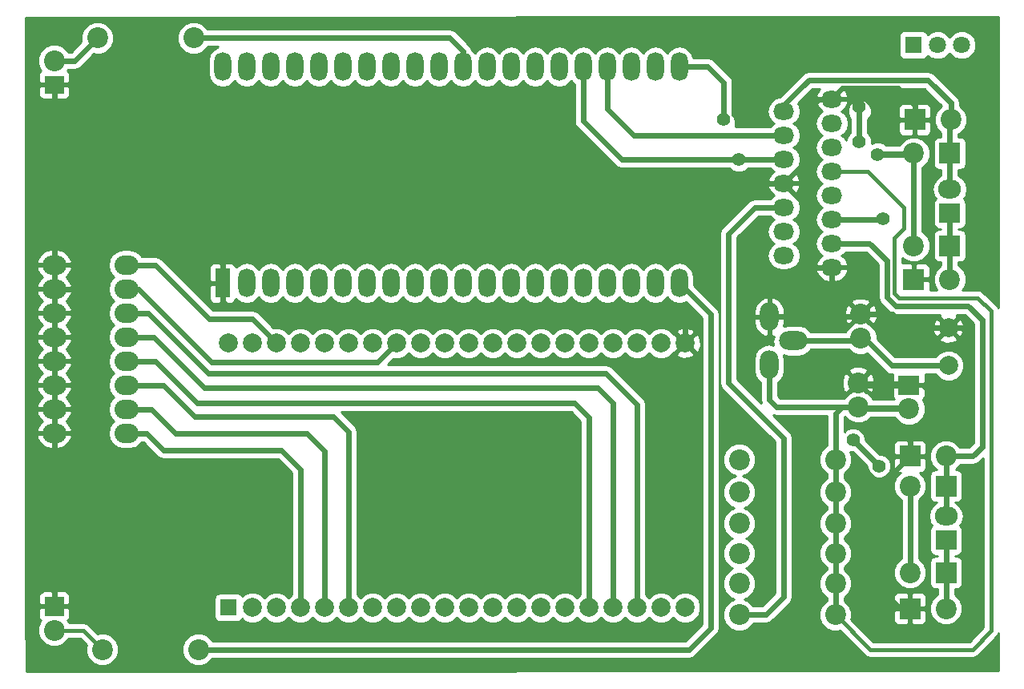
<source format=gbr>
G04 #@! TF.FileFunction,Copper,L2,Bot,Signal*
%FSLAX46Y46*%
G04 Gerber Fmt 4.6, Leading zero omitted, Abs format (unit mm)*
G04 Created by KiCad (PCBNEW 0.201507042246+5884~23~ubuntu14.04.1-product) date vie 16 oct 2015 19:53:01 ART*
%MOMM*%
G01*
G04 APERTURE LIST*
%ADD10C,0.100000*%
%ADD11C,2.200000*%
%ADD12R,2.200000X2.000000*%
%ADD13R,2.000000X2.000000*%
%ADD14R,2.000000X1.900000*%
%ADD15R,2.200000X2.200000*%
%ADD16O,2.540000X2.032000*%
%ADD17O,2.400000X2.000000*%
%ADD18O,2.999740X1.998980*%
%ADD19O,1.998980X2.999740*%
%ADD20O,2.200000X1.800000*%
%ADD21C,2.000000*%
%ADD22R,1.778000X1.778000*%
%ADD23R,1.574800X3.048000*%
%ADD24O,1.800000X3.048000*%
%ADD25R,1.800000X1.800000*%
%ADD26C,1.800000*%
%ADD27C,1.998980*%
%ADD28C,1.400000*%
%ADD29C,0.600000*%
%ADD30C,0.406400*%
%ADD31C,0.254000*%
G04 APERTURE END LIST*
D10*
D11*
X137033000Y-97536000D03*
X137033000Y-100076000D03*
D12*
X142367000Y-97790000D03*
D11*
X142367000Y-100290000D03*
X137287000Y-90297000D03*
X137287000Y-92837000D03*
D13*
X52070000Y-121158000D03*
D11*
X52070000Y-123698000D03*
D14*
X52070000Y-66040000D03*
D11*
X52070000Y-63500000D03*
X142494000Y-117602000D03*
D15*
X146304000Y-117602000D03*
D11*
X142494000Y-108458000D03*
D15*
X146304000Y-108458000D03*
D11*
X142875000Y-83058000D03*
D15*
X146685000Y-83058000D03*
D11*
X142875000Y-73279000D03*
D15*
X146685000Y-73279000D03*
D11*
X146304000Y-121412000D03*
D15*
X142494000Y-121412000D03*
D11*
X146304000Y-105283000D03*
D15*
X142494000Y-105283000D03*
D11*
X146685000Y-86614000D03*
D15*
X142875000Y-86614000D03*
D11*
X146812000Y-69723000D03*
D15*
X143002000Y-69723000D03*
D16*
X59690000Y-102870000D03*
X59690000Y-100330000D03*
X59690000Y-97790000D03*
X59690000Y-95250000D03*
X59690000Y-92710000D03*
X59690000Y-90170000D03*
X59690000Y-87630000D03*
X59690000Y-85090000D03*
X52070000Y-85090000D03*
X52070000Y-87630000D03*
X52070000Y-90170000D03*
X52070000Y-92710000D03*
X52070000Y-95250000D03*
X52070000Y-97790000D03*
X52070000Y-100330000D03*
X52070000Y-102870000D03*
D12*
X146685000Y-79629000D03*
D17*
X146685000Y-77089000D03*
D12*
X146304000Y-114173000D03*
D17*
X146304000Y-111633000D03*
D18*
X130175000Y-93091000D03*
D19*
X127635000Y-90551000D03*
X127635000Y-95631000D03*
D20*
X134239000Y-85344000D03*
X129159000Y-84074000D03*
X134239000Y-82804000D03*
X129159000Y-81534000D03*
X134239000Y-80264000D03*
X129159000Y-78994000D03*
X134239000Y-77724000D03*
X129159000Y-76454000D03*
X134239000Y-75184000D03*
X129159000Y-73914000D03*
X134239000Y-72644000D03*
X129159000Y-71374000D03*
X134239000Y-70104000D03*
X129159000Y-68834000D03*
X134239000Y-67564000D03*
D21*
X70485000Y-93345000D03*
X118745000Y-93345000D03*
X116205000Y-93345000D03*
X113665000Y-93345000D03*
X111125000Y-93345000D03*
X108585000Y-93345000D03*
X106045000Y-93345000D03*
X103505000Y-93345000D03*
X100965000Y-93345000D03*
X98425000Y-93345000D03*
X95885000Y-93345000D03*
X93345000Y-93345000D03*
X90805000Y-93345000D03*
X88265000Y-93345000D03*
X85725000Y-93345000D03*
X83185000Y-93345000D03*
X80645000Y-93345000D03*
X78105000Y-93345000D03*
X75565000Y-93345000D03*
X73025000Y-93345000D03*
D22*
X70485000Y-121285000D03*
D21*
X73025000Y-121285000D03*
X75565000Y-121285000D03*
X78105000Y-121285000D03*
X80645000Y-121285000D03*
X83185000Y-121285000D03*
X85725000Y-121285000D03*
X88265000Y-121285000D03*
X90805000Y-121285000D03*
X93345000Y-121285000D03*
X95885000Y-121285000D03*
X98425000Y-121285000D03*
X100965000Y-121285000D03*
X103505000Y-121285000D03*
X106045000Y-121285000D03*
X108585000Y-121285000D03*
X111125000Y-121285000D03*
X113665000Y-121285000D03*
X116205000Y-121285000D03*
X118745000Y-121285000D03*
D23*
X69850000Y-86995000D03*
D24*
X72390000Y-86995000D03*
X74930000Y-86995000D03*
X77470000Y-86995000D03*
X80010000Y-86995000D03*
X82550000Y-86995000D03*
X85090000Y-86995000D03*
X87630000Y-86995000D03*
X90170000Y-86995000D03*
X92710000Y-86995000D03*
X95250000Y-86995000D03*
X97790000Y-86995000D03*
X100330000Y-86995000D03*
X102870000Y-86995000D03*
X105410000Y-86995000D03*
X107950000Y-86995000D03*
X110490000Y-86995000D03*
X113030000Y-86995000D03*
X115570000Y-86995000D03*
X118110000Y-86995000D03*
X118110000Y-64135000D03*
X115570000Y-64135000D03*
X113030000Y-64135000D03*
X110490000Y-64135000D03*
X107950000Y-64135000D03*
X105410000Y-64135000D03*
X102870000Y-64135000D03*
X100330000Y-64135000D03*
X97790000Y-64135000D03*
X95250000Y-64135000D03*
X92710000Y-64135000D03*
X90170000Y-64135000D03*
X87630000Y-64135000D03*
X85090000Y-64135000D03*
X82550000Y-64135000D03*
X80010000Y-64135000D03*
X77470000Y-64135000D03*
X74930000Y-64135000D03*
X72390000Y-64135000D03*
X69850000Y-64135000D03*
D25*
X142875000Y-61849000D03*
D26*
X145415000Y-61849000D03*
X147955000Y-61849000D03*
D27*
X146558000Y-95724980D03*
X146558000Y-91727020D03*
D11*
X67310000Y-125730000D03*
X57150000Y-125730000D03*
X66802000Y-61087000D03*
X56642000Y-61087000D03*
X134620000Y-118745000D03*
X124460000Y-118745000D03*
X134620000Y-122047000D03*
X124460000Y-122047000D03*
X134620000Y-109093000D03*
X124460000Y-109093000D03*
X134620000Y-105664000D03*
X124460000Y-105664000D03*
X134620000Y-115570000D03*
X124460000Y-115570000D03*
X134620000Y-112395000D03*
X124460000Y-112395000D03*
D28*
X99212400Y-103835200D03*
X139090400Y-73406000D03*
X139242800Y-106324400D03*
X136499600Y-103581200D03*
X137109200Y-72034400D03*
X137109200Y-68376800D03*
X139649200Y-80213200D03*
X122834400Y-69697600D03*
X124409200Y-73964800D03*
D29*
X134239000Y-67564000D02*
X134239000Y-67529002D01*
X134239000Y-67529002D02*
X135331200Y-66436802D01*
X141239802Y-66436802D02*
X142367000Y-67564000D01*
X135331200Y-66436802D02*
X141239802Y-66436802D01*
X143002000Y-69723000D02*
X143002000Y-68199000D01*
X143002000Y-68199000D02*
X142367000Y-67564000D01*
X142367000Y-97790000D02*
X137287000Y-97790000D01*
X137287000Y-97790000D02*
X137033000Y-97536000D01*
X132207000Y-90551000D02*
X137033000Y-90551000D01*
X137033000Y-90551000D02*
X137287000Y-90297000D01*
X134239000Y-85344000D02*
X134239000Y-88519000D01*
X134239000Y-88519000D02*
X132207000Y-90551000D01*
X132207000Y-90551000D02*
X127635000Y-90551000D01*
X142494000Y-105283000D02*
X139446000Y-108331000D01*
X139446000Y-108331000D02*
X139446000Y-119380000D01*
X139446000Y-119380000D02*
X141478000Y-121412000D01*
X141478000Y-121412000D02*
X142494000Y-121412000D01*
X146558000Y-91727020D02*
X147962620Y-91727020D01*
X147962620Y-91727020D02*
X148488400Y-92252800D01*
X148488400Y-92252800D02*
X148488400Y-96520000D01*
X148488400Y-96520000D02*
X147116800Y-97891600D01*
X147116800Y-97891600D02*
X145186400Y-97891600D01*
X145186400Y-97891600D02*
X144526000Y-98552000D01*
X144526000Y-98552000D02*
X144526000Y-101650800D01*
X144526000Y-101650800D02*
X142494000Y-103682800D01*
X142494000Y-103682800D02*
X142494000Y-105283000D01*
X146558000Y-91727020D02*
X142069820Y-91727020D01*
X140639800Y-90297000D02*
X137287000Y-90297000D01*
X142069820Y-91727020D02*
X140639800Y-90297000D01*
X69850000Y-86995000D02*
X69850000Y-88900000D01*
X69850000Y-88900000D02*
X70612000Y-89662000D01*
X70612000Y-89662000D02*
X116840000Y-89662000D01*
X116840000Y-89662000D02*
X118745000Y-91567000D01*
X118745000Y-91567000D02*
X118745000Y-93345000D01*
X134239000Y-85344000D02*
X132334000Y-85344000D01*
X132334000Y-85344000D02*
X131699000Y-84709000D01*
X131699000Y-84709000D02*
X131699000Y-78994000D01*
X131699000Y-78994000D02*
X129159000Y-76454000D01*
X129159000Y-76454000D02*
X131699000Y-73914000D01*
X131699000Y-73914000D02*
X131699000Y-68707000D01*
X131699000Y-68707000D02*
X132842000Y-67564000D01*
X132842000Y-67564000D02*
X134239000Y-67564000D01*
X69850000Y-86995000D02*
X69850000Y-79248000D01*
X69850000Y-79248000D02*
X72644000Y-76454000D01*
X72644000Y-76454000D02*
X129159000Y-76454000D01*
X52070000Y-87630000D02*
X54356000Y-87630000D01*
X54356000Y-87630000D02*
X57277000Y-84709000D01*
X57277000Y-84709000D02*
X57277000Y-82677000D01*
X57277000Y-82677000D02*
X57607200Y-82346800D01*
X57607200Y-82346800D02*
X67995800Y-82346800D01*
X67995800Y-82346800D02*
X69850000Y-84201000D01*
X69850000Y-84201000D02*
X69850000Y-86995000D01*
X52070000Y-66040000D02*
X52070000Y-85090000D01*
X52070000Y-85090000D02*
X52070000Y-121158000D01*
D30*
X145186400Y-97891600D02*
X144526000Y-98552000D01*
X147116800Y-97891600D02*
X145186400Y-97891600D01*
X148488400Y-96520000D02*
X147116800Y-97891600D01*
X148488400Y-92252800D02*
X148488400Y-96520000D01*
X147962620Y-91727020D02*
X148488400Y-92252800D01*
X143002000Y-68199000D02*
X142367000Y-67564000D01*
X134239000Y-88519000D02*
X132207000Y-90551000D01*
X127635000Y-90551000D02*
X132207000Y-90551000D01*
X137033000Y-90551000D02*
X137287000Y-90297000D01*
X137287000Y-90297000D02*
X140716000Y-90297000D01*
X142714980Y-91727020D02*
X142951200Y-91727020D01*
X142951200Y-91727020D02*
X146558000Y-91727020D01*
X137033000Y-97536000D02*
X142113000Y-97536000D01*
X142113000Y-97536000D02*
X142367000Y-97790000D01*
X142113000Y-97536000D02*
X142367000Y-97790000D01*
X142494000Y-105283000D02*
X142494000Y-103632000D01*
X142494000Y-103632000D02*
X144526000Y-101600000D01*
X144526000Y-101600000D02*
X144526000Y-98552000D01*
X143764000Y-97790000D02*
X142367000Y-97790000D01*
X144526000Y-98552000D02*
X143764000Y-97790000D01*
X142367000Y-97790000D02*
X142113000Y-97536000D01*
X142494000Y-121412000D02*
X141478000Y-121412000D01*
X139446000Y-119380000D02*
X139446000Y-108331000D01*
X141478000Y-121412000D02*
X139446000Y-119380000D01*
X131699000Y-78994000D02*
X129159000Y-76454000D01*
X131699000Y-84709000D02*
X131699000Y-78994000D01*
X132334000Y-85344000D02*
X131699000Y-84709000D01*
X52070000Y-121158000D02*
X52070000Y-102870000D01*
X134239000Y-67564000D02*
X132842000Y-67564000D01*
X131699000Y-68707000D02*
X131699000Y-73914000D01*
X132842000Y-67564000D02*
X131699000Y-68707000D01*
X118745000Y-91567000D02*
X118745000Y-93345000D01*
X116840000Y-89662000D02*
X118745000Y-91567000D01*
X69850000Y-88900000D02*
X70612000Y-89662000D01*
X129159000Y-76454000D02*
X72644000Y-76454000D01*
X72644000Y-76454000D02*
X69850000Y-79248000D01*
X69850000Y-84201000D02*
X69850000Y-86995000D01*
X68072000Y-82423000D02*
X69850000Y-84201000D01*
X57531000Y-82423000D02*
X68072000Y-82423000D01*
X57277000Y-82677000D02*
X57531000Y-82423000D01*
X57277000Y-84709000D02*
X57277000Y-82677000D01*
X54356000Y-87630000D02*
X57277000Y-84709000D01*
X52070000Y-100330000D02*
X52070000Y-102870000D01*
X52070000Y-97790000D02*
X52070000Y-100330000D01*
X52070000Y-95250000D02*
X52070000Y-97790000D01*
X52070000Y-92710000D02*
X52070000Y-95250000D01*
X52070000Y-90170000D02*
X52070000Y-92710000D01*
X52070000Y-87630000D02*
X52070000Y-90170000D01*
X52070000Y-85090000D02*
X52070000Y-87630000D01*
X140868400Y-88087200D02*
X140868400Y-82194400D01*
X134620000Y-122047000D02*
X138303000Y-125730000D01*
X149098000Y-125730000D02*
X138303000Y-125730000D01*
X151079200Y-123748800D02*
X149098000Y-125730000D01*
X151079200Y-89966800D02*
X151079200Y-123748800D01*
X149656800Y-88544400D02*
X151079200Y-89966800D01*
X141325600Y-88544400D02*
X149656800Y-88544400D01*
X140868400Y-88087200D02*
X141325600Y-88544400D01*
X138023600Y-75184000D02*
X140868400Y-78028800D01*
X138023600Y-75184000D02*
X134239000Y-75184000D01*
X141833600Y-78994000D02*
X140868400Y-78028800D01*
X141833600Y-81229200D02*
X141833600Y-78994000D01*
X140868400Y-82194400D02*
X141833600Y-81229200D01*
D29*
X134620000Y-109093000D02*
X134620000Y-105664000D01*
X134620000Y-112395000D02*
X134620000Y-109093000D01*
X134620000Y-115570000D02*
X134620000Y-112395000D01*
X134620000Y-118745000D02*
X134620000Y-115570000D01*
X134620000Y-122047000D02*
X134620000Y-118745000D01*
D30*
X134620000Y-122047000D02*
X134620000Y-105664000D01*
D29*
X135229600Y-100076000D02*
X135229600Y-100177600D01*
X135229600Y-100177600D02*
X134620000Y-100787200D01*
X134620000Y-100787200D02*
X134620000Y-105664000D01*
X142367000Y-100290000D02*
X137247000Y-100290000D01*
X137247000Y-100290000D02*
X137033000Y-100076000D01*
X137033000Y-100076000D02*
X135229600Y-100076000D01*
X135229600Y-100076000D02*
X128397000Y-100076000D01*
X128397000Y-100076000D02*
X127635000Y-99314000D01*
X127635000Y-99314000D02*
X127635000Y-95631000D01*
D30*
X134620000Y-105664000D02*
X134620000Y-100787200D01*
X134620000Y-100787200D02*
X135331200Y-100076000D01*
X127635000Y-95631000D02*
X127635000Y-99314000D01*
X127635000Y-99314000D02*
X128397000Y-100076000D01*
X128397000Y-100076000D02*
X135331200Y-100076000D01*
X135331200Y-100076000D02*
X137033000Y-100076000D01*
X137033000Y-100076000D02*
X142153000Y-100076000D01*
X142153000Y-100076000D02*
X142367000Y-100290000D01*
X140555980Y-95724980D02*
X146558000Y-95724980D01*
D29*
X137287000Y-92837000D02*
X137668000Y-92837000D01*
X137668000Y-92837000D02*
X140555980Y-95724980D01*
X140555980Y-95724980D02*
X146558000Y-95724980D01*
X130175000Y-93091000D02*
X137033000Y-93091000D01*
X137033000Y-93091000D02*
X137287000Y-92837000D01*
X142494000Y-117602000D02*
X142494000Y-108458000D01*
X142875000Y-73279000D02*
X142875000Y-83058000D01*
X139090400Y-73406000D02*
X142748000Y-73406000D01*
X142748000Y-73406000D02*
X142875000Y-73279000D01*
D30*
X139217400Y-73279000D02*
X142875000Y-73279000D01*
X139090400Y-73406000D02*
X139217400Y-73279000D01*
X137033000Y-93091000D02*
X137287000Y-92837000D01*
X137668000Y-92837000D02*
X140555980Y-95724980D01*
X52070000Y-123698000D02*
X55118000Y-123698000D01*
X55118000Y-123698000D02*
X57150000Y-125730000D01*
D29*
X52070000Y-63500000D02*
X54229000Y-63500000D01*
X54229000Y-63500000D02*
X56642000Y-61087000D01*
D30*
X54229000Y-63500000D02*
X56642000Y-61087000D01*
D29*
X136499600Y-103581200D02*
X139242800Y-106324400D01*
X146304000Y-121412000D02*
X146304000Y-114173000D01*
D30*
X146304000Y-117602000D02*
X146304000Y-121412000D01*
X146304000Y-117602000D02*
X146304000Y-114173000D01*
D29*
X148640800Y-89408000D02*
X140970000Y-89408000D01*
X146304000Y-105283000D02*
X149123400Y-105283000D01*
X149123400Y-105283000D02*
X150114000Y-104292400D01*
X150114000Y-104292400D02*
X150114000Y-90881200D01*
X150114000Y-90881200D02*
X148640800Y-89408000D01*
X140970000Y-89408000D02*
X140060398Y-88498398D01*
X140060398Y-88498398D02*
X140060398Y-84637598D01*
X140060398Y-84637598D02*
X138226800Y-82804000D01*
X138226800Y-82804000D02*
X134239000Y-82804000D01*
X146304000Y-105283000D02*
X146304000Y-111633000D01*
D30*
X134239000Y-82804000D02*
X138226800Y-82804000D01*
X150114000Y-104292400D02*
X149123400Y-105283000D01*
X148640800Y-89408000D02*
X150114000Y-90881200D01*
X140055600Y-88493600D02*
X140970000Y-89408000D01*
X140055600Y-84632800D02*
X140055600Y-88493600D01*
X138226800Y-82804000D02*
X140055600Y-84632800D01*
X146304000Y-108458000D02*
X146304000Y-105283000D01*
X146304000Y-111633000D02*
X146304000Y-108458000D01*
D29*
X146685000Y-79629000D02*
X146685000Y-86614000D01*
D30*
X146685000Y-83058000D02*
X146685000Y-86614000D01*
X146685000Y-79629000D02*
X146685000Y-83058000D01*
D29*
X131191000Y-66167000D02*
X131826000Y-65532000D01*
X144399000Y-65532000D02*
X144907000Y-66040000D01*
X131826000Y-65532000D02*
X144399000Y-65532000D01*
X146812000Y-69723000D02*
X146812000Y-67945000D01*
X146812000Y-67945000D02*
X144907000Y-66040000D01*
X131318000Y-66040000D02*
X131191000Y-66167000D01*
X131191000Y-66167000D02*
X129159000Y-68199000D01*
X129159000Y-68199000D02*
X129159000Y-68834000D01*
X146685000Y-77089000D02*
X146685000Y-69850000D01*
X146685000Y-69850000D02*
X146812000Y-69723000D01*
D30*
X129159000Y-68834000D02*
X129159000Y-68199000D01*
X129159000Y-68199000D02*
X131318000Y-66040000D01*
X144907000Y-66040000D02*
X146812000Y-67945000D01*
X146685000Y-73279000D02*
X146685000Y-69850000D01*
X146685000Y-69850000D02*
X146812000Y-69723000D01*
X146685000Y-73279000D02*
X146685000Y-77089000D01*
D29*
X63627000Y-104648000D02*
X76073000Y-104648000D01*
X76073000Y-104648000D02*
X78105000Y-106680000D01*
X78105000Y-106680000D02*
X78105000Y-121285000D01*
X59690000Y-102870000D02*
X61849000Y-102870000D01*
X61849000Y-102870000D02*
X63627000Y-104648000D01*
D30*
X78105000Y-106680000D02*
X78105000Y-121285000D01*
X76073000Y-104648000D02*
X78105000Y-106680000D01*
X61849000Y-102870000D02*
X63627000Y-104648000D01*
D29*
X80645000Y-121285000D02*
X80645000Y-104775000D01*
X80645000Y-104775000D02*
X78740000Y-102870000D01*
X78740000Y-102870000D02*
X64897000Y-102870000D01*
X64897000Y-102870000D02*
X62357000Y-100330000D01*
X62357000Y-100330000D02*
X59690000Y-100330000D01*
D30*
X59690000Y-100330000D02*
X62357000Y-100330000D01*
X78740000Y-102870000D02*
X80645000Y-104775000D01*
X64897000Y-102870000D02*
X78740000Y-102870000D01*
X62357000Y-100330000D02*
X64897000Y-102870000D01*
X80518000Y-121158000D02*
X80645000Y-121285000D01*
D29*
X59690000Y-97790000D02*
X63627000Y-97790000D01*
X63627000Y-97790000D02*
X66929000Y-101092000D01*
X66929000Y-101092000D02*
X81534000Y-101092000D01*
X81534000Y-101092000D02*
X83185000Y-102743000D01*
X83185000Y-102743000D02*
X83185000Y-121285000D01*
D30*
X83185000Y-102743000D02*
X83185000Y-121285000D01*
X81534000Y-101092000D02*
X83185000Y-102743000D01*
X66929000Y-101092000D02*
X81534000Y-101092000D01*
X63627000Y-97790000D02*
X66929000Y-101092000D01*
D29*
X107061000Y-99695000D02*
X108585000Y-101219000D01*
X108585000Y-101219000D02*
X108585000Y-121285000D01*
X59690000Y-95250000D02*
X62738000Y-95250000D01*
X62738000Y-95250000D02*
X67183000Y-99695000D01*
X67183000Y-99695000D02*
X107061000Y-99695000D01*
D30*
X108585000Y-101219000D02*
X108585000Y-121285000D01*
X67183000Y-99695000D02*
X107061000Y-99695000D01*
X62738000Y-95250000D02*
X67183000Y-99695000D01*
D29*
X111125000Y-121285000D02*
X111125000Y-99695000D01*
X111125000Y-99695000D02*
X109474000Y-98044000D01*
X109474000Y-98044000D02*
X67945000Y-98044000D01*
X67945000Y-98044000D02*
X62611000Y-92710000D01*
X62611000Y-92710000D02*
X59690000Y-92710000D01*
D30*
X59690000Y-92710000D02*
X62611000Y-92710000D01*
X109474000Y-98044000D02*
X111125000Y-99695000D01*
X67945000Y-98044000D02*
X109474000Y-98044000D01*
X62611000Y-92710000D02*
X67945000Y-98044000D01*
D29*
X59690000Y-90170000D02*
X61976000Y-90170000D01*
X61976000Y-90170000D02*
X68326000Y-96520000D01*
X68326000Y-96520000D02*
X110363000Y-96520000D01*
X110363000Y-96520000D02*
X113665000Y-99822000D01*
X113665000Y-99822000D02*
X113665000Y-121285000D01*
D30*
X113665000Y-99822000D02*
X113665000Y-121285000D01*
X110363000Y-96520000D02*
X113665000Y-99822000D01*
X68326000Y-96520000D02*
X110363000Y-96520000D01*
X61976000Y-90170000D02*
X68326000Y-96520000D01*
D29*
X68707000Y-95377000D02*
X86233000Y-95377000D01*
X86233000Y-95377000D02*
X88265000Y-93345000D01*
X59690000Y-87630000D02*
X60960000Y-87630000D01*
X60960000Y-87630000D02*
X68707000Y-95377000D01*
D30*
X86233000Y-95377000D02*
X88265000Y-93345000D01*
D29*
X75565000Y-93345000D02*
X73025000Y-90805000D01*
X73025000Y-90805000D02*
X68453000Y-90805000D01*
X68453000Y-90805000D02*
X62738000Y-85090000D01*
X62738000Y-85090000D02*
X59690000Y-85090000D01*
D30*
X59690000Y-85090000D02*
X62738000Y-85090000D01*
X68453000Y-90805000D02*
X73025000Y-90805000D01*
D29*
X137109200Y-72034400D02*
X137109200Y-68376800D01*
X118110000Y-86995000D02*
X121412000Y-90297000D01*
X121412000Y-90297000D02*
X121412000Y-123444000D01*
X121412000Y-123444000D02*
X119126000Y-125730000D01*
X119126000Y-125730000D02*
X67310000Y-125730000D01*
D30*
X67310000Y-125730000D02*
X119126000Y-125730000D01*
X121412000Y-123444000D02*
X121412000Y-90297000D01*
X119126000Y-125730000D02*
X121412000Y-123444000D01*
D29*
X66802000Y-61087000D02*
X93853000Y-61087000D01*
X93853000Y-61087000D02*
X95250000Y-62484000D01*
X95250000Y-62484000D02*
X95250000Y-64135000D01*
D30*
X95250000Y-62484000D02*
X95250000Y-64135000D01*
X93853000Y-61087000D02*
X95250000Y-62484000D01*
D29*
X134239000Y-80264000D02*
X139598400Y-80264000D01*
X139598400Y-80264000D02*
X139649200Y-80213200D01*
X124460000Y-122047000D02*
X127254000Y-122047000D01*
X127254000Y-122047000D02*
X129159000Y-120142000D01*
X129159000Y-120142000D02*
X129159000Y-103378000D01*
X129159000Y-103378000D02*
X123317000Y-97536000D01*
X123317000Y-97536000D02*
X123317000Y-81788000D01*
X123317000Y-81788000D02*
X126111000Y-78994000D01*
X126111000Y-78994000D02*
X129159000Y-78994000D01*
D30*
X129159000Y-78994000D02*
X126111000Y-78994000D01*
X129159000Y-120142000D02*
X127254000Y-122047000D01*
X129159000Y-103378000D02*
X129159000Y-120142000D01*
X123317000Y-97536000D02*
X129159000Y-103378000D01*
X123317000Y-81788000D02*
X123317000Y-97536000D01*
X126111000Y-78994000D02*
X123317000Y-81788000D01*
D29*
X122834400Y-65836800D02*
X122834400Y-69697600D01*
X122834400Y-65836800D02*
X121132600Y-64135000D01*
X121132600Y-64135000D02*
X118110000Y-64135000D01*
D30*
X122834400Y-65836800D02*
X121132600Y-64135000D01*
X121132600Y-64135000D02*
X118110000Y-64135000D01*
D29*
X129159000Y-73914000D02*
X112014000Y-73914000D01*
X112014000Y-73914000D02*
X107950000Y-69850000D01*
X107950000Y-69850000D02*
X107950000Y-64135000D01*
D30*
X124409200Y-73964800D02*
X124409200Y-73914000D01*
X124409200Y-73914000D02*
X124409200Y-73964800D01*
X124409200Y-73964800D02*
X124409200Y-73914000D01*
X129159000Y-73914000D02*
X124409200Y-73914000D01*
X124409200Y-73914000D02*
X112014000Y-73914000D01*
X107950000Y-69850000D02*
X107950000Y-64135000D01*
X112014000Y-73914000D02*
X107950000Y-69850000D01*
D29*
X110490000Y-64135000D02*
X110490000Y-68580000D01*
X110490000Y-68580000D02*
X113284000Y-71374000D01*
X113284000Y-71374000D02*
X129159000Y-71374000D01*
D30*
X129159000Y-71374000D02*
X113284000Y-71374000D01*
X113284000Y-71374000D02*
X110490000Y-68580000D01*
D31*
G36*
X151838399Y-89623289D02*
X151671897Y-89374103D01*
X150249497Y-87951703D01*
X149977566Y-87770004D01*
X149656800Y-87706200D01*
X148046697Y-87706200D01*
X148155004Y-87598082D01*
X148419699Y-86960627D01*
X148420301Y-86270401D01*
X148156719Y-85632485D01*
X147669082Y-85143996D01*
X147620000Y-85123615D01*
X147620000Y-84805440D01*
X147785000Y-84805440D01*
X148027123Y-84758463D01*
X148239927Y-84618673D01*
X148382377Y-84407640D01*
X148432440Y-84158000D01*
X148432440Y-81958000D01*
X148385463Y-81715877D01*
X148245673Y-81503073D01*
X148034640Y-81360623D01*
X147785000Y-81310560D01*
X147620000Y-81310560D01*
X147620000Y-81276440D01*
X147785000Y-81276440D01*
X148027123Y-81229463D01*
X148239927Y-81089673D01*
X148382377Y-80878640D01*
X148432440Y-80629000D01*
X148432440Y-78629000D01*
X148385463Y-78386877D01*
X148245673Y-78174073D01*
X148162194Y-78117723D01*
X148431493Y-77714687D01*
X148555950Y-77089000D01*
X148431493Y-76463313D01*
X148077070Y-75932880D01*
X147620000Y-75627476D01*
X147620000Y-75026440D01*
X147785000Y-75026440D01*
X148027123Y-74979463D01*
X148239927Y-74839673D01*
X148382377Y-74628640D01*
X148432440Y-74379000D01*
X148432440Y-72179000D01*
X148385463Y-71936877D01*
X148245673Y-71724073D01*
X148034640Y-71581623D01*
X147785000Y-71531560D01*
X147620000Y-71531560D01*
X147620000Y-71266414D01*
X147793515Y-71194719D01*
X148282004Y-70707082D01*
X148546699Y-70069627D01*
X148547301Y-69379401D01*
X148283719Y-68741485D01*
X147796082Y-68252996D01*
X147747000Y-68232615D01*
X147747000Y-67945000D01*
X147675827Y-67587191D01*
X147473145Y-67283855D01*
X145568145Y-65378855D01*
X145568142Y-65378853D01*
X145060145Y-64870855D01*
X144756809Y-64668173D01*
X144399000Y-64597000D01*
X131826000Y-64597000D01*
X131468191Y-64668173D01*
X131164855Y-64870855D01*
X128689955Y-67345755D01*
X128337590Y-67415845D01*
X127839600Y-67748591D01*
X127506854Y-68246581D01*
X127390009Y-68834000D01*
X127506854Y-69421419D01*
X127839600Y-69919409D01*
X128115860Y-70104000D01*
X127839600Y-70288591D01*
X127739100Y-70439000D01*
X124070432Y-70439000D01*
X124104179Y-70357727D01*
X124104620Y-69852490D01*
X123911682Y-69385542D01*
X123769400Y-69243012D01*
X123769400Y-65836800D01*
X123698227Y-65478991D01*
X123495545Y-65175655D01*
X121793745Y-63473855D01*
X121490409Y-63271173D01*
X121132600Y-63200000D01*
X119591552Y-63200000D01*
X119528155Y-62881284D01*
X119195409Y-62383294D01*
X118697419Y-62050548D01*
X118110000Y-61933703D01*
X117522581Y-62050548D01*
X117024591Y-62383294D01*
X116840000Y-62659554D01*
X116655409Y-62383294D01*
X116157419Y-62050548D01*
X115570000Y-61933703D01*
X114982581Y-62050548D01*
X114484591Y-62383294D01*
X114300000Y-62659554D01*
X114115409Y-62383294D01*
X113617419Y-62050548D01*
X113030000Y-61933703D01*
X112442581Y-62050548D01*
X111944591Y-62383294D01*
X111760000Y-62659554D01*
X111575409Y-62383294D01*
X111077419Y-62050548D01*
X110490000Y-61933703D01*
X109902581Y-62050548D01*
X109404591Y-62383294D01*
X109220000Y-62659554D01*
X109035409Y-62383294D01*
X108537419Y-62050548D01*
X107950000Y-61933703D01*
X107362581Y-62050548D01*
X106864591Y-62383294D01*
X106680000Y-62659554D01*
X106495409Y-62383294D01*
X105997419Y-62050548D01*
X105410000Y-61933703D01*
X104822581Y-62050548D01*
X104324591Y-62383294D01*
X104140000Y-62659554D01*
X103955409Y-62383294D01*
X103457419Y-62050548D01*
X102870000Y-61933703D01*
X102282581Y-62050548D01*
X101784591Y-62383294D01*
X101600000Y-62659554D01*
X101415409Y-62383294D01*
X100917419Y-62050548D01*
X100330000Y-61933703D01*
X99742581Y-62050548D01*
X99244591Y-62383294D01*
X99060000Y-62659554D01*
X98875409Y-62383294D01*
X98377419Y-62050548D01*
X97790000Y-61933703D01*
X97202581Y-62050548D01*
X96704591Y-62383294D01*
X96520000Y-62659554D01*
X96335409Y-62383294D01*
X96138843Y-62251953D01*
X96113827Y-62126191D01*
X95911145Y-61822855D01*
X94514145Y-60425855D01*
X94328124Y-60301560D01*
X141975000Y-60301560D01*
X141732877Y-60348537D01*
X141520073Y-60488327D01*
X141377623Y-60699360D01*
X141327560Y-60949000D01*
X141327560Y-62749000D01*
X141374537Y-62991123D01*
X141514327Y-63203927D01*
X141725360Y-63346377D01*
X141975000Y-63396440D01*
X143775000Y-63396440D01*
X144017123Y-63349463D01*
X144229927Y-63209673D01*
X144372377Y-62998640D01*
X144375946Y-62980845D01*
X144544357Y-63149551D01*
X145108330Y-63383733D01*
X145718991Y-63384265D01*
X146283371Y-63151068D01*
X146685323Y-62749818D01*
X147084357Y-63149551D01*
X147648330Y-63383733D01*
X148258991Y-63384265D01*
X148823371Y-63151068D01*
X149255551Y-62719643D01*
X149489733Y-62155670D01*
X149490265Y-61545009D01*
X149257068Y-60980629D01*
X148825643Y-60548449D01*
X148261670Y-60314267D01*
X147651009Y-60313735D01*
X147086629Y-60546932D01*
X146684677Y-60948182D01*
X146285643Y-60548449D01*
X145721670Y-60314267D01*
X145111009Y-60313735D01*
X144546629Y-60546932D01*
X144377238Y-60716027D01*
X144375463Y-60706877D01*
X144235673Y-60494073D01*
X144024640Y-60351623D01*
X143775000Y-60301560D01*
X141975000Y-60301560D01*
X94328124Y-60301560D01*
X94210809Y-60223173D01*
X93853000Y-60152000D01*
X68292939Y-60152000D01*
X68273719Y-60105485D01*
X67786082Y-59616996D01*
X67148627Y-59352301D01*
X66458401Y-59351699D01*
X65820485Y-59615281D01*
X65331996Y-60102918D01*
X65067301Y-60740373D01*
X65066699Y-61430599D01*
X65330281Y-62068515D01*
X65817918Y-62557004D01*
X66455373Y-62821699D01*
X67145599Y-62822301D01*
X67783515Y-62558719D01*
X68272004Y-62071082D01*
X68292385Y-62022000D01*
X69406101Y-62022000D01*
X69262581Y-62050548D01*
X68764591Y-62383294D01*
X68431845Y-62881284D01*
X68315000Y-63468703D01*
X68315000Y-64801297D01*
X68431845Y-65388716D01*
X68764591Y-65886706D01*
X69262581Y-66219452D01*
X69850000Y-66336297D01*
X70437419Y-66219452D01*
X70935409Y-65886706D01*
X71120000Y-65610446D01*
X71304591Y-65886706D01*
X71802581Y-66219452D01*
X72390000Y-66336297D01*
X72977419Y-66219452D01*
X73475409Y-65886706D01*
X73660000Y-65610446D01*
X73844591Y-65886706D01*
X74342581Y-66219452D01*
X74930000Y-66336297D01*
X75517419Y-66219452D01*
X76015409Y-65886706D01*
X76200000Y-65610446D01*
X76384591Y-65886706D01*
X76882581Y-66219452D01*
X77470000Y-66336297D01*
X78057419Y-66219452D01*
X78555409Y-65886706D01*
X78740000Y-65610446D01*
X78924591Y-65886706D01*
X79422581Y-66219452D01*
X80010000Y-66336297D01*
X80597419Y-66219452D01*
X81095409Y-65886706D01*
X81280000Y-65610446D01*
X81464591Y-65886706D01*
X81962581Y-66219452D01*
X82550000Y-66336297D01*
X83137419Y-66219452D01*
X83635409Y-65886706D01*
X83820000Y-65610446D01*
X84004591Y-65886706D01*
X84502581Y-66219452D01*
X85090000Y-66336297D01*
X85677419Y-66219452D01*
X86175409Y-65886706D01*
X86360000Y-65610446D01*
X86544591Y-65886706D01*
X87042581Y-66219452D01*
X87630000Y-66336297D01*
X88217419Y-66219452D01*
X88715409Y-65886706D01*
X88900000Y-65610446D01*
X89084591Y-65886706D01*
X89582581Y-66219452D01*
X90170000Y-66336297D01*
X90757419Y-66219452D01*
X91255409Y-65886706D01*
X91440000Y-65610446D01*
X91624591Y-65886706D01*
X92122581Y-66219452D01*
X92710000Y-66336297D01*
X93297419Y-66219452D01*
X93795409Y-65886706D01*
X93980000Y-65610446D01*
X94164591Y-65886706D01*
X94662581Y-66219452D01*
X95250000Y-66336297D01*
X95837419Y-66219452D01*
X96335409Y-65886706D01*
X96520000Y-65610446D01*
X96704591Y-65886706D01*
X97202581Y-66219452D01*
X97790000Y-66336297D01*
X98377419Y-66219452D01*
X98875409Y-65886706D01*
X99060000Y-65610446D01*
X99244591Y-65886706D01*
X99742581Y-66219452D01*
X100330000Y-66336297D01*
X100917419Y-66219452D01*
X101415409Y-65886706D01*
X101600000Y-65610446D01*
X101784591Y-65886706D01*
X102282581Y-66219452D01*
X102870000Y-66336297D01*
X103457419Y-66219452D01*
X103955409Y-65886706D01*
X104140000Y-65610446D01*
X104324591Y-65886706D01*
X104822581Y-66219452D01*
X105410000Y-66336297D01*
X105997419Y-66219452D01*
X106495409Y-65886706D01*
X106680000Y-65610446D01*
X106864591Y-65886706D01*
X107015000Y-65987206D01*
X107015000Y-69850000D01*
X107086173Y-70207809D01*
X107288855Y-70511145D01*
X111352855Y-74575145D01*
X111656191Y-74777827D01*
X112014000Y-74849000D01*
X123405528Y-74849000D01*
X123651996Y-75095898D01*
X124142487Y-75299568D01*
X124673583Y-75300031D01*
X125164429Y-75097218D01*
X125413080Y-74849000D01*
X127739100Y-74849000D01*
X127839600Y-74999409D01*
X128119828Y-75186651D01*
X127757631Y-75490921D01*
X127480525Y-76023975D01*
X127467964Y-76089260D01*
X127588622Y-76327000D01*
X129032000Y-76327000D01*
X129032000Y-76307000D01*
X129286000Y-76307000D01*
X129286000Y-76327000D01*
X130729378Y-76327000D01*
X130850036Y-76089260D01*
X130837475Y-76023975D01*
X130560369Y-75490921D01*
X130198172Y-75186651D01*
X130478400Y-74999409D01*
X130811146Y-74501419D01*
X130927991Y-73914000D01*
X130811146Y-73326581D01*
X130478400Y-72828591D01*
X130202140Y-72644000D01*
X130478400Y-72459409D01*
X130811146Y-71961419D01*
X130927991Y-71374000D01*
X130811146Y-70786581D01*
X130478400Y-70288591D01*
X130202140Y-70104000D01*
X130478400Y-69919409D01*
X130811146Y-69421419D01*
X130927991Y-68834000D01*
X130811146Y-68246581D01*
X130659966Y-68020324D01*
X132213290Y-66467000D01*
X132997048Y-66467000D01*
X132837631Y-66600921D01*
X132560525Y-67133975D01*
X132547964Y-67199260D01*
X132668622Y-67437000D01*
X134112000Y-67437000D01*
X134112000Y-67417000D01*
X134366000Y-67417000D01*
X134366000Y-67437000D01*
X135809378Y-67437000D01*
X135930036Y-67199260D01*
X135917475Y-67133975D01*
X135640369Y-66600921D01*
X135480952Y-66467000D01*
X144011711Y-66467000D01*
X144245853Y-66701142D01*
X144245855Y-66701145D01*
X145813223Y-68268513D01*
X145341996Y-68738918D01*
X145077301Y-69376373D01*
X145076699Y-70066599D01*
X145340281Y-70704515D01*
X145750000Y-71114950D01*
X145750000Y-71531560D01*
X145585000Y-71531560D01*
X145342877Y-71578537D01*
X145130073Y-71718327D01*
X144987623Y-71929360D01*
X144937560Y-72179000D01*
X144937560Y-74379000D01*
X144984537Y-74621123D01*
X145124327Y-74833927D01*
X145335360Y-74976377D01*
X145585000Y-75026440D01*
X145750000Y-75026440D01*
X145750000Y-75627476D01*
X145292930Y-75932880D01*
X144938507Y-76463313D01*
X144814050Y-77089000D01*
X144938507Y-77714687D01*
X145207593Y-78117404D01*
X145130073Y-78168327D01*
X144987623Y-78379360D01*
X144937560Y-78629000D01*
X144937560Y-80629000D01*
X144984537Y-80871123D01*
X145124327Y-81083927D01*
X145335360Y-81226377D01*
X145585000Y-81276440D01*
X145750000Y-81276440D01*
X145750000Y-81310560D01*
X145585000Y-81310560D01*
X145342877Y-81357537D01*
X145130073Y-81497327D01*
X144987623Y-81708360D01*
X144937560Y-81958000D01*
X144937560Y-84158000D01*
X144984537Y-84400123D01*
X145124327Y-84612927D01*
X145335360Y-84755377D01*
X145585000Y-84805440D01*
X145750000Y-84805440D01*
X145750000Y-85123061D01*
X145703485Y-85142281D01*
X145214996Y-85629918D01*
X144950301Y-86267373D01*
X144949699Y-86957599D01*
X145213281Y-87595515D01*
X145323773Y-87706200D01*
X144610000Y-87706200D01*
X144610000Y-86899750D01*
X144451250Y-86741000D01*
X143002000Y-86741000D01*
X143002000Y-86761000D01*
X142748000Y-86761000D01*
X142748000Y-86741000D01*
X142728000Y-86741000D01*
X142728000Y-86487000D01*
X142748000Y-86487000D01*
X142748000Y-85037750D01*
X142589250Y-84879000D01*
X143160750Y-84879000D01*
X143002000Y-85037750D01*
X143002000Y-86487000D01*
X144451250Y-86487000D01*
X144610000Y-86328250D01*
X144610000Y-85387690D01*
X144513327Y-85154301D01*
X144334698Y-84975673D01*
X144101309Y-84879000D01*
X143160750Y-84879000D01*
X142589250Y-84879000D01*
X142589250Y-84879000D01*
X141706600Y-84879000D01*
X141706600Y-84343364D01*
X141890918Y-84528004D01*
X142528373Y-84792699D01*
X143218599Y-84793301D01*
X143856515Y-84529719D01*
X144345004Y-84042082D01*
X144609699Y-83404627D01*
X144610301Y-82714401D01*
X144346719Y-82076485D01*
X143859082Y-81587996D01*
X143810000Y-81567615D01*
X143810000Y-74769939D01*
X143856515Y-74750719D01*
X144345004Y-74263082D01*
X144609699Y-73625627D01*
X144610301Y-72935401D01*
X144346719Y-72297485D01*
X143859082Y-71808996D01*
X143221627Y-71544301D01*
X142531401Y-71543699D01*
X141893485Y-71807281D01*
X141404996Y-72294918D01*
X141344420Y-72440800D01*
X140013213Y-72440800D01*
X139847604Y-72274902D01*
X139357113Y-72071232D01*
X138826017Y-72070769D01*
X138444031Y-72228602D01*
X138444431Y-71770017D01*
X138241618Y-71279171D01*
X138044200Y-71081408D01*
X138044200Y-69850000D01*
X141425750Y-69850000D01*
X141267000Y-70008750D01*
X141267000Y-70949310D01*
X141363673Y-71182699D01*
X141542302Y-71361327D01*
X141775691Y-71458000D01*
X142716250Y-71458000D01*
X142875000Y-71299250D01*
X142875000Y-69850000D01*
X143129000Y-69850000D01*
X142875000Y-69850000D01*
X142875000Y-69850000D01*
X143129000Y-69850000D01*
X143129000Y-71299250D01*
X143287750Y-71458000D01*
X144228309Y-71458000D01*
X144461698Y-71361327D01*
X144640327Y-71182699D01*
X144737000Y-70949310D01*
X144737000Y-70008750D01*
X144578250Y-69850000D01*
X143129000Y-69850000D01*
X142875000Y-69850000D01*
X142875000Y-69850000D01*
X141425750Y-69850000D01*
X138044200Y-69850000D01*
X138044200Y-69745829D01*
X138236026Y-69554337D01*
X138429779Y-69087727D01*
X138430220Y-68582490D01*
X138237282Y-68115542D01*
X138109963Y-67988000D01*
X141775691Y-67988000D01*
X141542302Y-68084673D01*
X141363673Y-68263301D01*
X141267000Y-68496690D01*
X141267000Y-69437250D01*
X141425750Y-69596000D01*
X142875000Y-69596000D01*
X142875000Y-68146750D01*
X142716250Y-67988000D01*
X143287750Y-67988000D01*
X143129000Y-68146750D01*
X143129000Y-69596000D01*
X144578250Y-69596000D01*
X144737000Y-69437250D01*
X144737000Y-68496690D01*
X144640327Y-68263301D01*
X144461698Y-68084673D01*
X144228309Y-67988000D01*
X143287750Y-67988000D01*
X142716250Y-67988000D01*
X142716250Y-67988000D01*
X141775691Y-67988000D01*
X138109963Y-67988000D01*
X137880337Y-67757974D01*
X137413727Y-67564221D01*
X136908490Y-67563780D01*
X136441542Y-67756718D01*
X136083974Y-68113663D01*
X135890221Y-68580273D01*
X135889780Y-69085510D01*
X136082718Y-69552458D01*
X136174200Y-69644100D01*
X136174200Y-71081440D01*
X135978102Y-71277196D01*
X135774432Y-71767687D01*
X135774333Y-71881757D01*
X135558400Y-71558591D01*
X135282140Y-71374000D01*
X135558400Y-71189409D01*
X135891146Y-70691419D01*
X136007991Y-70104000D01*
X135891146Y-69516581D01*
X135558400Y-69018591D01*
X135278172Y-68831349D01*
X135640369Y-68527079D01*
X135917475Y-67994025D01*
X135930036Y-67928740D01*
X135809378Y-67691000D01*
X134366000Y-67691000D01*
X134366000Y-67711000D01*
X134112000Y-67711000D01*
X134112000Y-67691000D01*
X132668622Y-67691000D01*
X132547964Y-67928740D01*
X132560525Y-67994025D01*
X132837631Y-68527079D01*
X133199828Y-68831349D01*
X132919600Y-69018591D01*
X132586854Y-69516581D01*
X132470009Y-70104000D01*
X132586854Y-70691419D01*
X132919600Y-71189409D01*
X133195860Y-71374000D01*
X132919600Y-71558591D01*
X132586854Y-72056581D01*
X132470009Y-72644000D01*
X132586854Y-73231419D01*
X132919600Y-73729409D01*
X133195860Y-73914000D01*
X132919600Y-74098591D01*
X132586854Y-74596581D01*
X132470009Y-75184000D01*
X132586854Y-75771419D01*
X132919600Y-76269409D01*
X133195860Y-76454000D01*
X132919600Y-76638591D01*
X132586854Y-77136581D01*
X132470009Y-77724000D01*
X132586854Y-78311419D01*
X132919600Y-78809409D01*
X133195860Y-78994000D01*
X132919600Y-79178591D01*
X132586854Y-79676581D01*
X132470009Y-80264000D01*
X132586854Y-80851419D01*
X132919600Y-81349409D01*
X133195860Y-81534000D01*
X132919600Y-81718591D01*
X132586854Y-82216581D01*
X132470009Y-82804000D01*
X132586854Y-83391419D01*
X132919600Y-83889409D01*
X133199828Y-84076651D01*
X132837631Y-84380921D01*
X132560525Y-84913975D01*
X132547964Y-84979260D01*
X132668622Y-85217000D01*
X134112000Y-85217000D01*
X134112000Y-85197000D01*
X134366000Y-85197000D01*
X134366000Y-85217000D01*
X135809378Y-85217000D01*
X135930036Y-84979260D01*
X135917475Y-84913975D01*
X135640369Y-84380921D01*
X135278172Y-84076651D01*
X135558400Y-83889409D01*
X135658900Y-83739000D01*
X137839510Y-83739000D01*
X139125398Y-85024888D01*
X139125398Y-88498398D01*
X139196571Y-88856207D01*
X139399253Y-89159543D01*
X140308853Y-90069142D01*
X140308855Y-90069145D01*
X140612191Y-90271827D01*
X140970000Y-90343000D01*
X145671128Y-90343000D01*
X145585443Y-90574857D01*
X146558000Y-91547415D01*
X147530557Y-90574857D01*
X147444872Y-90343000D01*
X148253510Y-90343000D01*
X149179000Y-91268490D01*
X149179000Y-103905110D01*
X148736110Y-104348000D01*
X147794939Y-104348000D01*
X147775719Y-104301485D01*
X147288082Y-103812996D01*
X146650627Y-103548301D01*
X145960401Y-103547699D01*
X145322485Y-103811281D01*
X144833996Y-104298918D01*
X144569301Y-104936373D01*
X144568699Y-105626599D01*
X144832281Y-106264515D01*
X145277548Y-106710560D01*
X145204000Y-106710560D01*
X144961877Y-106757537D01*
X144749073Y-106897327D01*
X144606623Y-107108360D01*
X144556560Y-107358000D01*
X144556560Y-109558000D01*
X144603537Y-109800123D01*
X144743327Y-110012927D01*
X144954360Y-110155377D01*
X145204000Y-110205440D01*
X145318170Y-110205440D01*
X144911930Y-110476880D01*
X144557507Y-111007313D01*
X144433050Y-111633000D01*
X144557507Y-112258687D01*
X144826593Y-112661404D01*
X144749073Y-112712327D01*
X144606623Y-112923360D01*
X144556560Y-113173000D01*
X144556560Y-115173000D01*
X144603537Y-115415123D01*
X144743327Y-115627927D01*
X144954360Y-115770377D01*
X145204000Y-115820440D01*
X145369000Y-115820440D01*
X145369000Y-115854560D01*
X145204000Y-115854560D01*
X144961877Y-115901537D01*
X144749073Y-116041327D01*
X144606623Y-116252360D01*
X144556560Y-116502000D01*
X144556560Y-118702000D01*
X144603537Y-118944123D01*
X144743327Y-119156927D01*
X144954360Y-119299377D01*
X145204000Y-119349440D01*
X145369000Y-119349440D01*
X145369000Y-119921061D01*
X145322485Y-119940281D01*
X144833996Y-120427918D01*
X144569301Y-121065373D01*
X144568699Y-121755599D01*
X144832281Y-122393515D01*
X145319918Y-122882004D01*
X145957373Y-123146699D01*
X146647599Y-123147301D01*
X147285515Y-122883719D01*
X147774004Y-122396082D01*
X148038699Y-121758627D01*
X148039301Y-121068401D01*
X147775719Y-120430485D01*
X147288082Y-119941996D01*
X147239000Y-119921615D01*
X147239000Y-119349440D01*
X147404000Y-119349440D01*
X147646123Y-119302463D01*
X147858927Y-119162673D01*
X148001377Y-118951640D01*
X148051440Y-118702000D01*
X148051440Y-116502000D01*
X148004463Y-116259877D01*
X147864673Y-116047073D01*
X147653640Y-115904623D01*
X147404000Y-115854560D01*
X147239000Y-115854560D01*
X147239000Y-115820440D01*
X147404000Y-115820440D01*
X147646123Y-115773463D01*
X147858927Y-115633673D01*
X148001377Y-115422640D01*
X148051440Y-115173000D01*
X148051440Y-113173000D01*
X148004463Y-112930877D01*
X147864673Y-112718073D01*
X147781194Y-112661723D01*
X148050493Y-112258687D01*
X148174950Y-111633000D01*
X148050493Y-111007313D01*
X147696070Y-110476880D01*
X147289830Y-110205440D01*
X147404000Y-110205440D01*
X147646123Y-110158463D01*
X147858927Y-110018673D01*
X148001377Y-109807640D01*
X148051440Y-109558000D01*
X148051440Y-107358000D01*
X148004463Y-107115877D01*
X147864673Y-106903073D01*
X147653640Y-106760623D01*
X147404000Y-106710560D01*
X147329751Y-106710560D01*
X147774004Y-106267082D01*
X147794385Y-106218000D01*
X149123400Y-106218000D01*
X149481209Y-106146827D01*
X149784545Y-105944145D01*
X150241000Y-105487690D01*
X150241000Y-123401606D01*
X148750806Y-124891800D01*
X138650194Y-124891800D01*
X136295232Y-122536838D01*
X136354699Y-122393627D01*
X136355301Y-121703401D01*
X136287372Y-121539000D01*
X140917750Y-121539000D01*
X140759000Y-121697750D01*
X140759000Y-122638310D01*
X140855673Y-122871699D01*
X141034302Y-123050327D01*
X141267691Y-123147000D01*
X142208250Y-123147000D01*
X142367000Y-122988250D01*
X142367000Y-121539000D01*
X142621000Y-121539000D01*
X142367000Y-121539000D01*
X142367000Y-121539000D01*
X142621000Y-121539000D01*
X142621000Y-122988250D01*
X142779750Y-123147000D01*
X143720309Y-123147000D01*
X143953698Y-123050327D01*
X144132327Y-122871699D01*
X144229000Y-122638310D01*
X144229000Y-121697750D01*
X144070250Y-121539000D01*
X142621000Y-121539000D01*
X142367000Y-121539000D01*
X142367000Y-121539000D01*
X140917750Y-121539000D01*
X136287372Y-121539000D01*
X136091719Y-121065485D01*
X135604082Y-120576996D01*
X135555000Y-120556615D01*
X135555000Y-120235939D01*
X135601515Y-120216719D01*
X136090004Y-119729082D01*
X136111630Y-119677000D01*
X141267691Y-119677000D01*
X141034302Y-119773673D01*
X140855673Y-119952301D01*
X140759000Y-120185690D01*
X140759000Y-121126250D01*
X140917750Y-121285000D01*
X142367000Y-121285000D01*
X142367000Y-119835750D01*
X142208250Y-119677000D01*
X142779750Y-119677000D01*
X142208250Y-119677000D01*
X142208250Y-119677000D01*
X142779750Y-119677000D01*
X142621000Y-119835750D01*
X142621000Y-121285000D01*
X144070250Y-121285000D01*
X144229000Y-121126250D01*
X144229000Y-120185690D01*
X144132327Y-119952301D01*
X143953698Y-119773673D01*
X143720309Y-119677000D01*
X142779750Y-119677000D01*
X142208250Y-119677000D01*
X142208250Y-119677000D01*
X141267691Y-119677000D01*
X136111630Y-119677000D01*
X136354699Y-119091627D01*
X136355301Y-118401401D01*
X136091719Y-117763485D01*
X135604082Y-117274996D01*
X135555000Y-117254615D01*
X135555000Y-117060939D01*
X135601515Y-117041719D01*
X136090004Y-116554082D01*
X136354699Y-115916627D01*
X136355301Y-115226401D01*
X136091719Y-114588485D01*
X135604082Y-114099996D01*
X135555000Y-114079615D01*
X135555000Y-113885939D01*
X135601515Y-113866719D01*
X136090004Y-113379082D01*
X136354699Y-112741627D01*
X136355301Y-112051401D01*
X136091719Y-111413485D01*
X135604082Y-110924996D01*
X135555000Y-110904615D01*
X135555000Y-110583939D01*
X135601515Y-110564719D01*
X136090004Y-110077082D01*
X136354699Y-109439627D01*
X136355301Y-108749401D01*
X136091719Y-108111485D01*
X135604082Y-107622996D01*
X135555000Y-107602615D01*
X135555000Y-107154939D01*
X135601515Y-107135719D01*
X136090004Y-106648082D01*
X136354699Y-106010627D01*
X136355301Y-105320401D01*
X136143832Y-104808608D01*
X136245873Y-104850979D01*
X136447265Y-104851155D01*
X137972754Y-106376644D01*
X137972580Y-106575910D01*
X138165518Y-107042858D01*
X138522463Y-107400426D01*
X138989073Y-107594179D01*
X139494310Y-107594620D01*
X139961258Y-107401682D01*
X140318826Y-107044737D01*
X140512579Y-106578127D01*
X140513020Y-106072890D01*
X140320082Y-105605942D01*
X140124482Y-105410000D01*
X140917750Y-105410000D01*
X140759000Y-105568750D01*
X140759000Y-106509310D01*
X140855673Y-106742699D01*
X141034302Y-106921327D01*
X141267691Y-107018000D01*
X141480711Y-107018000D01*
X141023996Y-107473918D01*
X140759301Y-108111373D01*
X140758699Y-108801599D01*
X141022281Y-109439515D01*
X141509918Y-109928004D01*
X141559000Y-109948385D01*
X141559000Y-116111061D01*
X141512485Y-116130281D01*
X141023996Y-116617918D01*
X140759301Y-117255373D01*
X140758699Y-117945599D01*
X141022281Y-118583515D01*
X141509918Y-119072004D01*
X142147373Y-119336699D01*
X142837599Y-119337301D01*
X143475515Y-119073719D01*
X143964004Y-118586082D01*
X144228699Y-117948627D01*
X144229301Y-117258401D01*
X143965719Y-116620485D01*
X143478082Y-116131996D01*
X143429000Y-116111615D01*
X143429000Y-109948939D01*
X143475515Y-109929719D01*
X143964004Y-109442082D01*
X144228699Y-108804627D01*
X144229301Y-108114401D01*
X143965719Y-107476485D01*
X143508034Y-107018000D01*
X143720309Y-107018000D01*
X143953698Y-106921327D01*
X144132327Y-106742699D01*
X144229000Y-106509310D01*
X144229000Y-105568750D01*
X144070250Y-105410000D01*
X142621000Y-105410000D01*
X142621000Y-105430000D01*
X142367000Y-105430000D01*
X142367000Y-105410000D01*
X140917750Y-105410000D01*
X140124482Y-105410000D01*
X139963137Y-105248374D01*
X139496527Y-105054621D01*
X139295135Y-105054445D01*
X137788690Y-103548000D01*
X141267691Y-103548000D01*
X141034302Y-103644673D01*
X140855673Y-103823301D01*
X140759000Y-104056690D01*
X140759000Y-104997250D01*
X140917750Y-105156000D01*
X142367000Y-105156000D01*
X142367000Y-103706750D01*
X142208250Y-103548000D01*
X142779750Y-103548000D01*
X142621000Y-103706750D01*
X142621000Y-105156000D01*
X144070250Y-105156000D01*
X144229000Y-104997250D01*
X144229000Y-104056690D01*
X144132327Y-103823301D01*
X143953698Y-103644673D01*
X143720309Y-103548000D01*
X142779750Y-103548000D01*
X142208250Y-103548000D01*
X142208250Y-103548000D01*
X141267691Y-103548000D01*
X137788690Y-103548000D01*
X137769646Y-103528956D01*
X137769820Y-103329690D01*
X137576882Y-102862742D01*
X137219937Y-102505174D01*
X136753327Y-102311421D01*
X136248090Y-102310980D01*
X135781142Y-102503918D01*
X135555000Y-102729666D01*
X135555000Y-101174490D01*
X135616580Y-101112910D01*
X136048918Y-101546004D01*
X136686373Y-101810699D01*
X137376599Y-101811301D01*
X138014515Y-101547719D01*
X138337798Y-101225000D01*
X140876061Y-101225000D01*
X140895281Y-101271515D01*
X141382918Y-101760004D01*
X142020373Y-102024699D01*
X142710599Y-102025301D01*
X143348515Y-101761719D01*
X143837004Y-101274082D01*
X144101699Y-100636627D01*
X144102301Y-99946401D01*
X143841006Y-99314020D01*
X144005327Y-99149698D01*
X144102000Y-98916309D01*
X144102000Y-98075750D01*
X143943250Y-97917000D01*
X142494000Y-97917000D01*
X142494000Y-97937000D01*
X142240000Y-97937000D01*
X142240000Y-97917000D01*
X140790750Y-97917000D01*
X140632000Y-98075750D01*
X140632000Y-98916309D01*
X140728673Y-99149698D01*
X140816775Y-99237800D01*
X138563936Y-99237800D01*
X138504719Y-99094485D01*
X138017082Y-98605996D01*
X137957519Y-98581263D01*
X138257868Y-98581263D01*
X138535099Y-98470359D01*
X138778323Y-97824407D01*
X138755836Y-97134547D01*
X138535099Y-96601641D01*
X138257868Y-96490737D01*
X137212605Y-97536000D01*
X136853395Y-97536000D01*
X136853395Y-97536000D01*
X135808132Y-96490737D01*
X135530901Y-96601641D01*
X135287677Y-97247593D01*
X135310164Y-97937453D01*
X135530901Y-98470359D01*
X135808132Y-98581263D01*
X136853395Y-97536000D01*
X137212605Y-97536000D01*
X136853395Y-97536000D01*
X136853395Y-97536000D01*
X137212605Y-97536000D01*
X138257868Y-98581263D01*
X137957519Y-98581263D01*
X137856861Y-98539466D01*
X137033000Y-97715605D01*
X136209695Y-98538910D01*
X136051485Y-98604281D01*
X135562996Y-99091918D01*
X135542615Y-99141000D01*
X128784290Y-99141000D01*
X128570000Y-98926710D01*
X128570000Y-97476470D01*
X128790759Y-97328964D01*
X129145072Y-96798697D01*
X129269490Y-96173205D01*
X129269490Y-95813164D01*
X136631547Y-95813164D01*
X136098641Y-96033901D01*
X135987737Y-96311132D01*
X137033000Y-97356395D01*
X138078263Y-96311132D01*
X137967359Y-96033901D01*
X137321407Y-95790677D01*
X136631547Y-95813164D01*
X129269490Y-95813164D01*
X129269490Y-95088795D01*
X129179280Y-94635280D01*
X129632795Y-94725490D01*
X130717205Y-94725490D01*
X131342697Y-94601072D01*
X131872964Y-94246759D01*
X132020470Y-94026000D01*
X136022404Y-94026000D01*
X136302918Y-94307004D01*
X136940373Y-94571699D01*
X137630599Y-94572301D01*
X137949319Y-94440608D01*
X139894833Y-96386122D01*
X139894835Y-96386125D01*
X140198171Y-96588807D01*
X140555980Y-96659980D01*
X140633537Y-96659980D01*
X140632000Y-96663691D01*
X140632000Y-97504250D01*
X140790750Y-97663000D01*
X142240000Y-97663000D01*
X142240000Y-97643000D01*
X142494000Y-97643000D01*
X142494000Y-97663000D01*
X143943250Y-97663000D01*
X144102000Y-97504250D01*
X144102000Y-96663691D01*
X144100463Y-96659980D01*
X145181865Y-96659980D01*
X145630927Y-97109826D01*
X146231453Y-97359186D01*
X146881694Y-97359754D01*
X147482655Y-97111442D01*
X147942846Y-96652053D01*
X148192206Y-96051527D01*
X148192774Y-95401286D01*
X147944462Y-94800325D01*
X147485073Y-94340134D01*
X146884547Y-94090774D01*
X146234306Y-94090206D01*
X145633345Y-94338518D01*
X145181095Y-94789980D01*
X140943269Y-94789980D01*
X139032473Y-92879183D01*
X145585443Y-92879183D01*
X145684042Y-93145985D01*
X146293582Y-93372421D01*
X146943377Y-93348361D01*
X147431958Y-93145985D01*
X147530557Y-92879183D01*
X146558000Y-91906625D01*
X145585443Y-92879183D01*
X139032473Y-92879183D01*
X139021974Y-92868684D01*
X139022301Y-92493401D01*
X138758719Y-91855485D01*
X138366522Y-91462602D01*
X144912599Y-91462602D01*
X144936659Y-92112397D01*
X145139035Y-92600978D01*
X145405837Y-92699577D01*
X146378395Y-91727020D01*
X146737605Y-91727020D01*
X147710163Y-92699577D01*
X147976965Y-92600978D01*
X148203401Y-91991438D01*
X148179341Y-91341643D01*
X147976965Y-90853062D01*
X147710163Y-90754463D01*
X146737605Y-91727020D01*
X146378395Y-91727020D01*
X146378395Y-91727020D01*
X145405837Y-90754463D01*
X145139035Y-90853062D01*
X138931541Y-90853062D01*
X139032323Y-90585407D01*
X139009836Y-89895547D01*
X138789099Y-89362641D01*
X138511868Y-89251737D01*
X137466605Y-90297000D01*
X138511868Y-91342263D01*
X138789099Y-91231359D01*
X138931541Y-90853062D01*
X145139035Y-90853062D01*
X138931541Y-90853062D01*
X138931541Y-90853062D01*
X145139035Y-90853062D01*
X144912599Y-91462602D01*
X138366522Y-91462602D01*
X138271082Y-91366996D01*
X138110861Y-91300466D01*
X137287000Y-90476605D01*
X136463695Y-91299910D01*
X136305485Y-91365281D01*
X135816996Y-91852918D01*
X135691145Y-92156000D01*
X132020470Y-92156000D01*
X131872964Y-91935241D01*
X131342697Y-91580928D01*
X130717205Y-91456510D01*
X129632795Y-91456510D01*
X129165217Y-91549517D01*
X129269490Y-91178380D01*
X129269490Y-90698453D01*
X135564164Y-90698453D01*
X135784901Y-91231359D01*
X136062132Y-91342263D01*
X137107395Y-90297000D01*
X136062132Y-89251737D01*
X135784901Y-89362641D01*
X129111881Y-89362641D01*
X129096471Y-89307795D01*
X128700956Y-88805058D01*
X128289626Y-88574164D01*
X136885547Y-88574164D01*
X136352641Y-88794901D01*
X136241737Y-89072132D01*
X137287000Y-90117395D01*
X138332263Y-89072132D01*
X138221359Y-88794901D01*
X137575407Y-88551677D01*
X136885547Y-88574164D01*
X128289626Y-88574164D01*
X128143159Y-88491947D01*
X128015354Y-88461001D01*
X127762000Y-88580355D01*
X127762000Y-90424000D01*
X129269490Y-90424000D01*
X129269490Y-89923620D01*
X129111881Y-89362641D01*
X135784901Y-89362641D01*
X129111881Y-89362641D01*
X129111881Y-89362641D01*
X135784901Y-89362641D01*
X135541677Y-90008593D01*
X135564164Y-90698453D01*
X129269490Y-90698453D01*
X129269490Y-90678000D01*
X127762000Y-90678000D01*
X127762000Y-92521645D01*
X128015354Y-92640999D01*
X128091482Y-92622566D01*
X127998305Y-93091000D01*
X128088515Y-93544515D01*
X127635000Y-93454305D01*
X127009508Y-93578723D01*
X126479241Y-93933036D01*
X126124928Y-94463303D01*
X126000510Y-95088795D01*
X126000510Y-96173205D01*
X126124928Y-96798697D01*
X126479241Y-97328964D01*
X126700000Y-97476470D01*
X126700000Y-99314000D01*
X126770198Y-99666908D01*
X124252000Y-97148710D01*
X124252000Y-90678000D01*
X126000510Y-90678000D01*
X126000510Y-91178380D01*
X126173529Y-91794205D01*
X126569044Y-92296942D01*
X127126841Y-92610053D01*
X127254646Y-92640999D01*
X127508000Y-92521645D01*
X127508000Y-90678000D01*
X126000510Y-90678000D01*
X124252000Y-90678000D01*
X124252000Y-88491947D01*
X127126841Y-88491947D01*
X126569044Y-88805058D01*
X126173529Y-89307795D01*
X126000510Y-89923620D01*
X126000510Y-90424000D01*
X127508000Y-90424000D01*
X127508000Y-88580355D01*
X127254646Y-88461001D01*
X127126841Y-88491947D01*
X124252000Y-88491947D01*
X124252000Y-82175290D01*
X126498290Y-79929000D01*
X127739100Y-79929000D01*
X127839600Y-80079409D01*
X128115860Y-80264000D01*
X127839600Y-80448591D01*
X127506854Y-80946581D01*
X127390009Y-81534000D01*
X127506854Y-82121419D01*
X127839600Y-82619409D01*
X128115860Y-82804000D01*
X127839600Y-82988591D01*
X127506854Y-83486581D01*
X127390009Y-84074000D01*
X127506854Y-84661419D01*
X127839600Y-85159409D01*
X128337590Y-85492155D01*
X128925009Y-85609000D01*
X129392991Y-85609000D01*
X129980410Y-85492155D01*
X130012070Y-85471000D01*
X132668622Y-85471000D01*
X132547964Y-85708740D01*
X132560525Y-85774025D01*
X132837631Y-86307079D01*
X133297634Y-86693513D01*
X133870503Y-86874496D01*
X134112000Y-86723262D01*
X134112000Y-85471000D01*
X134366000Y-85471000D01*
X134366000Y-86723262D01*
X134607497Y-86874496D01*
X135180366Y-86693513D01*
X135640369Y-86307079D01*
X135917475Y-85774025D01*
X135930036Y-85708740D01*
X135809378Y-85471000D01*
X134366000Y-85471000D01*
X134112000Y-85471000D01*
X134112000Y-85471000D01*
X132668622Y-85471000D01*
X130012070Y-85471000D01*
X130478400Y-85159409D01*
X130811146Y-84661419D01*
X130927991Y-84074000D01*
X130811146Y-83486581D01*
X130478400Y-82988591D01*
X130202140Y-82804000D01*
X130478400Y-82619409D01*
X130811146Y-82121419D01*
X130927991Y-81534000D01*
X130811146Y-80946581D01*
X130478400Y-80448591D01*
X130202140Y-80264000D01*
X130478400Y-80079409D01*
X130811146Y-79581419D01*
X130927991Y-78994000D01*
X130811146Y-78406581D01*
X130478400Y-77908591D01*
X130198172Y-77721349D01*
X130560369Y-77417079D01*
X130837475Y-76884025D01*
X130850036Y-76818740D01*
X130729378Y-76581000D01*
X129286000Y-76581000D01*
X129286000Y-76601000D01*
X129032000Y-76601000D01*
X129032000Y-76581000D01*
X127588622Y-76581000D01*
X127467964Y-76818740D01*
X127480525Y-76884025D01*
X127757631Y-77417079D01*
X128119828Y-77721349D01*
X127839600Y-77908591D01*
X127739100Y-78059000D01*
X126111000Y-78059000D01*
X125753191Y-78130173D01*
X125449855Y-78332855D01*
X122655855Y-81126855D01*
X122453173Y-81430191D01*
X122382000Y-81788000D01*
X122382000Y-97536000D01*
X122453173Y-97893809D01*
X122655855Y-98197145D01*
X128224000Y-103765290D01*
X128224000Y-119754710D01*
X126866710Y-121112000D01*
X125950939Y-121112000D01*
X125931719Y-121065485D01*
X125444082Y-120576996D01*
X125007910Y-120395881D01*
X125441515Y-120216719D01*
X125930004Y-119729082D01*
X126194699Y-119091627D01*
X126195301Y-118401401D01*
X125931719Y-117763485D01*
X125444082Y-117274996D01*
X125161212Y-117157538D01*
X125441515Y-117041719D01*
X125930004Y-116554082D01*
X126194699Y-115916627D01*
X126195301Y-115226401D01*
X125931719Y-114588485D01*
X125444082Y-114099996D01*
X125161212Y-113982538D01*
X125441515Y-113866719D01*
X125930004Y-113379082D01*
X126194699Y-112741627D01*
X126195301Y-112051401D01*
X125931719Y-111413485D01*
X125444082Y-110924996D01*
X125007910Y-110743881D01*
X125441515Y-110564719D01*
X125930004Y-110077082D01*
X126194699Y-109439627D01*
X126195301Y-108749401D01*
X125931719Y-108111485D01*
X125444082Y-107622996D01*
X124854608Y-107378224D01*
X125441515Y-107135719D01*
X125930004Y-106648082D01*
X126194699Y-106010627D01*
X126195301Y-105320401D01*
X125931719Y-104682485D01*
X125444082Y-104193996D01*
X124806627Y-103929301D01*
X124116401Y-103928699D01*
X123478485Y-104192281D01*
X122989996Y-104679918D01*
X122725301Y-105317373D01*
X122724699Y-106007599D01*
X122988281Y-106645515D01*
X123475918Y-107134004D01*
X124065392Y-107378776D01*
X123478485Y-107621281D01*
X122989996Y-108108918D01*
X122725301Y-108746373D01*
X122724699Y-109436599D01*
X122988281Y-110074515D01*
X123475918Y-110563004D01*
X123912090Y-110744119D01*
X123478485Y-110923281D01*
X122989996Y-111410918D01*
X122725301Y-112048373D01*
X122724699Y-112738599D01*
X122988281Y-113376515D01*
X123475918Y-113865004D01*
X123758788Y-113982462D01*
X123478485Y-114098281D01*
X122989996Y-114585918D01*
X122725301Y-115223373D01*
X122724699Y-115913599D01*
X122988281Y-116551515D01*
X123475918Y-117040004D01*
X123758788Y-117157462D01*
X123478485Y-117273281D01*
X122989996Y-117760918D01*
X122725301Y-118398373D01*
X122724699Y-119088599D01*
X122988281Y-119726515D01*
X123475918Y-120215004D01*
X123912090Y-120396119D01*
X123478485Y-120575281D01*
X122989996Y-121062918D01*
X122725301Y-121700373D01*
X122724699Y-122390599D01*
X122988281Y-123028515D01*
X123475918Y-123517004D01*
X124113373Y-123781699D01*
X124803599Y-123782301D01*
X125441515Y-123518719D01*
X125930004Y-123031082D01*
X125950385Y-122982000D01*
X127254000Y-122982000D01*
X127611809Y-122910827D01*
X127915145Y-122708145D01*
X129820145Y-120803145D01*
X130022827Y-120499809D01*
X130094000Y-120142000D01*
X130094000Y-103378000D01*
X130022827Y-103020191D01*
X129820145Y-102716855D01*
X128044092Y-100940802D01*
X128397000Y-101011000D01*
X133685000Y-101011000D01*
X133685000Y-104173061D01*
X133638485Y-104192281D01*
X133149996Y-104679918D01*
X132885301Y-105317373D01*
X132884699Y-106007599D01*
X133148281Y-106645515D01*
X133635918Y-107134004D01*
X133685000Y-107154385D01*
X133685000Y-107602061D01*
X133638485Y-107621281D01*
X133149996Y-108108918D01*
X132885301Y-108746373D01*
X132884699Y-109436599D01*
X133148281Y-110074515D01*
X133635918Y-110563004D01*
X133685000Y-110583385D01*
X133685000Y-110904061D01*
X133638485Y-110923281D01*
X133149996Y-111410918D01*
X132885301Y-112048373D01*
X132884699Y-112738599D01*
X133148281Y-113376515D01*
X133635918Y-113865004D01*
X133685000Y-113885385D01*
X133685000Y-114079061D01*
X133638485Y-114098281D01*
X133149996Y-114585918D01*
X132885301Y-115223373D01*
X132884699Y-115913599D01*
X133148281Y-116551515D01*
X133635918Y-117040004D01*
X133685000Y-117060385D01*
X133685000Y-117254061D01*
X133638485Y-117273281D01*
X133149996Y-117760918D01*
X132885301Y-118398373D01*
X132884699Y-119088599D01*
X133148281Y-119726515D01*
X133635918Y-120215004D01*
X133685000Y-120235385D01*
X133685000Y-120556061D01*
X133638485Y-120575281D01*
X133149996Y-121062918D01*
X132885301Y-121700373D01*
X132884699Y-122390599D01*
X133148281Y-123028515D01*
X133635918Y-123517004D01*
X134273373Y-123781699D01*
X134963599Y-123782301D01*
X135109586Y-123721980D01*
X137710303Y-126322697D01*
X137982235Y-126504396D01*
X138303000Y-126568200D01*
X149098000Y-126568200D01*
X149418766Y-126504396D01*
X149690697Y-126322697D01*
X151671897Y-124341497D01*
X151853596Y-124069565D01*
X151863597Y-124019288D01*
X151866506Y-127990662D01*
X49098106Y-128041337D01*
X49093157Y-121285000D01*
X50593750Y-121285000D01*
X50435000Y-121443750D01*
X50435000Y-122284310D01*
X50531673Y-122517699D01*
X50664000Y-122650025D01*
X50599996Y-122713918D01*
X50335301Y-123351373D01*
X50334699Y-124041599D01*
X50598281Y-124679515D01*
X51085918Y-125168004D01*
X51723373Y-125432699D01*
X52413599Y-125433301D01*
X53051515Y-125169719D01*
X53540004Y-124682082D01*
X53600580Y-124536200D01*
X54770806Y-124536200D01*
X55474768Y-125240162D01*
X55415301Y-125383373D01*
X55414699Y-126073599D01*
X55678281Y-126711515D01*
X56165918Y-127200004D01*
X56803373Y-127464699D01*
X57493599Y-127465301D01*
X58131515Y-127201719D01*
X58620004Y-126714082D01*
X58884699Y-126076627D01*
X58885301Y-125386401D01*
X58621719Y-124748485D01*
X58134082Y-124259996D01*
X57496627Y-123995301D01*
X56806401Y-123994699D01*
X56660414Y-124055020D01*
X55710697Y-123105303D01*
X55637973Y-123056710D01*
X120477000Y-123056710D01*
X118738710Y-124795000D01*
X68800939Y-124795000D01*
X68781719Y-124748485D01*
X68294082Y-124259996D01*
X67656627Y-123995301D01*
X66966401Y-123994699D01*
X66328485Y-124258281D01*
X65839996Y-124745918D01*
X65575301Y-125383373D01*
X65574699Y-126073599D01*
X65838281Y-126711515D01*
X66325918Y-127200004D01*
X66963373Y-127464699D01*
X67653599Y-127465301D01*
X68291515Y-127201719D01*
X68780004Y-126714082D01*
X68800385Y-126665000D01*
X119126000Y-126665000D01*
X119483809Y-126593827D01*
X119787145Y-126391145D01*
X122073145Y-124105145D01*
X122275827Y-123801809D01*
X122347000Y-123444000D01*
X122347000Y-90297000D01*
X122275827Y-89939191D01*
X122073145Y-89635855D01*
X119645000Y-87207710D01*
X119645000Y-86328703D01*
X119528155Y-85741284D01*
X119195409Y-85243294D01*
X118697419Y-84910548D01*
X118110000Y-84793703D01*
X117522581Y-84910548D01*
X117024591Y-85243294D01*
X116840000Y-85519554D01*
X116655409Y-85243294D01*
X116157419Y-84910548D01*
X115570000Y-84793703D01*
X114982581Y-84910548D01*
X114484591Y-85243294D01*
X114300000Y-85519554D01*
X114115409Y-85243294D01*
X113617419Y-84910548D01*
X113030000Y-84793703D01*
X112442581Y-84910548D01*
X111944591Y-85243294D01*
X111760000Y-85519554D01*
X111575409Y-85243294D01*
X111077419Y-84910548D01*
X110490000Y-84793703D01*
X109902581Y-84910548D01*
X109404591Y-85243294D01*
X109220000Y-85519554D01*
X109035409Y-85243294D01*
X108537419Y-84910548D01*
X107950000Y-84793703D01*
X107362581Y-84910548D01*
X106864591Y-85243294D01*
X106680000Y-85519554D01*
X106495409Y-85243294D01*
X105997419Y-84910548D01*
X105410000Y-84793703D01*
X104822581Y-84910548D01*
X104324591Y-85243294D01*
X104140000Y-85519554D01*
X103955409Y-85243294D01*
X103457419Y-84910548D01*
X102870000Y-84793703D01*
X102282581Y-84910548D01*
X101784591Y-85243294D01*
X101600000Y-85519554D01*
X101415409Y-85243294D01*
X100917419Y-84910548D01*
X100330000Y-84793703D01*
X99742581Y-84910548D01*
X99244591Y-85243294D01*
X99060000Y-85519554D01*
X98875409Y-85243294D01*
X98377419Y-84910548D01*
X97790000Y-84793703D01*
X97202581Y-84910548D01*
X96704591Y-85243294D01*
X96520000Y-85519554D01*
X96335409Y-85243294D01*
X95837419Y-84910548D01*
X95250000Y-84793703D01*
X94662581Y-84910548D01*
X94164591Y-85243294D01*
X93980000Y-85519554D01*
X93795409Y-85243294D01*
X93297419Y-84910548D01*
X92710000Y-84793703D01*
X92122581Y-84910548D01*
X91624591Y-85243294D01*
X91440000Y-85519554D01*
X91255409Y-85243294D01*
X90757419Y-84910548D01*
X90170000Y-84793703D01*
X89582581Y-84910548D01*
X89084591Y-85243294D01*
X88900000Y-85519554D01*
X88715409Y-85243294D01*
X88217419Y-84910548D01*
X87630000Y-84793703D01*
X87042581Y-84910548D01*
X86544591Y-85243294D01*
X86360000Y-85519554D01*
X86175409Y-85243294D01*
X85677419Y-84910548D01*
X85090000Y-84793703D01*
X84502581Y-84910548D01*
X84004591Y-85243294D01*
X83820000Y-85519554D01*
X83635409Y-85243294D01*
X83137419Y-84910548D01*
X82550000Y-84793703D01*
X81962581Y-84910548D01*
X81464591Y-85243294D01*
X81280000Y-85519554D01*
X81095409Y-85243294D01*
X80597419Y-84910548D01*
X80010000Y-84793703D01*
X79422581Y-84910548D01*
X78924591Y-85243294D01*
X78740000Y-85519554D01*
X78555409Y-85243294D01*
X78057419Y-84910548D01*
X77470000Y-84793703D01*
X76882581Y-84910548D01*
X76384591Y-85243294D01*
X76200000Y-85519554D01*
X76015409Y-85243294D01*
X75517419Y-84910548D01*
X74930000Y-84793703D01*
X74342581Y-84910548D01*
X73844591Y-85243294D01*
X73660000Y-85519554D01*
X73475409Y-85243294D01*
X72977419Y-84910548D01*
X72390000Y-84793703D01*
X63763993Y-84793703D01*
X63399145Y-84428855D01*
X63095809Y-84226173D01*
X62738000Y-84155000D01*
X61304061Y-84155000D01*
X61148754Y-83922567D01*
X60613131Y-83564675D01*
X59981321Y-83439000D01*
X59398679Y-83439000D01*
X58766869Y-83564675D01*
X58231246Y-83922567D01*
X57873354Y-84458190D01*
X57747679Y-85090000D01*
X57873354Y-85721810D01*
X58231246Y-86257433D01*
X58384748Y-86360000D01*
X58231246Y-86462567D01*
X57873354Y-86998190D01*
X57747679Y-87630000D01*
X57873354Y-88261810D01*
X58231246Y-88797433D01*
X58384748Y-88900000D01*
X58231246Y-89002567D01*
X57873354Y-89538190D01*
X57747679Y-90170000D01*
X57873354Y-90801810D01*
X58231246Y-91337433D01*
X58384748Y-91440000D01*
X58231246Y-91542567D01*
X57873354Y-92078190D01*
X57747679Y-92710000D01*
X57873354Y-93341810D01*
X58231246Y-93877433D01*
X58384748Y-93980000D01*
X58231246Y-94082567D01*
X57873354Y-94618190D01*
X57747679Y-95250000D01*
X57873354Y-95881810D01*
X58231246Y-96417433D01*
X58384748Y-96520000D01*
X58231246Y-96622567D01*
X57873354Y-97158190D01*
X57747679Y-97790000D01*
X57873354Y-98421810D01*
X58231246Y-98957433D01*
X58384748Y-99060000D01*
X58231246Y-99162567D01*
X57873354Y-99698190D01*
X57747679Y-100330000D01*
X57873354Y-100961810D01*
X58231246Y-101497433D01*
X58384748Y-101600000D01*
X58231246Y-101702567D01*
X57873354Y-102238190D01*
X57747679Y-102870000D01*
X57873354Y-103501810D01*
X58231246Y-104037433D01*
X58766869Y-104395325D01*
X59398679Y-104521000D01*
X59981321Y-104521000D01*
X60613131Y-104395325D01*
X61148754Y-104037433D01*
X61304061Y-103805000D01*
X61461710Y-103805000D01*
X62965855Y-105309145D01*
X63269191Y-105511827D01*
X63627000Y-105583000D01*
X75685710Y-105583000D01*
X77170000Y-107067290D01*
X77170000Y-119908145D01*
X76834801Y-120242759D01*
X76492363Y-119899722D01*
X75891648Y-119650284D01*
X75241205Y-119649716D01*
X74640057Y-119898106D01*
X74294801Y-120242759D01*
X73952363Y-119899722D01*
X73351648Y-119650284D01*
X72701205Y-119649716D01*
X72100057Y-119898106D01*
X71922730Y-120075123D01*
X71834673Y-119941073D01*
X71623640Y-119798623D01*
X71374000Y-119748560D01*
X69596000Y-119748560D01*
X69353877Y-119795537D01*
X69141073Y-119935327D01*
X68998623Y-120146360D01*
X68948560Y-120396000D01*
X68948560Y-122174000D01*
X68995537Y-122416123D01*
X69135327Y-122628927D01*
X69346360Y-122771377D01*
X69596000Y-122821440D01*
X71374000Y-122821440D01*
X71616123Y-122774463D01*
X71828927Y-122634673D01*
X71922989Y-122495324D01*
X72097637Y-122670278D01*
X72698352Y-122919716D01*
X73348795Y-122920284D01*
X73949943Y-122671894D01*
X74295199Y-122327241D01*
X74637637Y-122670278D01*
X75238352Y-122919716D01*
X75888795Y-122920284D01*
X76489943Y-122671894D01*
X76835199Y-122327241D01*
X77177637Y-122670278D01*
X77778352Y-122919716D01*
X78428795Y-122920284D01*
X79029943Y-122671894D01*
X79375199Y-122327241D01*
X79717637Y-122670278D01*
X80318352Y-122919716D01*
X80968795Y-122920284D01*
X81569943Y-122671894D01*
X81915199Y-122327241D01*
X82257637Y-122670278D01*
X82858352Y-122919716D01*
X83508795Y-122920284D01*
X84109943Y-122671894D01*
X84455199Y-122327241D01*
X84797637Y-122670278D01*
X85398352Y-122919716D01*
X86048795Y-122920284D01*
X86649943Y-122671894D01*
X86995199Y-122327241D01*
X87337637Y-122670278D01*
X87938352Y-122919716D01*
X88588795Y-122920284D01*
X89189943Y-122671894D01*
X89535199Y-122327241D01*
X89877637Y-122670278D01*
X90478352Y-122919716D01*
X91128795Y-122920284D01*
X91729943Y-122671894D01*
X92075199Y-122327241D01*
X92417637Y-122670278D01*
X93018352Y-122919716D01*
X93668795Y-122920284D01*
X94269943Y-122671894D01*
X94615199Y-122327241D01*
X94957637Y-122670278D01*
X95558352Y-122919716D01*
X96208795Y-122920284D01*
X96809943Y-122671894D01*
X97155199Y-122327241D01*
X97497637Y-122670278D01*
X98098352Y-122919716D01*
X98748795Y-122920284D01*
X99349943Y-122671894D01*
X99695199Y-122327241D01*
X100037637Y-122670278D01*
X100638352Y-122919716D01*
X101288795Y-122920284D01*
X101889943Y-122671894D01*
X102235199Y-122327241D01*
X102577637Y-122670278D01*
X103178352Y-122919716D01*
X103828795Y-122920284D01*
X104429943Y-122671894D01*
X104775199Y-122327241D01*
X105117637Y-122670278D01*
X105718352Y-122919716D01*
X106368795Y-122920284D01*
X106969943Y-122671894D01*
X107315199Y-122327241D01*
X107657637Y-122670278D01*
X108258352Y-122919716D01*
X108908795Y-122920284D01*
X109509943Y-122671894D01*
X109855199Y-122327241D01*
X110197637Y-122670278D01*
X110798352Y-122919716D01*
X111448795Y-122920284D01*
X112049943Y-122671894D01*
X112395199Y-122327241D01*
X112737637Y-122670278D01*
X113338352Y-122919716D01*
X113988795Y-122920284D01*
X114589943Y-122671894D01*
X114935199Y-122327241D01*
X115277637Y-122670278D01*
X115878352Y-122919716D01*
X116528795Y-122920284D01*
X117129943Y-122671894D01*
X117475199Y-122327241D01*
X117817637Y-122670278D01*
X118418352Y-122919716D01*
X119068795Y-122920284D01*
X119669943Y-122671894D01*
X120130278Y-122212363D01*
X120379716Y-121611648D01*
X120380284Y-120961205D01*
X120131894Y-120360057D01*
X119672363Y-119899722D01*
X119071648Y-119650284D01*
X118421205Y-119649716D01*
X117820057Y-119898106D01*
X117474801Y-120242759D01*
X117132363Y-119899722D01*
X116531648Y-119650284D01*
X115881205Y-119649716D01*
X115280057Y-119898106D01*
X114934801Y-120242759D01*
X114600000Y-119907372D01*
X114600000Y-99822000D01*
X114528827Y-99464191D01*
X114326145Y-99160855D01*
X111024145Y-95858855D01*
X110720809Y-95656173D01*
X110363000Y-95585000D01*
X87347290Y-95585000D01*
X87952562Y-94979728D01*
X88588795Y-94980284D01*
X89189943Y-94731894D01*
X89535199Y-94387241D01*
X89877637Y-94730278D01*
X90478352Y-94979716D01*
X91128795Y-94980284D01*
X91729943Y-94731894D01*
X92075199Y-94387241D01*
X92417637Y-94730278D01*
X93018352Y-94979716D01*
X93668795Y-94980284D01*
X94269943Y-94731894D01*
X94615199Y-94387241D01*
X94957637Y-94730278D01*
X95558352Y-94979716D01*
X96208795Y-94980284D01*
X96809943Y-94731894D01*
X97155199Y-94387241D01*
X97497637Y-94730278D01*
X98098352Y-94979716D01*
X98748795Y-94980284D01*
X99349943Y-94731894D01*
X99695199Y-94387241D01*
X100037637Y-94730278D01*
X100638352Y-94979716D01*
X101288795Y-94980284D01*
X101889943Y-94731894D01*
X102235199Y-94387241D01*
X102577637Y-94730278D01*
X103178352Y-94979716D01*
X103828795Y-94980284D01*
X104429943Y-94731894D01*
X104775199Y-94387241D01*
X105117637Y-94730278D01*
X105718352Y-94979716D01*
X106368795Y-94980284D01*
X106969943Y-94731894D01*
X107315199Y-94387241D01*
X107657637Y-94730278D01*
X108258352Y-94979716D01*
X108908795Y-94980284D01*
X109509943Y-94731894D01*
X109855199Y-94387241D01*
X110197637Y-94730278D01*
X110798352Y-94979716D01*
X111448795Y-94980284D01*
X112049943Y-94731894D01*
X112395199Y-94387241D01*
X112737637Y-94730278D01*
X113338352Y-94979716D01*
X113988795Y-94980284D01*
X114589943Y-94731894D01*
X114935199Y-94387241D01*
X115277637Y-94730278D01*
X115878352Y-94979716D01*
X116528795Y-94980284D01*
X117129943Y-94731894D01*
X117364715Y-94497532D01*
X117772073Y-94497532D01*
X117870736Y-94764387D01*
X118480461Y-94990908D01*
X119130460Y-94966856D01*
X119619264Y-94764387D01*
X119717927Y-94497532D01*
X118745000Y-93524605D01*
X117772073Y-94497532D01*
X117364715Y-94497532D01*
X117557562Y-94305022D01*
X117592468Y-94317927D01*
X118565395Y-93345000D01*
X118924605Y-93345000D01*
X119897532Y-94317927D01*
X120164387Y-94219264D01*
X120390908Y-93609539D01*
X120366856Y-92959540D01*
X120164387Y-92470736D01*
X119897532Y-92372073D01*
X118924605Y-93345000D01*
X118565395Y-93345000D01*
X118565395Y-93345000D01*
X117592468Y-92372073D01*
X117557062Y-92385164D01*
X117132363Y-91959722D01*
X116562619Y-91723144D01*
X118359540Y-91723144D01*
X117870736Y-91925613D01*
X117772073Y-92192468D01*
X118745000Y-93165395D01*
X119717927Y-92192468D01*
X119619264Y-91925613D01*
X119009539Y-91699092D01*
X118359540Y-91723144D01*
X116562619Y-91723144D01*
X116531648Y-91710284D01*
X115881205Y-91709716D01*
X115280057Y-91958106D01*
X114934801Y-92302759D01*
X114592363Y-91959722D01*
X113991648Y-91710284D01*
X113341205Y-91709716D01*
X112740057Y-91958106D01*
X112394801Y-92302759D01*
X112052363Y-91959722D01*
X111451648Y-91710284D01*
X110801205Y-91709716D01*
X110200057Y-91958106D01*
X109854801Y-92302759D01*
X109512363Y-91959722D01*
X108911648Y-91710284D01*
X108261205Y-91709716D01*
X107660057Y-91958106D01*
X107314801Y-92302759D01*
X106972363Y-91959722D01*
X106371648Y-91710284D01*
X105721205Y-91709716D01*
X105120057Y-91958106D01*
X104774801Y-92302759D01*
X104432363Y-91959722D01*
X103831648Y-91710284D01*
X103181205Y-91709716D01*
X102580057Y-91958106D01*
X102234801Y-92302759D01*
X101892363Y-91959722D01*
X101291648Y-91710284D01*
X100641205Y-91709716D01*
X100040057Y-91958106D01*
X99694801Y-92302759D01*
X99352363Y-91959722D01*
X98751648Y-91710284D01*
X98101205Y-91709716D01*
X97500057Y-91958106D01*
X97154801Y-92302759D01*
X96812363Y-91959722D01*
X96211648Y-91710284D01*
X95561205Y-91709716D01*
X94960057Y-91958106D01*
X94614801Y-92302759D01*
X94272363Y-91959722D01*
X93671648Y-91710284D01*
X93021205Y-91709716D01*
X92420057Y-91958106D01*
X92074801Y-92302759D01*
X91732363Y-91959722D01*
X91131648Y-91710284D01*
X90481205Y-91709716D01*
X89880057Y-91958106D01*
X89534801Y-92302759D01*
X89192363Y-91959722D01*
X88591648Y-91710284D01*
X87941205Y-91709716D01*
X87340057Y-91958106D01*
X86994801Y-92302759D01*
X86652363Y-91959722D01*
X86051648Y-91710284D01*
X85401205Y-91709716D01*
X84800057Y-91958106D01*
X84454801Y-92302759D01*
X84112363Y-91959722D01*
X83511648Y-91710284D01*
X82861205Y-91709716D01*
X82260057Y-91958106D01*
X81914801Y-92302759D01*
X81572363Y-91959722D01*
X80971648Y-91710284D01*
X80321205Y-91709716D01*
X79720057Y-91958106D01*
X79374801Y-92302759D01*
X79032363Y-91959722D01*
X78431648Y-91710284D01*
X77781205Y-91709716D01*
X77180057Y-91958106D01*
X76834801Y-92302759D01*
X76492363Y-91959722D01*
X75891648Y-91710284D01*
X75252015Y-91709725D01*
X73686145Y-90143855D01*
X73382809Y-89941173D01*
X73025000Y-89870000D01*
X68840289Y-89870000D01*
X63763993Y-84793703D01*
X72390000Y-84793703D01*
X63763993Y-84793703D01*
X63763993Y-84793703D01*
X72390000Y-84793703D01*
X71802581Y-84910548D01*
X71304591Y-85243294D01*
X71258792Y-85311837D01*
X71175727Y-85111301D01*
X70997098Y-84932673D01*
X70763709Y-84836000D01*
X70135750Y-84836000D01*
X69564250Y-84836000D01*
X69564250Y-84836000D01*
X68936291Y-84836000D01*
X68702902Y-84932673D01*
X68524273Y-85111301D01*
X68427600Y-85344690D01*
X68427600Y-86709250D01*
X68586350Y-86868000D01*
X69723000Y-86868000D01*
X69723000Y-84994750D01*
X69564250Y-84836000D01*
X70135750Y-84836000D01*
X69564250Y-84836000D01*
X69564250Y-84836000D01*
X70135750Y-84836000D01*
X69977000Y-84994750D01*
X69977000Y-86868000D01*
X69997000Y-86868000D01*
X69997000Y-87122000D01*
X69977000Y-87122000D01*
X69723000Y-87122000D01*
X69723000Y-87122000D01*
X68586350Y-87122000D01*
X68427600Y-87280750D01*
X68427600Y-88645310D01*
X68524273Y-88878699D01*
X68702902Y-89057327D01*
X68936291Y-89154000D01*
X69564250Y-89154000D01*
X69723000Y-88995250D01*
X69723000Y-87122000D01*
X69977000Y-87122000D01*
X69723000Y-87122000D01*
X69723000Y-87122000D01*
X69977000Y-87122000D01*
X69977000Y-88995250D01*
X70135750Y-89154000D01*
X70763709Y-89154000D01*
X70997098Y-89057327D01*
X71175727Y-88878699D01*
X71258792Y-88678163D01*
X71304591Y-88746706D01*
X71802581Y-89079452D01*
X72390000Y-89196297D01*
X72977419Y-89079452D01*
X73475409Y-88746706D01*
X73660000Y-88470446D01*
X73844591Y-88746706D01*
X74342581Y-89079452D01*
X74930000Y-89196297D01*
X75517419Y-89079452D01*
X76015409Y-88746706D01*
X76200000Y-88470446D01*
X76384591Y-88746706D01*
X76882581Y-89079452D01*
X77470000Y-89196297D01*
X78057419Y-89079452D01*
X78555409Y-88746706D01*
X78740000Y-88470446D01*
X78924591Y-88746706D01*
X79422581Y-89079452D01*
X80010000Y-89196297D01*
X80597419Y-89079452D01*
X81095409Y-88746706D01*
X81280000Y-88470446D01*
X81464591Y-88746706D01*
X81962581Y-89079452D01*
X82550000Y-89196297D01*
X83137419Y-89079452D01*
X83635409Y-88746706D01*
X83820000Y-88470446D01*
X84004591Y-88746706D01*
X84502581Y-89079452D01*
X85090000Y-89196297D01*
X85677419Y-89079452D01*
X86175409Y-88746706D01*
X86360000Y-88470446D01*
X86544591Y-88746706D01*
X87042581Y-89079452D01*
X87630000Y-89196297D01*
X88217419Y-89079452D01*
X88715409Y-88746706D01*
X88900000Y-88470446D01*
X89084591Y-88746706D01*
X89582581Y-89079452D01*
X90170000Y-89196297D01*
X90757419Y-89079452D01*
X91255409Y-88746706D01*
X91440000Y-88470446D01*
X91624591Y-88746706D01*
X92122581Y-89079452D01*
X92710000Y-89196297D01*
X93297419Y-89079452D01*
X93795409Y-88746706D01*
X93980000Y-88470446D01*
X94164591Y-88746706D01*
X94662581Y-89079452D01*
X95250000Y-89196297D01*
X95837419Y-89079452D01*
X96335409Y-88746706D01*
X96520000Y-88470446D01*
X96704591Y-88746706D01*
X97202581Y-89079452D01*
X97790000Y-89196297D01*
X98377419Y-89079452D01*
X98875409Y-88746706D01*
X99060000Y-88470446D01*
X99244591Y-88746706D01*
X99742581Y-89079452D01*
X100330000Y-89196297D01*
X100917419Y-89079452D01*
X101415409Y-88746706D01*
X101600000Y-88470446D01*
X101784591Y-88746706D01*
X102282581Y-89079452D01*
X102870000Y-89196297D01*
X103457419Y-89079452D01*
X103955409Y-88746706D01*
X104140000Y-88470446D01*
X104324591Y-88746706D01*
X104822581Y-89079452D01*
X105410000Y-89196297D01*
X105997419Y-89079452D01*
X106495409Y-88746706D01*
X106680000Y-88470446D01*
X106864591Y-88746706D01*
X107362581Y-89079452D01*
X107950000Y-89196297D01*
X108537419Y-89079452D01*
X109035409Y-88746706D01*
X109220000Y-88470446D01*
X109404591Y-88746706D01*
X109902581Y-89079452D01*
X110490000Y-89196297D01*
X111077419Y-89079452D01*
X111575409Y-88746706D01*
X111760000Y-88470446D01*
X111944591Y-88746706D01*
X112442581Y-89079452D01*
X113030000Y-89196297D01*
X113617419Y-89079452D01*
X114115409Y-88746706D01*
X114300000Y-88470446D01*
X114484591Y-88746706D01*
X114982581Y-89079452D01*
X115570000Y-89196297D01*
X116157419Y-89079452D01*
X116655409Y-88746706D01*
X116840000Y-88470446D01*
X117024591Y-88746706D01*
X117522581Y-89079452D01*
X118110000Y-89196297D01*
X118697419Y-89079452D01*
X118802170Y-89009460D01*
X120477000Y-90684290D01*
X120477000Y-123056710D01*
X55637973Y-123056710D01*
X55438766Y-122923604D01*
X55118000Y-122859800D01*
X53600936Y-122859800D01*
X53541719Y-122716485D01*
X53475687Y-122650338D01*
X53608327Y-122517699D01*
X53705000Y-122284310D01*
X53705000Y-121443750D01*
X53546250Y-121285000D01*
X52197000Y-121285000D01*
X52197000Y-121305000D01*
X51943000Y-121305000D01*
X51943000Y-121285000D01*
X50593750Y-121285000D01*
X49093157Y-121285000D01*
X49091867Y-119523000D01*
X50943691Y-119523000D01*
X50710302Y-119619673D01*
X50531673Y-119798301D01*
X50435000Y-120031690D01*
X50435000Y-120872250D01*
X50593750Y-121031000D01*
X51943000Y-121031000D01*
X51943000Y-119681750D01*
X51784250Y-119523000D01*
X52355750Y-119523000D01*
X52197000Y-119681750D01*
X52197000Y-121031000D01*
X53546250Y-121031000D01*
X53705000Y-120872250D01*
X53705000Y-120031690D01*
X53608327Y-119798301D01*
X53429698Y-119619673D01*
X53196309Y-119523000D01*
X52355750Y-119523000D01*
X51784250Y-119523000D01*
X51784250Y-119523000D01*
X50943691Y-119523000D01*
X49091867Y-119523000D01*
X49079760Y-102997000D01*
X50329164Y-102997000D01*
X50210025Y-103252944D01*
X50242074Y-103384477D01*
X50558764Y-103947630D01*
X51066857Y-104346724D01*
X51689000Y-104521000D01*
X51943000Y-104521000D01*
X51943000Y-102997000D01*
X52197000Y-102997000D01*
X52197000Y-104521000D01*
X52451000Y-104521000D01*
X53073143Y-104346724D01*
X53581236Y-103947630D01*
X53897926Y-103384477D01*
X53929975Y-103252944D01*
X53810836Y-102997000D01*
X52197000Y-102997000D01*
X51943000Y-102997000D01*
X51943000Y-102997000D01*
X50329164Y-102997000D01*
X49079760Y-102997000D01*
X49077900Y-100457000D01*
X50329164Y-100457000D01*
X50210025Y-100712944D01*
X50242074Y-100844477D01*
X50558764Y-101407630D01*
X50803673Y-101600000D01*
X50558764Y-101792370D01*
X50242074Y-102355523D01*
X50210025Y-102487056D01*
X50329164Y-102743000D01*
X51943000Y-102743000D01*
X51943000Y-100457000D01*
X52197000Y-100457000D01*
X52197000Y-102743000D01*
X53810836Y-102743000D01*
X53929975Y-102487056D01*
X53897926Y-102355523D01*
X53581236Y-101792370D01*
X53336327Y-101600000D01*
X53581236Y-101407630D01*
X53897926Y-100844477D01*
X53929975Y-100712944D01*
X53810836Y-100457000D01*
X52197000Y-100457000D01*
X51943000Y-100457000D01*
X51943000Y-100457000D01*
X50329164Y-100457000D01*
X49077900Y-100457000D01*
X49076040Y-97917000D01*
X50329164Y-97917000D01*
X50210025Y-98172944D01*
X50242074Y-98304477D01*
X50558764Y-98867630D01*
X50803673Y-99060000D01*
X50558764Y-99252370D01*
X50242074Y-99815523D01*
X50210025Y-99947056D01*
X50329164Y-100203000D01*
X51943000Y-100203000D01*
X51943000Y-97917000D01*
X52197000Y-97917000D01*
X51943000Y-97917000D01*
X51943000Y-97917000D01*
X52197000Y-97917000D01*
X52197000Y-100203000D01*
X53810836Y-100203000D01*
X53929975Y-99947056D01*
X53897926Y-99815523D01*
X53581236Y-99252370D01*
X53336327Y-99060000D01*
X53581236Y-98867630D01*
X53897926Y-98304477D01*
X53929975Y-98172944D01*
X53810836Y-97917000D01*
X52197000Y-97917000D01*
X51943000Y-97917000D01*
X51943000Y-97917000D01*
X50329164Y-97917000D01*
X49076040Y-97917000D01*
X49074180Y-95377000D01*
X50329164Y-95377000D01*
X50210025Y-95632944D01*
X50242074Y-95764477D01*
X50558764Y-96327630D01*
X50803673Y-96520000D01*
X50558764Y-96712370D01*
X50242074Y-97275523D01*
X50210025Y-97407056D01*
X50329164Y-97663000D01*
X51943000Y-97663000D01*
X51943000Y-95377000D01*
X52197000Y-95377000D01*
X52197000Y-97663000D01*
X53810836Y-97663000D01*
X53929975Y-97407056D01*
X53897926Y-97275523D01*
X53581236Y-96712370D01*
X53336327Y-96520000D01*
X53581236Y-96327630D01*
X53897926Y-95764477D01*
X53929975Y-95632944D01*
X53810836Y-95377000D01*
X52197000Y-95377000D01*
X51943000Y-95377000D01*
X51943000Y-95377000D01*
X50329164Y-95377000D01*
X49074180Y-95377000D01*
X49072319Y-92837000D01*
X50329164Y-92837000D01*
X50210025Y-93092944D01*
X50242074Y-93224477D01*
X50558764Y-93787630D01*
X50803673Y-93980000D01*
X50558764Y-94172370D01*
X50242074Y-94735523D01*
X50210025Y-94867056D01*
X50329164Y-95123000D01*
X51943000Y-95123000D01*
X51943000Y-92837000D01*
X52197000Y-92837000D01*
X51943000Y-92837000D01*
X51943000Y-92837000D01*
X52197000Y-92837000D01*
X52197000Y-95123000D01*
X53810836Y-95123000D01*
X53929975Y-94867056D01*
X53897926Y-94735523D01*
X53581236Y-94172370D01*
X53336327Y-93980000D01*
X53581236Y-93787630D01*
X53897926Y-93224477D01*
X53929975Y-93092944D01*
X53810836Y-92837000D01*
X52197000Y-92837000D01*
X51943000Y-92837000D01*
X51943000Y-92837000D01*
X50329164Y-92837000D01*
X49072319Y-92837000D01*
X49070458Y-90297000D01*
X50329164Y-90297000D01*
X50210025Y-90552944D01*
X50242074Y-90684477D01*
X50558764Y-91247630D01*
X50803673Y-91440000D01*
X50558764Y-91632370D01*
X50242074Y-92195523D01*
X50210025Y-92327056D01*
X50329164Y-92583000D01*
X51943000Y-92583000D01*
X51943000Y-90297000D01*
X52197000Y-90297000D01*
X51943000Y-90297000D01*
X51943000Y-90297000D01*
X52197000Y-90297000D01*
X52197000Y-92583000D01*
X53810836Y-92583000D01*
X53929975Y-92327056D01*
X53897926Y-92195523D01*
X53581236Y-91632370D01*
X53336327Y-91440000D01*
X53581236Y-91247630D01*
X53897926Y-90684477D01*
X53929975Y-90552944D01*
X53810836Y-90297000D01*
X52197000Y-90297000D01*
X51943000Y-90297000D01*
X51943000Y-90297000D01*
X50329164Y-90297000D01*
X49070458Y-90297000D01*
X49068597Y-87757000D01*
X50329164Y-87757000D01*
X50210025Y-88012944D01*
X50242074Y-88144477D01*
X50558764Y-88707630D01*
X50803673Y-88900000D01*
X50558764Y-89092370D01*
X50242074Y-89655523D01*
X50210025Y-89787056D01*
X50329164Y-90043000D01*
X51943000Y-90043000D01*
X51943000Y-87757000D01*
X52197000Y-87757000D01*
X51943000Y-87757000D01*
X51943000Y-87757000D01*
X52197000Y-87757000D01*
X52197000Y-90043000D01*
X53810836Y-90043000D01*
X53929975Y-89787056D01*
X53897926Y-89655523D01*
X53581236Y-89092370D01*
X53336327Y-88900000D01*
X53581236Y-88707630D01*
X53897926Y-88144477D01*
X53929975Y-88012944D01*
X53810836Y-87757000D01*
X52197000Y-87757000D01*
X51943000Y-87757000D01*
X51943000Y-87757000D01*
X50329164Y-87757000D01*
X49068597Y-87757000D01*
X49066736Y-85217000D01*
X50329164Y-85217000D01*
X50210025Y-85472944D01*
X50242074Y-85604477D01*
X50558764Y-86167630D01*
X50803673Y-86360000D01*
X50558764Y-86552370D01*
X50242074Y-87115523D01*
X50210025Y-87247056D01*
X50329164Y-87503000D01*
X51943000Y-87503000D01*
X51943000Y-85217000D01*
X52197000Y-85217000D01*
X52197000Y-87503000D01*
X53810836Y-87503000D01*
X53929975Y-87247056D01*
X53897926Y-87115523D01*
X53581236Y-86552370D01*
X53336327Y-86360000D01*
X53581236Y-86167630D01*
X53897926Y-85604477D01*
X53929975Y-85472944D01*
X53810836Y-85217000D01*
X52197000Y-85217000D01*
X51943000Y-85217000D01*
X51943000Y-85217000D01*
X50329164Y-85217000D01*
X49066736Y-85217000D01*
X49065434Y-83439000D01*
X51689000Y-83439000D01*
X51066857Y-83613276D01*
X50558764Y-84012370D01*
X50242074Y-84575523D01*
X50210025Y-84707056D01*
X50329164Y-84963000D01*
X51943000Y-84963000D01*
X51943000Y-83439000D01*
X52197000Y-83439000D01*
X52197000Y-84963000D01*
X53810836Y-84963000D01*
X53929975Y-84707056D01*
X53897926Y-84575523D01*
X53581236Y-84012370D01*
X53073143Y-83613276D01*
X52451000Y-83439000D01*
X52197000Y-83439000D01*
X51943000Y-83439000D01*
X51943000Y-83439000D01*
X51689000Y-83439000D01*
X49065434Y-83439000D01*
X49052779Y-66167000D01*
X50593750Y-66167000D01*
X50435000Y-66325750D01*
X50435000Y-67116310D01*
X50531673Y-67349699D01*
X50710302Y-67528327D01*
X50943691Y-67625000D01*
X51784250Y-67625000D01*
X51943000Y-67466250D01*
X51943000Y-66167000D01*
X52197000Y-66167000D01*
X51943000Y-66167000D01*
X51943000Y-66167000D01*
X52197000Y-66167000D01*
X52197000Y-67466250D01*
X52355750Y-67625000D01*
X53196309Y-67625000D01*
X53429698Y-67528327D01*
X53608327Y-67349699D01*
X53705000Y-67116310D01*
X53705000Y-66325750D01*
X53546250Y-66167000D01*
X52197000Y-66167000D01*
X51943000Y-66167000D01*
X51943000Y-66167000D01*
X50593750Y-66167000D01*
X49052779Y-66167000D01*
X49047979Y-59615281D01*
X55660485Y-59615281D01*
X55171996Y-60102918D01*
X54907301Y-60740373D01*
X54906699Y-61430599D01*
X54926994Y-61479716D01*
X53841710Y-62565000D01*
X53560939Y-62565000D01*
X53541719Y-62518485D01*
X53054082Y-62029996D01*
X52416627Y-61765301D01*
X51726401Y-61764699D01*
X51088485Y-62028281D01*
X50599996Y-62515918D01*
X50335301Y-63153373D01*
X50334699Y-63843599D01*
X50598281Y-64481515D01*
X50689291Y-64572684D01*
X50531673Y-64730301D01*
X50435000Y-64963690D01*
X50435000Y-65754250D01*
X50593750Y-65913000D01*
X51943000Y-65913000D01*
X51943000Y-65893000D01*
X52197000Y-65893000D01*
X52197000Y-65913000D01*
X53546250Y-65913000D01*
X53705000Y-65754250D01*
X53705000Y-64963690D01*
X53608327Y-64730301D01*
X53450978Y-64572953D01*
X53540004Y-64484082D01*
X53560385Y-64435000D01*
X54229000Y-64435000D01*
X54586809Y-64363827D01*
X54890145Y-64161145D01*
X56248892Y-62802398D01*
X56295373Y-62821699D01*
X56985599Y-62822301D01*
X57623515Y-62558719D01*
X58112004Y-62071082D01*
X58376699Y-61433627D01*
X58377301Y-60743401D01*
X58113719Y-60105485D01*
X57626082Y-59616996D01*
X56988627Y-59352301D01*
X56298401Y-59351699D01*
X55660485Y-59615281D01*
X49047979Y-59615281D01*
X49047493Y-58953337D01*
X151815893Y-58902662D01*
X151838399Y-89623289D01*
X151838399Y-89623289D01*
G37*
X151838399Y-89623289D02*
X151671897Y-89374103D01*
X150249497Y-87951703D01*
X149977566Y-87770004D01*
X149656800Y-87706200D01*
X148046697Y-87706200D01*
X148155004Y-87598082D01*
X148419699Y-86960627D01*
X148420301Y-86270401D01*
X148156719Y-85632485D01*
X147669082Y-85143996D01*
X147620000Y-85123615D01*
X147620000Y-84805440D01*
X147785000Y-84805440D01*
X148027123Y-84758463D01*
X148239927Y-84618673D01*
X148382377Y-84407640D01*
X148432440Y-84158000D01*
X148432440Y-81958000D01*
X148385463Y-81715877D01*
X148245673Y-81503073D01*
X148034640Y-81360623D01*
X147785000Y-81310560D01*
X147620000Y-81310560D01*
X147620000Y-81276440D01*
X147785000Y-81276440D01*
X148027123Y-81229463D01*
X148239927Y-81089673D01*
X148382377Y-80878640D01*
X148432440Y-80629000D01*
X148432440Y-78629000D01*
X148385463Y-78386877D01*
X148245673Y-78174073D01*
X148162194Y-78117723D01*
X148431493Y-77714687D01*
X148555950Y-77089000D01*
X148431493Y-76463313D01*
X148077070Y-75932880D01*
X147620000Y-75627476D01*
X147620000Y-75026440D01*
X147785000Y-75026440D01*
X148027123Y-74979463D01*
X148239927Y-74839673D01*
X148382377Y-74628640D01*
X148432440Y-74379000D01*
X148432440Y-72179000D01*
X148385463Y-71936877D01*
X148245673Y-71724073D01*
X148034640Y-71581623D01*
X147785000Y-71531560D01*
X147620000Y-71531560D01*
X147620000Y-71266414D01*
X147793515Y-71194719D01*
X148282004Y-70707082D01*
X148546699Y-70069627D01*
X148547301Y-69379401D01*
X148283719Y-68741485D01*
X147796082Y-68252996D01*
X147747000Y-68232615D01*
X147747000Y-67945000D01*
X147675827Y-67587191D01*
X147473145Y-67283855D01*
X145568145Y-65378855D01*
X145568142Y-65378853D01*
X145060145Y-64870855D01*
X144756809Y-64668173D01*
X144399000Y-64597000D01*
X131826000Y-64597000D01*
X131468191Y-64668173D01*
X131164855Y-64870855D01*
X128689955Y-67345755D01*
X128337590Y-67415845D01*
X127839600Y-67748591D01*
X127506854Y-68246581D01*
X127390009Y-68834000D01*
X127506854Y-69421419D01*
X127839600Y-69919409D01*
X128115860Y-70104000D01*
X127839600Y-70288591D01*
X127739100Y-70439000D01*
X124070432Y-70439000D01*
X124104179Y-70357727D01*
X124104620Y-69852490D01*
X123911682Y-69385542D01*
X123769400Y-69243012D01*
X123769400Y-65836800D01*
X123698227Y-65478991D01*
X123495545Y-65175655D01*
X121793745Y-63473855D01*
X121490409Y-63271173D01*
X121132600Y-63200000D01*
X119591552Y-63200000D01*
X119528155Y-62881284D01*
X119195409Y-62383294D01*
X118697419Y-62050548D01*
X118110000Y-61933703D01*
X117522581Y-62050548D01*
X117024591Y-62383294D01*
X116840000Y-62659554D01*
X116655409Y-62383294D01*
X116157419Y-62050548D01*
X115570000Y-61933703D01*
X114982581Y-62050548D01*
X114484591Y-62383294D01*
X114300000Y-62659554D01*
X114115409Y-62383294D01*
X113617419Y-62050548D01*
X113030000Y-61933703D01*
X112442581Y-62050548D01*
X111944591Y-62383294D01*
X111760000Y-62659554D01*
X111575409Y-62383294D01*
X111077419Y-62050548D01*
X110490000Y-61933703D01*
X109902581Y-62050548D01*
X109404591Y-62383294D01*
X109220000Y-62659554D01*
X109035409Y-62383294D01*
X108537419Y-62050548D01*
X107950000Y-61933703D01*
X107362581Y-62050548D01*
X106864591Y-62383294D01*
X106680000Y-62659554D01*
X106495409Y-62383294D01*
X105997419Y-62050548D01*
X105410000Y-61933703D01*
X104822581Y-62050548D01*
X104324591Y-62383294D01*
X104140000Y-62659554D01*
X103955409Y-62383294D01*
X103457419Y-62050548D01*
X102870000Y-61933703D01*
X102282581Y-62050548D01*
X101784591Y-62383294D01*
X101600000Y-62659554D01*
X101415409Y-62383294D01*
X100917419Y-62050548D01*
X100330000Y-61933703D01*
X99742581Y-62050548D01*
X99244591Y-62383294D01*
X99060000Y-62659554D01*
X98875409Y-62383294D01*
X98377419Y-62050548D01*
X97790000Y-61933703D01*
X97202581Y-62050548D01*
X96704591Y-62383294D01*
X96520000Y-62659554D01*
X96335409Y-62383294D01*
X96138843Y-62251953D01*
X96113827Y-62126191D01*
X95911145Y-61822855D01*
X94514145Y-60425855D01*
X94328124Y-60301560D01*
X141975000Y-60301560D01*
X141732877Y-60348537D01*
X141520073Y-60488327D01*
X141377623Y-60699360D01*
X141327560Y-60949000D01*
X141327560Y-62749000D01*
X141374537Y-62991123D01*
X141514327Y-63203927D01*
X141725360Y-63346377D01*
X141975000Y-63396440D01*
X143775000Y-63396440D01*
X144017123Y-63349463D01*
X144229927Y-63209673D01*
X144372377Y-62998640D01*
X144375946Y-62980845D01*
X144544357Y-63149551D01*
X145108330Y-63383733D01*
X145718991Y-63384265D01*
X146283371Y-63151068D01*
X146685323Y-62749818D01*
X147084357Y-63149551D01*
X147648330Y-63383733D01*
X148258991Y-63384265D01*
X148823371Y-63151068D01*
X149255551Y-62719643D01*
X149489733Y-62155670D01*
X149490265Y-61545009D01*
X149257068Y-60980629D01*
X148825643Y-60548449D01*
X148261670Y-60314267D01*
X147651009Y-60313735D01*
X147086629Y-60546932D01*
X146684677Y-60948182D01*
X146285643Y-60548449D01*
X145721670Y-60314267D01*
X145111009Y-60313735D01*
X144546629Y-60546932D01*
X144377238Y-60716027D01*
X144375463Y-60706877D01*
X144235673Y-60494073D01*
X144024640Y-60351623D01*
X143775000Y-60301560D01*
X141975000Y-60301560D01*
X94328124Y-60301560D01*
X94210809Y-60223173D01*
X93853000Y-60152000D01*
X68292939Y-60152000D01*
X68273719Y-60105485D01*
X67786082Y-59616996D01*
X67148627Y-59352301D01*
X66458401Y-59351699D01*
X65820485Y-59615281D01*
X65331996Y-60102918D01*
X65067301Y-60740373D01*
X65066699Y-61430599D01*
X65330281Y-62068515D01*
X65817918Y-62557004D01*
X66455373Y-62821699D01*
X67145599Y-62822301D01*
X67783515Y-62558719D01*
X68272004Y-62071082D01*
X68292385Y-62022000D01*
X69406101Y-62022000D01*
X69262581Y-62050548D01*
X68764591Y-62383294D01*
X68431845Y-62881284D01*
X68315000Y-63468703D01*
X68315000Y-64801297D01*
X68431845Y-65388716D01*
X68764591Y-65886706D01*
X69262581Y-66219452D01*
X69850000Y-66336297D01*
X70437419Y-66219452D01*
X70935409Y-65886706D01*
X71120000Y-65610446D01*
X71304591Y-65886706D01*
X71802581Y-66219452D01*
X72390000Y-66336297D01*
X72977419Y-66219452D01*
X73475409Y-65886706D01*
X73660000Y-65610446D01*
X73844591Y-65886706D01*
X74342581Y-66219452D01*
X74930000Y-66336297D01*
X75517419Y-66219452D01*
X76015409Y-65886706D01*
X76200000Y-65610446D01*
X76384591Y-65886706D01*
X76882581Y-66219452D01*
X77470000Y-66336297D01*
X78057419Y-66219452D01*
X78555409Y-65886706D01*
X78740000Y-65610446D01*
X78924591Y-65886706D01*
X79422581Y-66219452D01*
X80010000Y-66336297D01*
X80597419Y-66219452D01*
X81095409Y-65886706D01*
X81280000Y-65610446D01*
X81464591Y-65886706D01*
X81962581Y-66219452D01*
X82550000Y-66336297D01*
X83137419Y-66219452D01*
X83635409Y-65886706D01*
X83820000Y-65610446D01*
X84004591Y-65886706D01*
X84502581Y-66219452D01*
X85090000Y-66336297D01*
X85677419Y-66219452D01*
X86175409Y-65886706D01*
X86360000Y-65610446D01*
X86544591Y-65886706D01*
X87042581Y-66219452D01*
X87630000Y-66336297D01*
X88217419Y-66219452D01*
X88715409Y-65886706D01*
X88900000Y-65610446D01*
X89084591Y-65886706D01*
X89582581Y-66219452D01*
X90170000Y-66336297D01*
X90757419Y-66219452D01*
X91255409Y-65886706D01*
X91440000Y-65610446D01*
X91624591Y-65886706D01*
X92122581Y-66219452D01*
X92710000Y-66336297D01*
X93297419Y-66219452D01*
X93795409Y-65886706D01*
X93980000Y-65610446D01*
X94164591Y-65886706D01*
X94662581Y-66219452D01*
X95250000Y-66336297D01*
X95837419Y-66219452D01*
X96335409Y-65886706D01*
X96520000Y-65610446D01*
X96704591Y-65886706D01*
X97202581Y-66219452D01*
X97790000Y-66336297D01*
X98377419Y-66219452D01*
X98875409Y-65886706D01*
X99060000Y-65610446D01*
X99244591Y-65886706D01*
X99742581Y-66219452D01*
X100330000Y-66336297D01*
X100917419Y-66219452D01*
X101415409Y-65886706D01*
X101600000Y-65610446D01*
X101784591Y-65886706D01*
X102282581Y-66219452D01*
X102870000Y-66336297D01*
X103457419Y-66219452D01*
X103955409Y-65886706D01*
X104140000Y-65610446D01*
X104324591Y-65886706D01*
X104822581Y-66219452D01*
X105410000Y-66336297D01*
X105997419Y-66219452D01*
X106495409Y-65886706D01*
X106680000Y-65610446D01*
X106864591Y-65886706D01*
X107015000Y-65987206D01*
X107015000Y-69850000D01*
X107086173Y-70207809D01*
X107288855Y-70511145D01*
X111352855Y-74575145D01*
X111656191Y-74777827D01*
X112014000Y-74849000D01*
X123405528Y-74849000D01*
X123651996Y-75095898D01*
X124142487Y-75299568D01*
X124673583Y-75300031D01*
X125164429Y-75097218D01*
X125413080Y-74849000D01*
X127739100Y-74849000D01*
X127839600Y-74999409D01*
X128119828Y-75186651D01*
X127757631Y-75490921D01*
X127480525Y-76023975D01*
X127467964Y-76089260D01*
X127588622Y-76327000D01*
X129032000Y-76327000D01*
X129032000Y-76307000D01*
X129286000Y-76307000D01*
X129286000Y-76327000D01*
X130729378Y-76327000D01*
X130850036Y-76089260D01*
X130837475Y-76023975D01*
X130560369Y-75490921D01*
X130198172Y-75186651D01*
X130478400Y-74999409D01*
X130811146Y-74501419D01*
X130927991Y-73914000D01*
X130811146Y-73326581D01*
X130478400Y-72828591D01*
X130202140Y-72644000D01*
X130478400Y-72459409D01*
X130811146Y-71961419D01*
X130927991Y-71374000D01*
X130811146Y-70786581D01*
X130478400Y-70288591D01*
X130202140Y-70104000D01*
X130478400Y-69919409D01*
X130811146Y-69421419D01*
X130927991Y-68834000D01*
X130811146Y-68246581D01*
X130659966Y-68020324D01*
X132213290Y-66467000D01*
X132997048Y-66467000D01*
X132837631Y-66600921D01*
X132560525Y-67133975D01*
X132547964Y-67199260D01*
X132668622Y-67437000D01*
X134112000Y-67437000D01*
X134112000Y-67417000D01*
X134366000Y-67417000D01*
X134366000Y-67437000D01*
X135809378Y-67437000D01*
X135930036Y-67199260D01*
X135917475Y-67133975D01*
X135640369Y-66600921D01*
X135480952Y-66467000D01*
X144011711Y-66467000D01*
X144245853Y-66701142D01*
X144245855Y-66701145D01*
X145813223Y-68268513D01*
X145341996Y-68738918D01*
X145077301Y-69376373D01*
X145076699Y-70066599D01*
X145340281Y-70704515D01*
X145750000Y-71114950D01*
X145750000Y-71531560D01*
X145585000Y-71531560D01*
X145342877Y-71578537D01*
X145130073Y-71718327D01*
X144987623Y-71929360D01*
X144937560Y-72179000D01*
X144937560Y-74379000D01*
X144984537Y-74621123D01*
X145124327Y-74833927D01*
X145335360Y-74976377D01*
X145585000Y-75026440D01*
X145750000Y-75026440D01*
X145750000Y-75627476D01*
X145292930Y-75932880D01*
X144938507Y-76463313D01*
X144814050Y-77089000D01*
X144938507Y-77714687D01*
X145207593Y-78117404D01*
X145130073Y-78168327D01*
X144987623Y-78379360D01*
X144937560Y-78629000D01*
X144937560Y-80629000D01*
X144984537Y-80871123D01*
X145124327Y-81083927D01*
X145335360Y-81226377D01*
X145585000Y-81276440D01*
X145750000Y-81276440D01*
X145750000Y-81310560D01*
X145585000Y-81310560D01*
X145342877Y-81357537D01*
X145130073Y-81497327D01*
X144987623Y-81708360D01*
X144937560Y-81958000D01*
X144937560Y-84158000D01*
X144984537Y-84400123D01*
X145124327Y-84612927D01*
X145335360Y-84755377D01*
X145585000Y-84805440D01*
X145750000Y-84805440D01*
X145750000Y-85123061D01*
X145703485Y-85142281D01*
X145214996Y-85629918D01*
X144950301Y-86267373D01*
X144949699Y-86957599D01*
X145213281Y-87595515D01*
X145323773Y-87706200D01*
X144610000Y-87706200D01*
X144610000Y-86899750D01*
X144451250Y-86741000D01*
X143002000Y-86741000D01*
X143002000Y-86761000D01*
X142748000Y-86761000D01*
X142748000Y-86741000D01*
X142728000Y-86741000D01*
X142728000Y-86487000D01*
X142748000Y-86487000D01*
X142748000Y-85037750D01*
X142589250Y-84879000D01*
X143160750Y-84879000D01*
X143002000Y-85037750D01*
X143002000Y-86487000D01*
X144451250Y-86487000D01*
X144610000Y-86328250D01*
X144610000Y-85387690D01*
X144513327Y-85154301D01*
X144334698Y-84975673D01*
X144101309Y-84879000D01*
X143160750Y-84879000D01*
X142589250Y-84879000D01*
X142589250Y-84879000D01*
X141706600Y-84879000D01*
X141706600Y-84343364D01*
X141890918Y-84528004D01*
X142528373Y-84792699D01*
X143218599Y-84793301D01*
X143856515Y-84529719D01*
X144345004Y-84042082D01*
X144609699Y-83404627D01*
X144610301Y-82714401D01*
X144346719Y-82076485D01*
X143859082Y-81587996D01*
X143810000Y-81567615D01*
X143810000Y-74769939D01*
X143856515Y-74750719D01*
X144345004Y-74263082D01*
X144609699Y-73625627D01*
X144610301Y-72935401D01*
X144346719Y-72297485D01*
X143859082Y-71808996D01*
X143221627Y-71544301D01*
X142531401Y-71543699D01*
X141893485Y-71807281D01*
X141404996Y-72294918D01*
X141344420Y-72440800D01*
X140013213Y-72440800D01*
X139847604Y-72274902D01*
X139357113Y-72071232D01*
X138826017Y-72070769D01*
X138444031Y-72228602D01*
X138444431Y-71770017D01*
X138241618Y-71279171D01*
X138044200Y-71081408D01*
X138044200Y-69850000D01*
X141425750Y-69850000D01*
X141267000Y-70008750D01*
X141267000Y-70949310D01*
X141363673Y-71182699D01*
X141542302Y-71361327D01*
X141775691Y-71458000D01*
X142716250Y-71458000D01*
X142875000Y-71299250D01*
X142875000Y-69850000D01*
X143129000Y-69850000D01*
X142875000Y-69850000D01*
X142875000Y-69850000D01*
X143129000Y-69850000D01*
X143129000Y-71299250D01*
X143287750Y-71458000D01*
X144228309Y-71458000D01*
X144461698Y-71361327D01*
X144640327Y-71182699D01*
X144737000Y-70949310D01*
X144737000Y-70008750D01*
X144578250Y-69850000D01*
X143129000Y-69850000D01*
X142875000Y-69850000D01*
X142875000Y-69850000D01*
X141425750Y-69850000D01*
X138044200Y-69850000D01*
X138044200Y-69745829D01*
X138236026Y-69554337D01*
X138429779Y-69087727D01*
X138430220Y-68582490D01*
X138237282Y-68115542D01*
X138109963Y-67988000D01*
X141775691Y-67988000D01*
X141542302Y-68084673D01*
X141363673Y-68263301D01*
X141267000Y-68496690D01*
X141267000Y-69437250D01*
X141425750Y-69596000D01*
X142875000Y-69596000D01*
X142875000Y-68146750D01*
X142716250Y-67988000D01*
X143287750Y-67988000D01*
X143129000Y-68146750D01*
X143129000Y-69596000D01*
X144578250Y-69596000D01*
X144737000Y-69437250D01*
X144737000Y-68496690D01*
X144640327Y-68263301D01*
X144461698Y-68084673D01*
X144228309Y-67988000D01*
X143287750Y-67988000D01*
X142716250Y-67988000D01*
X142716250Y-67988000D01*
X141775691Y-67988000D01*
X138109963Y-67988000D01*
X137880337Y-67757974D01*
X137413727Y-67564221D01*
X136908490Y-67563780D01*
X136441542Y-67756718D01*
X136083974Y-68113663D01*
X135890221Y-68580273D01*
X135889780Y-69085510D01*
X136082718Y-69552458D01*
X136174200Y-69644100D01*
X136174200Y-71081440D01*
X135978102Y-71277196D01*
X135774432Y-71767687D01*
X135774333Y-71881757D01*
X135558400Y-71558591D01*
X135282140Y-71374000D01*
X135558400Y-71189409D01*
X135891146Y-70691419D01*
X136007991Y-70104000D01*
X135891146Y-69516581D01*
X135558400Y-69018591D01*
X135278172Y-68831349D01*
X135640369Y-68527079D01*
X135917475Y-67994025D01*
X135930036Y-67928740D01*
X135809378Y-67691000D01*
X134366000Y-67691000D01*
X134366000Y-67711000D01*
X134112000Y-67711000D01*
X134112000Y-67691000D01*
X132668622Y-67691000D01*
X132547964Y-67928740D01*
X132560525Y-67994025D01*
X132837631Y-68527079D01*
X133199828Y-68831349D01*
X132919600Y-69018591D01*
X132586854Y-69516581D01*
X132470009Y-70104000D01*
X132586854Y-70691419D01*
X132919600Y-71189409D01*
X133195860Y-71374000D01*
X132919600Y-71558591D01*
X132586854Y-72056581D01*
X132470009Y-72644000D01*
X132586854Y-73231419D01*
X132919600Y-73729409D01*
X133195860Y-73914000D01*
X132919600Y-74098591D01*
X132586854Y-74596581D01*
X132470009Y-75184000D01*
X132586854Y-75771419D01*
X132919600Y-76269409D01*
X133195860Y-76454000D01*
X132919600Y-76638591D01*
X132586854Y-77136581D01*
X132470009Y-77724000D01*
X132586854Y-78311419D01*
X132919600Y-78809409D01*
X133195860Y-78994000D01*
X132919600Y-79178591D01*
X132586854Y-79676581D01*
X132470009Y-80264000D01*
X132586854Y-80851419D01*
X132919600Y-81349409D01*
X133195860Y-81534000D01*
X132919600Y-81718591D01*
X132586854Y-82216581D01*
X132470009Y-82804000D01*
X132586854Y-83391419D01*
X132919600Y-83889409D01*
X133199828Y-84076651D01*
X132837631Y-84380921D01*
X132560525Y-84913975D01*
X132547964Y-84979260D01*
X132668622Y-85217000D01*
X134112000Y-85217000D01*
X134112000Y-85197000D01*
X134366000Y-85197000D01*
X134366000Y-85217000D01*
X135809378Y-85217000D01*
X135930036Y-84979260D01*
X135917475Y-84913975D01*
X135640369Y-84380921D01*
X135278172Y-84076651D01*
X135558400Y-83889409D01*
X135658900Y-83739000D01*
X137839510Y-83739000D01*
X139125398Y-85024888D01*
X139125398Y-88498398D01*
X139196571Y-88856207D01*
X139399253Y-89159543D01*
X140308853Y-90069142D01*
X140308855Y-90069145D01*
X140612191Y-90271827D01*
X140970000Y-90343000D01*
X145671128Y-90343000D01*
X145585443Y-90574857D01*
X146558000Y-91547415D01*
X147530557Y-90574857D01*
X147444872Y-90343000D01*
X148253510Y-90343000D01*
X149179000Y-91268490D01*
X149179000Y-103905110D01*
X148736110Y-104348000D01*
X147794939Y-104348000D01*
X147775719Y-104301485D01*
X147288082Y-103812996D01*
X146650627Y-103548301D01*
X145960401Y-103547699D01*
X145322485Y-103811281D01*
X144833996Y-104298918D01*
X144569301Y-104936373D01*
X144568699Y-105626599D01*
X144832281Y-106264515D01*
X145277548Y-106710560D01*
X145204000Y-106710560D01*
X144961877Y-106757537D01*
X144749073Y-106897327D01*
X144606623Y-107108360D01*
X144556560Y-107358000D01*
X144556560Y-109558000D01*
X144603537Y-109800123D01*
X144743327Y-110012927D01*
X144954360Y-110155377D01*
X145204000Y-110205440D01*
X145318170Y-110205440D01*
X144911930Y-110476880D01*
X144557507Y-111007313D01*
X144433050Y-111633000D01*
X144557507Y-112258687D01*
X144826593Y-112661404D01*
X144749073Y-112712327D01*
X144606623Y-112923360D01*
X144556560Y-113173000D01*
X144556560Y-115173000D01*
X144603537Y-115415123D01*
X144743327Y-115627927D01*
X144954360Y-115770377D01*
X145204000Y-115820440D01*
X145369000Y-115820440D01*
X145369000Y-115854560D01*
X145204000Y-115854560D01*
X144961877Y-115901537D01*
X144749073Y-116041327D01*
X144606623Y-116252360D01*
X144556560Y-116502000D01*
X144556560Y-118702000D01*
X144603537Y-118944123D01*
X144743327Y-119156927D01*
X144954360Y-119299377D01*
X145204000Y-119349440D01*
X145369000Y-119349440D01*
X145369000Y-119921061D01*
X145322485Y-119940281D01*
X144833996Y-120427918D01*
X144569301Y-121065373D01*
X144568699Y-121755599D01*
X144832281Y-122393515D01*
X145319918Y-122882004D01*
X145957373Y-123146699D01*
X146647599Y-123147301D01*
X147285515Y-122883719D01*
X147774004Y-122396082D01*
X148038699Y-121758627D01*
X148039301Y-121068401D01*
X147775719Y-120430485D01*
X147288082Y-119941996D01*
X147239000Y-119921615D01*
X147239000Y-119349440D01*
X147404000Y-119349440D01*
X147646123Y-119302463D01*
X147858927Y-119162673D01*
X148001377Y-118951640D01*
X148051440Y-118702000D01*
X148051440Y-116502000D01*
X148004463Y-116259877D01*
X147864673Y-116047073D01*
X147653640Y-115904623D01*
X147404000Y-115854560D01*
X147239000Y-115854560D01*
X147239000Y-115820440D01*
X147404000Y-115820440D01*
X147646123Y-115773463D01*
X147858927Y-115633673D01*
X148001377Y-115422640D01*
X148051440Y-115173000D01*
X148051440Y-113173000D01*
X148004463Y-112930877D01*
X147864673Y-112718073D01*
X147781194Y-112661723D01*
X148050493Y-112258687D01*
X148174950Y-111633000D01*
X148050493Y-111007313D01*
X147696070Y-110476880D01*
X147289830Y-110205440D01*
X147404000Y-110205440D01*
X147646123Y-110158463D01*
X147858927Y-110018673D01*
X148001377Y-109807640D01*
X148051440Y-109558000D01*
X148051440Y-107358000D01*
X148004463Y-107115877D01*
X147864673Y-106903073D01*
X147653640Y-106760623D01*
X147404000Y-106710560D01*
X147329751Y-106710560D01*
X147774004Y-106267082D01*
X147794385Y-106218000D01*
X149123400Y-106218000D01*
X149481209Y-106146827D01*
X149784545Y-105944145D01*
X150241000Y-105487690D01*
X150241000Y-123401606D01*
X148750806Y-124891800D01*
X138650194Y-124891800D01*
X136295232Y-122536838D01*
X136354699Y-122393627D01*
X136355301Y-121703401D01*
X136287372Y-121539000D01*
X140917750Y-121539000D01*
X140759000Y-121697750D01*
X140759000Y-122638310D01*
X140855673Y-122871699D01*
X141034302Y-123050327D01*
X141267691Y-123147000D01*
X142208250Y-123147000D01*
X142367000Y-122988250D01*
X142367000Y-121539000D01*
X142621000Y-121539000D01*
X142367000Y-121539000D01*
X142367000Y-121539000D01*
X142621000Y-121539000D01*
X142621000Y-122988250D01*
X142779750Y-123147000D01*
X143720309Y-123147000D01*
X143953698Y-123050327D01*
X144132327Y-122871699D01*
X144229000Y-122638310D01*
X144229000Y-121697750D01*
X144070250Y-121539000D01*
X142621000Y-121539000D01*
X142367000Y-121539000D01*
X142367000Y-121539000D01*
X140917750Y-121539000D01*
X136287372Y-121539000D01*
X136091719Y-121065485D01*
X135604082Y-120576996D01*
X135555000Y-120556615D01*
X135555000Y-120235939D01*
X135601515Y-120216719D01*
X136090004Y-119729082D01*
X136111630Y-119677000D01*
X141267691Y-119677000D01*
X141034302Y-119773673D01*
X140855673Y-119952301D01*
X140759000Y-120185690D01*
X140759000Y-121126250D01*
X140917750Y-121285000D01*
X142367000Y-121285000D01*
X142367000Y-119835750D01*
X142208250Y-119677000D01*
X142779750Y-119677000D01*
X142208250Y-119677000D01*
X142208250Y-119677000D01*
X142779750Y-119677000D01*
X142621000Y-119835750D01*
X142621000Y-121285000D01*
X144070250Y-121285000D01*
X144229000Y-121126250D01*
X144229000Y-120185690D01*
X144132327Y-119952301D01*
X143953698Y-119773673D01*
X143720309Y-119677000D01*
X142779750Y-119677000D01*
X142208250Y-119677000D01*
X142208250Y-119677000D01*
X141267691Y-119677000D01*
X136111630Y-119677000D01*
X136354699Y-119091627D01*
X136355301Y-118401401D01*
X136091719Y-117763485D01*
X135604082Y-117274996D01*
X135555000Y-117254615D01*
X135555000Y-117060939D01*
X135601515Y-117041719D01*
X136090004Y-116554082D01*
X136354699Y-115916627D01*
X136355301Y-115226401D01*
X136091719Y-114588485D01*
X135604082Y-114099996D01*
X135555000Y-114079615D01*
X135555000Y-113885939D01*
X135601515Y-113866719D01*
X136090004Y-113379082D01*
X136354699Y-112741627D01*
X136355301Y-112051401D01*
X136091719Y-111413485D01*
X135604082Y-110924996D01*
X135555000Y-110904615D01*
X135555000Y-110583939D01*
X135601515Y-110564719D01*
X136090004Y-110077082D01*
X136354699Y-109439627D01*
X136355301Y-108749401D01*
X136091719Y-108111485D01*
X135604082Y-107622996D01*
X135555000Y-107602615D01*
X135555000Y-107154939D01*
X135601515Y-107135719D01*
X136090004Y-106648082D01*
X136354699Y-106010627D01*
X136355301Y-105320401D01*
X136143832Y-104808608D01*
X136245873Y-104850979D01*
X136447265Y-104851155D01*
X137972754Y-106376644D01*
X137972580Y-106575910D01*
X138165518Y-107042858D01*
X138522463Y-107400426D01*
X138989073Y-107594179D01*
X139494310Y-107594620D01*
X139961258Y-107401682D01*
X140318826Y-107044737D01*
X140512579Y-106578127D01*
X140513020Y-106072890D01*
X140320082Y-105605942D01*
X140124482Y-105410000D01*
X140917750Y-105410000D01*
X140759000Y-105568750D01*
X140759000Y-106509310D01*
X140855673Y-106742699D01*
X141034302Y-106921327D01*
X141267691Y-107018000D01*
X141480711Y-107018000D01*
X141023996Y-107473918D01*
X140759301Y-108111373D01*
X140758699Y-108801599D01*
X141022281Y-109439515D01*
X141509918Y-109928004D01*
X141559000Y-109948385D01*
X141559000Y-116111061D01*
X141512485Y-116130281D01*
X141023996Y-116617918D01*
X140759301Y-117255373D01*
X140758699Y-117945599D01*
X141022281Y-118583515D01*
X141509918Y-119072004D01*
X142147373Y-119336699D01*
X142837599Y-119337301D01*
X143475515Y-119073719D01*
X143964004Y-118586082D01*
X144228699Y-117948627D01*
X144229301Y-117258401D01*
X143965719Y-116620485D01*
X143478082Y-116131996D01*
X143429000Y-116111615D01*
X143429000Y-109948939D01*
X143475515Y-109929719D01*
X143964004Y-109442082D01*
X144228699Y-108804627D01*
X144229301Y-108114401D01*
X143965719Y-107476485D01*
X143508034Y-107018000D01*
X143720309Y-107018000D01*
X143953698Y-106921327D01*
X144132327Y-106742699D01*
X144229000Y-106509310D01*
X144229000Y-105568750D01*
X144070250Y-105410000D01*
X142621000Y-105410000D01*
X142621000Y-105430000D01*
X142367000Y-105430000D01*
X142367000Y-105410000D01*
X140917750Y-105410000D01*
X140124482Y-105410000D01*
X139963137Y-105248374D01*
X139496527Y-105054621D01*
X139295135Y-105054445D01*
X137788690Y-103548000D01*
X141267691Y-103548000D01*
X141034302Y-103644673D01*
X140855673Y-103823301D01*
X140759000Y-104056690D01*
X140759000Y-104997250D01*
X140917750Y-105156000D01*
X142367000Y-105156000D01*
X142367000Y-103706750D01*
X142208250Y-103548000D01*
X142779750Y-103548000D01*
X142621000Y-103706750D01*
X142621000Y-105156000D01*
X144070250Y-105156000D01*
X144229000Y-104997250D01*
X144229000Y-104056690D01*
X144132327Y-103823301D01*
X143953698Y-103644673D01*
X143720309Y-103548000D01*
X142779750Y-103548000D01*
X142208250Y-103548000D01*
X142208250Y-103548000D01*
X141267691Y-103548000D01*
X137788690Y-103548000D01*
X137769646Y-103528956D01*
X137769820Y-103329690D01*
X137576882Y-102862742D01*
X137219937Y-102505174D01*
X136753327Y-102311421D01*
X136248090Y-102310980D01*
X135781142Y-102503918D01*
X135555000Y-102729666D01*
X135555000Y-101174490D01*
X135616580Y-101112910D01*
X136048918Y-101546004D01*
X136686373Y-101810699D01*
X137376599Y-101811301D01*
X138014515Y-101547719D01*
X138337798Y-101225000D01*
X140876061Y-101225000D01*
X140895281Y-101271515D01*
X141382918Y-101760004D01*
X142020373Y-102024699D01*
X142710599Y-102025301D01*
X143348515Y-101761719D01*
X143837004Y-101274082D01*
X144101699Y-100636627D01*
X144102301Y-99946401D01*
X143841006Y-99314020D01*
X144005327Y-99149698D01*
X144102000Y-98916309D01*
X144102000Y-98075750D01*
X143943250Y-97917000D01*
X142494000Y-97917000D01*
X142494000Y-97937000D01*
X142240000Y-97937000D01*
X142240000Y-97917000D01*
X140790750Y-97917000D01*
X140632000Y-98075750D01*
X140632000Y-98916309D01*
X140728673Y-99149698D01*
X140816775Y-99237800D01*
X138563936Y-99237800D01*
X138504719Y-99094485D01*
X138017082Y-98605996D01*
X137957519Y-98581263D01*
X138257868Y-98581263D01*
X138535099Y-98470359D01*
X138778323Y-97824407D01*
X138755836Y-97134547D01*
X138535099Y-96601641D01*
X138257868Y-96490737D01*
X137212605Y-97536000D01*
X136853395Y-97536000D01*
X136853395Y-97536000D01*
X135808132Y-96490737D01*
X135530901Y-96601641D01*
X135287677Y-97247593D01*
X135310164Y-97937453D01*
X135530901Y-98470359D01*
X135808132Y-98581263D01*
X136853395Y-97536000D01*
X137212605Y-97536000D01*
X136853395Y-97536000D01*
X136853395Y-97536000D01*
X137212605Y-97536000D01*
X138257868Y-98581263D01*
X137957519Y-98581263D01*
X137856861Y-98539466D01*
X137033000Y-97715605D01*
X136209695Y-98538910D01*
X136051485Y-98604281D01*
X135562996Y-99091918D01*
X135542615Y-99141000D01*
X128784290Y-99141000D01*
X128570000Y-98926710D01*
X128570000Y-97476470D01*
X128790759Y-97328964D01*
X129145072Y-96798697D01*
X129269490Y-96173205D01*
X129269490Y-95813164D01*
X136631547Y-95813164D01*
X136098641Y-96033901D01*
X135987737Y-96311132D01*
X137033000Y-97356395D01*
X138078263Y-96311132D01*
X137967359Y-96033901D01*
X137321407Y-95790677D01*
X136631547Y-95813164D01*
X129269490Y-95813164D01*
X129269490Y-95088795D01*
X129179280Y-94635280D01*
X129632795Y-94725490D01*
X130717205Y-94725490D01*
X131342697Y-94601072D01*
X131872964Y-94246759D01*
X132020470Y-94026000D01*
X136022404Y-94026000D01*
X136302918Y-94307004D01*
X136940373Y-94571699D01*
X137630599Y-94572301D01*
X137949319Y-94440608D01*
X139894833Y-96386122D01*
X139894835Y-96386125D01*
X140198171Y-96588807D01*
X140555980Y-96659980D01*
X140633537Y-96659980D01*
X140632000Y-96663691D01*
X140632000Y-97504250D01*
X140790750Y-97663000D01*
X142240000Y-97663000D01*
X142240000Y-97643000D01*
X142494000Y-97643000D01*
X142494000Y-97663000D01*
X143943250Y-97663000D01*
X144102000Y-97504250D01*
X144102000Y-96663691D01*
X144100463Y-96659980D01*
X145181865Y-96659980D01*
X145630927Y-97109826D01*
X146231453Y-97359186D01*
X146881694Y-97359754D01*
X147482655Y-97111442D01*
X147942846Y-96652053D01*
X148192206Y-96051527D01*
X148192774Y-95401286D01*
X147944462Y-94800325D01*
X147485073Y-94340134D01*
X146884547Y-94090774D01*
X146234306Y-94090206D01*
X145633345Y-94338518D01*
X145181095Y-94789980D01*
X140943269Y-94789980D01*
X139032473Y-92879183D01*
X145585443Y-92879183D01*
X145684042Y-93145985D01*
X146293582Y-93372421D01*
X146943377Y-93348361D01*
X147431958Y-93145985D01*
X147530557Y-92879183D01*
X146558000Y-91906625D01*
X145585443Y-92879183D01*
X139032473Y-92879183D01*
X139021974Y-92868684D01*
X139022301Y-92493401D01*
X138758719Y-91855485D01*
X138366522Y-91462602D01*
X144912599Y-91462602D01*
X144936659Y-92112397D01*
X145139035Y-92600978D01*
X145405837Y-92699577D01*
X146378395Y-91727020D01*
X146737605Y-91727020D01*
X147710163Y-92699577D01*
X147976965Y-92600978D01*
X148203401Y-91991438D01*
X148179341Y-91341643D01*
X147976965Y-90853062D01*
X147710163Y-90754463D01*
X146737605Y-91727020D01*
X146378395Y-91727020D01*
X146378395Y-91727020D01*
X145405837Y-90754463D01*
X145139035Y-90853062D01*
X138931541Y-90853062D01*
X139032323Y-90585407D01*
X139009836Y-89895547D01*
X138789099Y-89362641D01*
X138511868Y-89251737D01*
X137466605Y-90297000D01*
X138511868Y-91342263D01*
X138789099Y-91231359D01*
X138931541Y-90853062D01*
X145139035Y-90853062D01*
X138931541Y-90853062D01*
X138931541Y-90853062D01*
X145139035Y-90853062D01*
X144912599Y-91462602D01*
X138366522Y-91462602D01*
X138271082Y-91366996D01*
X138110861Y-91300466D01*
X137287000Y-90476605D01*
X136463695Y-91299910D01*
X136305485Y-91365281D01*
X135816996Y-91852918D01*
X135691145Y-92156000D01*
X132020470Y-92156000D01*
X131872964Y-91935241D01*
X131342697Y-91580928D01*
X130717205Y-91456510D01*
X129632795Y-91456510D01*
X129165217Y-91549517D01*
X129269490Y-91178380D01*
X129269490Y-90698453D01*
X135564164Y-90698453D01*
X135784901Y-91231359D01*
X136062132Y-91342263D01*
X137107395Y-90297000D01*
X136062132Y-89251737D01*
X135784901Y-89362641D01*
X129111881Y-89362641D01*
X129096471Y-89307795D01*
X128700956Y-88805058D01*
X128289626Y-88574164D01*
X136885547Y-88574164D01*
X136352641Y-88794901D01*
X136241737Y-89072132D01*
X137287000Y-90117395D01*
X138332263Y-89072132D01*
X138221359Y-88794901D01*
X137575407Y-88551677D01*
X136885547Y-88574164D01*
X128289626Y-88574164D01*
X128143159Y-88491947D01*
X128015354Y-88461001D01*
X127762000Y-88580355D01*
X127762000Y-90424000D01*
X129269490Y-90424000D01*
X129269490Y-89923620D01*
X129111881Y-89362641D01*
X135784901Y-89362641D01*
X129111881Y-89362641D01*
X129111881Y-89362641D01*
X135784901Y-89362641D01*
X135541677Y-90008593D01*
X135564164Y-90698453D01*
X129269490Y-90698453D01*
X129269490Y-90678000D01*
X127762000Y-90678000D01*
X127762000Y-92521645D01*
X128015354Y-92640999D01*
X128091482Y-92622566D01*
X127998305Y-93091000D01*
X128088515Y-93544515D01*
X127635000Y-93454305D01*
X127009508Y-93578723D01*
X126479241Y-93933036D01*
X126124928Y-94463303D01*
X126000510Y-95088795D01*
X126000510Y-96173205D01*
X126124928Y-96798697D01*
X126479241Y-97328964D01*
X126700000Y-97476470D01*
X126700000Y-99314000D01*
X126770198Y-99666908D01*
X124252000Y-97148710D01*
X124252000Y-90678000D01*
X126000510Y-90678000D01*
X126000510Y-91178380D01*
X126173529Y-91794205D01*
X126569044Y-92296942D01*
X127126841Y-92610053D01*
X127254646Y-92640999D01*
X127508000Y-92521645D01*
X127508000Y-90678000D01*
X126000510Y-90678000D01*
X124252000Y-90678000D01*
X124252000Y-88491947D01*
X127126841Y-88491947D01*
X126569044Y-88805058D01*
X126173529Y-89307795D01*
X126000510Y-89923620D01*
X126000510Y-90424000D01*
X127508000Y-90424000D01*
X127508000Y-88580355D01*
X127254646Y-88461001D01*
X127126841Y-88491947D01*
X124252000Y-88491947D01*
X124252000Y-82175290D01*
X126498290Y-79929000D01*
X127739100Y-79929000D01*
X127839600Y-80079409D01*
X128115860Y-80264000D01*
X127839600Y-80448591D01*
X127506854Y-80946581D01*
X127390009Y-81534000D01*
X127506854Y-82121419D01*
X127839600Y-82619409D01*
X128115860Y-82804000D01*
X127839600Y-82988591D01*
X127506854Y-83486581D01*
X127390009Y-84074000D01*
X127506854Y-84661419D01*
X127839600Y-85159409D01*
X128337590Y-85492155D01*
X128925009Y-85609000D01*
X129392991Y-85609000D01*
X129980410Y-85492155D01*
X130012070Y-85471000D01*
X132668622Y-85471000D01*
X132547964Y-85708740D01*
X132560525Y-85774025D01*
X132837631Y-86307079D01*
X133297634Y-86693513D01*
X133870503Y-86874496D01*
X134112000Y-86723262D01*
X134112000Y-85471000D01*
X134366000Y-85471000D01*
X134366000Y-86723262D01*
X134607497Y-86874496D01*
X135180366Y-86693513D01*
X135640369Y-86307079D01*
X135917475Y-85774025D01*
X135930036Y-85708740D01*
X135809378Y-85471000D01*
X134366000Y-85471000D01*
X134112000Y-85471000D01*
X134112000Y-85471000D01*
X132668622Y-85471000D01*
X130012070Y-85471000D01*
X130478400Y-85159409D01*
X130811146Y-84661419D01*
X130927991Y-84074000D01*
X130811146Y-83486581D01*
X130478400Y-82988591D01*
X130202140Y-82804000D01*
X130478400Y-82619409D01*
X130811146Y-82121419D01*
X130927991Y-81534000D01*
X130811146Y-80946581D01*
X130478400Y-80448591D01*
X130202140Y-80264000D01*
X130478400Y-80079409D01*
X130811146Y-79581419D01*
X130927991Y-78994000D01*
X130811146Y-78406581D01*
X130478400Y-77908591D01*
X130198172Y-77721349D01*
X130560369Y-77417079D01*
X130837475Y-76884025D01*
X130850036Y-76818740D01*
X130729378Y-76581000D01*
X129286000Y-76581000D01*
X129286000Y-76601000D01*
X129032000Y-76601000D01*
X129032000Y-76581000D01*
X127588622Y-76581000D01*
X127467964Y-76818740D01*
X127480525Y-76884025D01*
X127757631Y-77417079D01*
X128119828Y-77721349D01*
X127839600Y-77908591D01*
X127739100Y-78059000D01*
X126111000Y-78059000D01*
X125753191Y-78130173D01*
X125449855Y-78332855D01*
X122655855Y-81126855D01*
X122453173Y-81430191D01*
X122382000Y-81788000D01*
X122382000Y-97536000D01*
X122453173Y-97893809D01*
X122655855Y-98197145D01*
X128224000Y-103765290D01*
X128224000Y-119754710D01*
X126866710Y-121112000D01*
X125950939Y-121112000D01*
X125931719Y-121065485D01*
X125444082Y-120576996D01*
X125007910Y-120395881D01*
X125441515Y-120216719D01*
X125930004Y-119729082D01*
X126194699Y-119091627D01*
X126195301Y-118401401D01*
X125931719Y-117763485D01*
X125444082Y-117274996D01*
X125161212Y-117157538D01*
X125441515Y-117041719D01*
X125930004Y-116554082D01*
X126194699Y-115916627D01*
X126195301Y-115226401D01*
X125931719Y-114588485D01*
X125444082Y-114099996D01*
X125161212Y-113982538D01*
X125441515Y-113866719D01*
X125930004Y-113379082D01*
X126194699Y-112741627D01*
X126195301Y-112051401D01*
X125931719Y-111413485D01*
X125444082Y-110924996D01*
X125007910Y-110743881D01*
X125441515Y-110564719D01*
X125930004Y-110077082D01*
X126194699Y-109439627D01*
X126195301Y-108749401D01*
X125931719Y-108111485D01*
X125444082Y-107622996D01*
X124854608Y-107378224D01*
X125441515Y-107135719D01*
X125930004Y-106648082D01*
X126194699Y-106010627D01*
X126195301Y-105320401D01*
X125931719Y-104682485D01*
X125444082Y-104193996D01*
X124806627Y-103929301D01*
X124116401Y-103928699D01*
X123478485Y-104192281D01*
X122989996Y-104679918D01*
X122725301Y-105317373D01*
X122724699Y-106007599D01*
X122988281Y-106645515D01*
X123475918Y-107134004D01*
X124065392Y-107378776D01*
X123478485Y-107621281D01*
X122989996Y-108108918D01*
X122725301Y-108746373D01*
X122724699Y-109436599D01*
X122988281Y-110074515D01*
X123475918Y-110563004D01*
X123912090Y-110744119D01*
X123478485Y-110923281D01*
X122989996Y-111410918D01*
X122725301Y-112048373D01*
X122724699Y-112738599D01*
X122988281Y-113376515D01*
X123475918Y-113865004D01*
X123758788Y-113982462D01*
X123478485Y-114098281D01*
X122989996Y-114585918D01*
X122725301Y-115223373D01*
X122724699Y-115913599D01*
X122988281Y-116551515D01*
X123475918Y-117040004D01*
X123758788Y-117157462D01*
X123478485Y-117273281D01*
X122989996Y-117760918D01*
X122725301Y-118398373D01*
X122724699Y-119088599D01*
X122988281Y-119726515D01*
X123475918Y-120215004D01*
X123912090Y-120396119D01*
X123478485Y-120575281D01*
X122989996Y-121062918D01*
X122725301Y-121700373D01*
X122724699Y-122390599D01*
X122988281Y-123028515D01*
X123475918Y-123517004D01*
X124113373Y-123781699D01*
X124803599Y-123782301D01*
X125441515Y-123518719D01*
X125930004Y-123031082D01*
X125950385Y-122982000D01*
X127254000Y-122982000D01*
X127611809Y-122910827D01*
X127915145Y-122708145D01*
X129820145Y-120803145D01*
X130022827Y-120499809D01*
X130094000Y-120142000D01*
X130094000Y-103378000D01*
X130022827Y-103020191D01*
X129820145Y-102716855D01*
X128044092Y-100940802D01*
X128397000Y-101011000D01*
X133685000Y-101011000D01*
X133685000Y-104173061D01*
X133638485Y-104192281D01*
X133149996Y-104679918D01*
X132885301Y-105317373D01*
X132884699Y-106007599D01*
X133148281Y-106645515D01*
X133635918Y-107134004D01*
X133685000Y-107154385D01*
X133685000Y-107602061D01*
X133638485Y-107621281D01*
X133149996Y-108108918D01*
X132885301Y-108746373D01*
X132884699Y-109436599D01*
X133148281Y-110074515D01*
X133635918Y-110563004D01*
X133685000Y-110583385D01*
X133685000Y-110904061D01*
X133638485Y-110923281D01*
X133149996Y-111410918D01*
X132885301Y-112048373D01*
X132884699Y-112738599D01*
X133148281Y-113376515D01*
X133635918Y-113865004D01*
X133685000Y-113885385D01*
X133685000Y-114079061D01*
X133638485Y-114098281D01*
X133149996Y-114585918D01*
X132885301Y-115223373D01*
X132884699Y-115913599D01*
X133148281Y-116551515D01*
X133635918Y-117040004D01*
X133685000Y-117060385D01*
X133685000Y-117254061D01*
X133638485Y-117273281D01*
X133149996Y-117760918D01*
X132885301Y-118398373D01*
X132884699Y-119088599D01*
X133148281Y-119726515D01*
X133635918Y-120215004D01*
X133685000Y-120235385D01*
X133685000Y-120556061D01*
X133638485Y-120575281D01*
X133149996Y-121062918D01*
X132885301Y-121700373D01*
X132884699Y-122390599D01*
X133148281Y-123028515D01*
X133635918Y-123517004D01*
X134273373Y-123781699D01*
X134963599Y-123782301D01*
X135109586Y-123721980D01*
X137710303Y-126322697D01*
X137982235Y-126504396D01*
X138303000Y-126568200D01*
X149098000Y-126568200D01*
X149418766Y-126504396D01*
X149690697Y-126322697D01*
X151671897Y-124341497D01*
X151853596Y-124069565D01*
X151863597Y-124019288D01*
X151866506Y-127990662D01*
X49098106Y-128041337D01*
X49093157Y-121285000D01*
X50593750Y-121285000D01*
X50435000Y-121443750D01*
X50435000Y-122284310D01*
X50531673Y-122517699D01*
X50664000Y-122650025D01*
X50599996Y-122713918D01*
X50335301Y-123351373D01*
X50334699Y-124041599D01*
X50598281Y-124679515D01*
X51085918Y-125168004D01*
X51723373Y-125432699D01*
X52413599Y-125433301D01*
X53051515Y-125169719D01*
X53540004Y-124682082D01*
X53600580Y-124536200D01*
X54770806Y-124536200D01*
X55474768Y-125240162D01*
X55415301Y-125383373D01*
X55414699Y-126073599D01*
X55678281Y-126711515D01*
X56165918Y-127200004D01*
X56803373Y-127464699D01*
X57493599Y-127465301D01*
X58131515Y-127201719D01*
X58620004Y-126714082D01*
X58884699Y-126076627D01*
X58885301Y-125386401D01*
X58621719Y-124748485D01*
X58134082Y-124259996D01*
X57496627Y-123995301D01*
X56806401Y-123994699D01*
X56660414Y-124055020D01*
X55710697Y-123105303D01*
X55637973Y-123056710D01*
X120477000Y-123056710D01*
X118738710Y-124795000D01*
X68800939Y-124795000D01*
X68781719Y-124748485D01*
X68294082Y-124259996D01*
X67656627Y-123995301D01*
X66966401Y-123994699D01*
X66328485Y-124258281D01*
X65839996Y-124745918D01*
X65575301Y-125383373D01*
X65574699Y-126073599D01*
X65838281Y-126711515D01*
X66325918Y-127200004D01*
X66963373Y-127464699D01*
X67653599Y-127465301D01*
X68291515Y-127201719D01*
X68780004Y-126714082D01*
X68800385Y-126665000D01*
X119126000Y-126665000D01*
X119483809Y-126593827D01*
X119787145Y-126391145D01*
X122073145Y-124105145D01*
X122275827Y-123801809D01*
X122347000Y-123444000D01*
X122347000Y-90297000D01*
X122275827Y-89939191D01*
X122073145Y-89635855D01*
X119645000Y-87207710D01*
X119645000Y-86328703D01*
X119528155Y-85741284D01*
X119195409Y-85243294D01*
X118697419Y-84910548D01*
X118110000Y-84793703D01*
X117522581Y-84910548D01*
X117024591Y-85243294D01*
X116840000Y-85519554D01*
X116655409Y-85243294D01*
X116157419Y-84910548D01*
X115570000Y-84793703D01*
X114982581Y-84910548D01*
X114484591Y-85243294D01*
X114300000Y-85519554D01*
X114115409Y-85243294D01*
X113617419Y-84910548D01*
X113030000Y-84793703D01*
X112442581Y-84910548D01*
X111944591Y-85243294D01*
X111760000Y-85519554D01*
X111575409Y-85243294D01*
X111077419Y-84910548D01*
X110490000Y-84793703D01*
X109902581Y-84910548D01*
X109404591Y-85243294D01*
X109220000Y-85519554D01*
X109035409Y-85243294D01*
X108537419Y-84910548D01*
X107950000Y-84793703D01*
X107362581Y-84910548D01*
X106864591Y-85243294D01*
X106680000Y-85519554D01*
X106495409Y-85243294D01*
X105997419Y-84910548D01*
X105410000Y-84793703D01*
X104822581Y-84910548D01*
X104324591Y-85243294D01*
X104140000Y-85519554D01*
X103955409Y-85243294D01*
X103457419Y-84910548D01*
X102870000Y-84793703D01*
X102282581Y-84910548D01*
X101784591Y-85243294D01*
X101600000Y-85519554D01*
X101415409Y-85243294D01*
X100917419Y-84910548D01*
X100330000Y-84793703D01*
X99742581Y-84910548D01*
X99244591Y-85243294D01*
X99060000Y-85519554D01*
X98875409Y-85243294D01*
X98377419Y-84910548D01*
X97790000Y-84793703D01*
X97202581Y-84910548D01*
X96704591Y-85243294D01*
X96520000Y-85519554D01*
X96335409Y-85243294D01*
X95837419Y-84910548D01*
X95250000Y-84793703D01*
X94662581Y-84910548D01*
X94164591Y-85243294D01*
X93980000Y-85519554D01*
X93795409Y-85243294D01*
X93297419Y-84910548D01*
X92710000Y-84793703D01*
X92122581Y-84910548D01*
X91624591Y-85243294D01*
X91440000Y-85519554D01*
X91255409Y-85243294D01*
X90757419Y-84910548D01*
X90170000Y-84793703D01*
X89582581Y-84910548D01*
X89084591Y-85243294D01*
X88900000Y-85519554D01*
X88715409Y-85243294D01*
X88217419Y-84910548D01*
X87630000Y-84793703D01*
X87042581Y-84910548D01*
X86544591Y-85243294D01*
X86360000Y-85519554D01*
X86175409Y-85243294D01*
X85677419Y-84910548D01*
X85090000Y-84793703D01*
X84502581Y-84910548D01*
X84004591Y-85243294D01*
X83820000Y-85519554D01*
X83635409Y-85243294D01*
X83137419Y-84910548D01*
X82550000Y-84793703D01*
X81962581Y-84910548D01*
X81464591Y-85243294D01*
X81280000Y-85519554D01*
X81095409Y-85243294D01*
X80597419Y-84910548D01*
X80010000Y-84793703D01*
X79422581Y-84910548D01*
X78924591Y-85243294D01*
X78740000Y-85519554D01*
X78555409Y-85243294D01*
X78057419Y-84910548D01*
X77470000Y-84793703D01*
X76882581Y-84910548D01*
X76384591Y-85243294D01*
X76200000Y-85519554D01*
X76015409Y-85243294D01*
X75517419Y-84910548D01*
X74930000Y-84793703D01*
X74342581Y-84910548D01*
X73844591Y-85243294D01*
X73660000Y-85519554D01*
X73475409Y-85243294D01*
X72977419Y-84910548D01*
X72390000Y-84793703D01*
X63763993Y-84793703D01*
X63399145Y-84428855D01*
X63095809Y-84226173D01*
X62738000Y-84155000D01*
X61304061Y-84155000D01*
X61148754Y-83922567D01*
X60613131Y-83564675D01*
X59981321Y-83439000D01*
X59398679Y-83439000D01*
X58766869Y-83564675D01*
X58231246Y-83922567D01*
X57873354Y-84458190D01*
X57747679Y-85090000D01*
X57873354Y-85721810D01*
X58231246Y-86257433D01*
X58384748Y-86360000D01*
X58231246Y-86462567D01*
X57873354Y-86998190D01*
X57747679Y-87630000D01*
X57873354Y-88261810D01*
X58231246Y-88797433D01*
X58384748Y-88900000D01*
X58231246Y-89002567D01*
X57873354Y-89538190D01*
X57747679Y-90170000D01*
X57873354Y-90801810D01*
X58231246Y-91337433D01*
X58384748Y-91440000D01*
X58231246Y-91542567D01*
X57873354Y-92078190D01*
X57747679Y-92710000D01*
X57873354Y-93341810D01*
X58231246Y-93877433D01*
X58384748Y-93980000D01*
X58231246Y-94082567D01*
X57873354Y-94618190D01*
X57747679Y-95250000D01*
X57873354Y-95881810D01*
X58231246Y-96417433D01*
X58384748Y-96520000D01*
X58231246Y-96622567D01*
X57873354Y-97158190D01*
X57747679Y-97790000D01*
X57873354Y-98421810D01*
X58231246Y-98957433D01*
X58384748Y-99060000D01*
X58231246Y-99162567D01*
X57873354Y-99698190D01*
X57747679Y-100330000D01*
X57873354Y-100961810D01*
X58231246Y-101497433D01*
X58384748Y-101600000D01*
X58231246Y-101702567D01*
X57873354Y-102238190D01*
X57747679Y-102870000D01*
X57873354Y-103501810D01*
X58231246Y-104037433D01*
X58766869Y-104395325D01*
X59398679Y-104521000D01*
X59981321Y-104521000D01*
X60613131Y-104395325D01*
X61148754Y-104037433D01*
X61304061Y-103805000D01*
X61461710Y-103805000D01*
X62965855Y-105309145D01*
X63269191Y-105511827D01*
X63627000Y-105583000D01*
X75685710Y-105583000D01*
X77170000Y-107067290D01*
X77170000Y-119908145D01*
X76834801Y-120242759D01*
X76492363Y-119899722D01*
X75891648Y-119650284D01*
X75241205Y-119649716D01*
X74640057Y-119898106D01*
X74294801Y-120242759D01*
X73952363Y-119899722D01*
X73351648Y-119650284D01*
X72701205Y-119649716D01*
X72100057Y-119898106D01*
X71922730Y-120075123D01*
X71834673Y-119941073D01*
X71623640Y-119798623D01*
X71374000Y-119748560D01*
X69596000Y-119748560D01*
X69353877Y-119795537D01*
X69141073Y-119935327D01*
X68998623Y-120146360D01*
X68948560Y-120396000D01*
X68948560Y-122174000D01*
X68995537Y-122416123D01*
X69135327Y-122628927D01*
X69346360Y-122771377D01*
X69596000Y-122821440D01*
X71374000Y-122821440D01*
X71616123Y-122774463D01*
X71828927Y-122634673D01*
X71922989Y-122495324D01*
X72097637Y-122670278D01*
X72698352Y-122919716D01*
X73348795Y-122920284D01*
X73949943Y-122671894D01*
X74295199Y-122327241D01*
X74637637Y-122670278D01*
X75238352Y-122919716D01*
X75888795Y-122920284D01*
X76489943Y-122671894D01*
X76835199Y-122327241D01*
X77177637Y-122670278D01*
X77778352Y-122919716D01*
X78428795Y-122920284D01*
X79029943Y-122671894D01*
X79375199Y-122327241D01*
X79717637Y-122670278D01*
X80318352Y-122919716D01*
X80968795Y-122920284D01*
X81569943Y-122671894D01*
X81915199Y-122327241D01*
X82257637Y-122670278D01*
X82858352Y-122919716D01*
X83508795Y-122920284D01*
X84109943Y-122671894D01*
X84455199Y-122327241D01*
X84797637Y-122670278D01*
X85398352Y-122919716D01*
X86048795Y-122920284D01*
X86649943Y-122671894D01*
X86995199Y-122327241D01*
X87337637Y-122670278D01*
X87938352Y-122919716D01*
X88588795Y-122920284D01*
X89189943Y-122671894D01*
X89535199Y-122327241D01*
X89877637Y-122670278D01*
X90478352Y-122919716D01*
X91128795Y-122920284D01*
X91729943Y-122671894D01*
X92075199Y-122327241D01*
X92417637Y-122670278D01*
X93018352Y-122919716D01*
X93668795Y-122920284D01*
X94269943Y-122671894D01*
X94615199Y-122327241D01*
X94957637Y-122670278D01*
X95558352Y-122919716D01*
X96208795Y-122920284D01*
X96809943Y-122671894D01*
X97155199Y-122327241D01*
X97497637Y-122670278D01*
X98098352Y-122919716D01*
X98748795Y-122920284D01*
X99349943Y-122671894D01*
X99695199Y-122327241D01*
X100037637Y-122670278D01*
X100638352Y-122919716D01*
X101288795Y-122920284D01*
X101889943Y-122671894D01*
X102235199Y-122327241D01*
X102577637Y-122670278D01*
X103178352Y-122919716D01*
X103828795Y-122920284D01*
X104429943Y-122671894D01*
X104775199Y-122327241D01*
X105117637Y-122670278D01*
X105718352Y-122919716D01*
X106368795Y-122920284D01*
X106969943Y-122671894D01*
X107315199Y-122327241D01*
X107657637Y-122670278D01*
X108258352Y-122919716D01*
X108908795Y-122920284D01*
X109509943Y-122671894D01*
X109855199Y-122327241D01*
X110197637Y-122670278D01*
X110798352Y-122919716D01*
X111448795Y-122920284D01*
X112049943Y-122671894D01*
X112395199Y-122327241D01*
X112737637Y-122670278D01*
X113338352Y-122919716D01*
X113988795Y-122920284D01*
X114589943Y-122671894D01*
X114935199Y-122327241D01*
X115277637Y-122670278D01*
X115878352Y-122919716D01*
X116528795Y-122920284D01*
X117129943Y-122671894D01*
X117475199Y-122327241D01*
X117817637Y-122670278D01*
X118418352Y-122919716D01*
X119068795Y-122920284D01*
X119669943Y-122671894D01*
X120130278Y-122212363D01*
X120379716Y-121611648D01*
X120380284Y-120961205D01*
X120131894Y-120360057D01*
X119672363Y-119899722D01*
X119071648Y-119650284D01*
X118421205Y-119649716D01*
X117820057Y-119898106D01*
X117474801Y-120242759D01*
X117132363Y-119899722D01*
X116531648Y-119650284D01*
X115881205Y-119649716D01*
X115280057Y-119898106D01*
X114934801Y-120242759D01*
X114600000Y-119907372D01*
X114600000Y-99822000D01*
X114528827Y-99464191D01*
X114326145Y-99160855D01*
X111024145Y-95858855D01*
X110720809Y-95656173D01*
X110363000Y-95585000D01*
X87347290Y-95585000D01*
X87952562Y-94979728D01*
X88588795Y-94980284D01*
X89189943Y-94731894D01*
X89535199Y-94387241D01*
X89877637Y-94730278D01*
X90478352Y-94979716D01*
X91128795Y-94980284D01*
X91729943Y-94731894D01*
X92075199Y-94387241D01*
X92417637Y-94730278D01*
X93018352Y-94979716D01*
X93668795Y-94980284D01*
X94269943Y-94731894D01*
X94615199Y-94387241D01*
X94957637Y-94730278D01*
X95558352Y-94979716D01*
X96208795Y-94980284D01*
X96809943Y-94731894D01*
X97155199Y-94387241D01*
X97497637Y-94730278D01*
X98098352Y-94979716D01*
X98748795Y-94980284D01*
X99349943Y-94731894D01*
X99695199Y-94387241D01*
X100037637Y-94730278D01*
X100638352Y-94979716D01*
X101288795Y-94980284D01*
X101889943Y-94731894D01*
X102235199Y-94387241D01*
X102577637Y-94730278D01*
X103178352Y-94979716D01*
X103828795Y-94980284D01*
X104429943Y-94731894D01*
X104775199Y-94387241D01*
X105117637Y-94730278D01*
X105718352Y-94979716D01*
X106368795Y-94980284D01*
X106969943Y-94731894D01*
X107315199Y-94387241D01*
X107657637Y-94730278D01*
X108258352Y-94979716D01*
X108908795Y-94980284D01*
X109509943Y-94731894D01*
X109855199Y-94387241D01*
X110197637Y-94730278D01*
X110798352Y-94979716D01*
X111448795Y-94980284D01*
X112049943Y-94731894D01*
X112395199Y-94387241D01*
X112737637Y-94730278D01*
X113338352Y-94979716D01*
X113988795Y-94980284D01*
X114589943Y-94731894D01*
X114935199Y-94387241D01*
X115277637Y-94730278D01*
X115878352Y-94979716D01*
X116528795Y-94980284D01*
X117129943Y-94731894D01*
X117364715Y-94497532D01*
X117772073Y-94497532D01*
X117870736Y-94764387D01*
X118480461Y-94990908D01*
X119130460Y-94966856D01*
X119619264Y-94764387D01*
X119717927Y-94497532D01*
X118745000Y-93524605D01*
X117772073Y-94497532D01*
X117364715Y-94497532D01*
X117557562Y-94305022D01*
X117592468Y-94317927D01*
X118565395Y-93345000D01*
X118924605Y-93345000D01*
X119897532Y-94317927D01*
X120164387Y-94219264D01*
X120390908Y-93609539D01*
X120366856Y-92959540D01*
X120164387Y-92470736D01*
X119897532Y-92372073D01*
X118924605Y-93345000D01*
X118565395Y-93345000D01*
X118565395Y-93345000D01*
X117592468Y-92372073D01*
X117557062Y-92385164D01*
X117132363Y-91959722D01*
X116562619Y-91723144D01*
X118359540Y-91723144D01*
X117870736Y-91925613D01*
X117772073Y-92192468D01*
X118745000Y-93165395D01*
X119717927Y-92192468D01*
X119619264Y-91925613D01*
X119009539Y-91699092D01*
X118359540Y-91723144D01*
X116562619Y-91723144D01*
X116531648Y-91710284D01*
X115881205Y-91709716D01*
X115280057Y-91958106D01*
X114934801Y-92302759D01*
X114592363Y-91959722D01*
X113991648Y-91710284D01*
X113341205Y-91709716D01*
X112740057Y-91958106D01*
X112394801Y-92302759D01*
X112052363Y-91959722D01*
X111451648Y-91710284D01*
X110801205Y-91709716D01*
X110200057Y-91958106D01*
X109854801Y-92302759D01*
X109512363Y-91959722D01*
X108911648Y-91710284D01*
X108261205Y-91709716D01*
X107660057Y-91958106D01*
X107314801Y-92302759D01*
X106972363Y-91959722D01*
X106371648Y-91710284D01*
X105721205Y-91709716D01*
X105120057Y-91958106D01*
X104774801Y-92302759D01*
X104432363Y-91959722D01*
X103831648Y-91710284D01*
X103181205Y-91709716D01*
X102580057Y-91958106D01*
X102234801Y-92302759D01*
X101892363Y-91959722D01*
X101291648Y-91710284D01*
X100641205Y-91709716D01*
X100040057Y-91958106D01*
X99694801Y-92302759D01*
X99352363Y-91959722D01*
X98751648Y-91710284D01*
X98101205Y-91709716D01*
X97500057Y-91958106D01*
X97154801Y-92302759D01*
X96812363Y-91959722D01*
X96211648Y-91710284D01*
X95561205Y-91709716D01*
X94960057Y-91958106D01*
X94614801Y-92302759D01*
X94272363Y-91959722D01*
X93671648Y-91710284D01*
X93021205Y-91709716D01*
X92420057Y-91958106D01*
X92074801Y-92302759D01*
X91732363Y-91959722D01*
X91131648Y-91710284D01*
X90481205Y-91709716D01*
X89880057Y-91958106D01*
X89534801Y-92302759D01*
X89192363Y-91959722D01*
X88591648Y-91710284D01*
X87941205Y-91709716D01*
X87340057Y-91958106D01*
X86994801Y-92302759D01*
X86652363Y-91959722D01*
X86051648Y-91710284D01*
X85401205Y-91709716D01*
X84800057Y-91958106D01*
X84454801Y-92302759D01*
X84112363Y-91959722D01*
X83511648Y-91710284D01*
X82861205Y-91709716D01*
X82260057Y-91958106D01*
X81914801Y-92302759D01*
X81572363Y-91959722D01*
X80971648Y-91710284D01*
X80321205Y-91709716D01*
X79720057Y-91958106D01*
X79374801Y-92302759D01*
X79032363Y-91959722D01*
X78431648Y-91710284D01*
X77781205Y-91709716D01*
X77180057Y-91958106D01*
X76834801Y-92302759D01*
X76492363Y-91959722D01*
X75891648Y-91710284D01*
X75252015Y-91709725D01*
X73686145Y-90143855D01*
X73382809Y-89941173D01*
X73025000Y-89870000D01*
X68840289Y-89870000D01*
X63763993Y-84793703D01*
X72390000Y-84793703D01*
X63763993Y-84793703D01*
X63763993Y-84793703D01*
X72390000Y-84793703D01*
X71802581Y-84910548D01*
X71304591Y-85243294D01*
X71258792Y-85311837D01*
X71175727Y-85111301D01*
X70997098Y-84932673D01*
X70763709Y-84836000D01*
X70135750Y-84836000D01*
X69564250Y-84836000D01*
X69564250Y-84836000D01*
X68936291Y-84836000D01*
X68702902Y-84932673D01*
X68524273Y-85111301D01*
X68427600Y-85344690D01*
X68427600Y-86709250D01*
X68586350Y-86868000D01*
X69723000Y-86868000D01*
X69723000Y-84994750D01*
X69564250Y-84836000D01*
X70135750Y-84836000D01*
X69564250Y-84836000D01*
X69564250Y-84836000D01*
X70135750Y-84836000D01*
X69977000Y-84994750D01*
X69977000Y-86868000D01*
X69997000Y-86868000D01*
X69997000Y-87122000D01*
X69977000Y-87122000D01*
X69723000Y-87122000D01*
X69723000Y-87122000D01*
X68586350Y-87122000D01*
X68427600Y-87280750D01*
X68427600Y-88645310D01*
X68524273Y-88878699D01*
X68702902Y-89057327D01*
X68936291Y-89154000D01*
X69564250Y-89154000D01*
X69723000Y-88995250D01*
X69723000Y-87122000D01*
X69977000Y-87122000D01*
X69723000Y-87122000D01*
X69723000Y-87122000D01*
X69977000Y-87122000D01*
X69977000Y-88995250D01*
X70135750Y-89154000D01*
X70763709Y-89154000D01*
X70997098Y-89057327D01*
X71175727Y-88878699D01*
X71258792Y-88678163D01*
X71304591Y-88746706D01*
X71802581Y-89079452D01*
X72390000Y-89196297D01*
X72977419Y-89079452D01*
X73475409Y-88746706D01*
X73660000Y-88470446D01*
X73844591Y-88746706D01*
X74342581Y-89079452D01*
X74930000Y-89196297D01*
X75517419Y-89079452D01*
X76015409Y-88746706D01*
X76200000Y-88470446D01*
X76384591Y-88746706D01*
X76882581Y-89079452D01*
X77470000Y-89196297D01*
X78057419Y-89079452D01*
X78555409Y-88746706D01*
X78740000Y-88470446D01*
X78924591Y-88746706D01*
X79422581Y-89079452D01*
X80010000Y-89196297D01*
X80597419Y-89079452D01*
X81095409Y-88746706D01*
X81280000Y-88470446D01*
X81464591Y-88746706D01*
X81962581Y-89079452D01*
X82550000Y-89196297D01*
X83137419Y-89079452D01*
X83635409Y-88746706D01*
X83820000Y-88470446D01*
X84004591Y-88746706D01*
X84502581Y-89079452D01*
X85090000Y-89196297D01*
X85677419Y-89079452D01*
X86175409Y-88746706D01*
X86360000Y-88470446D01*
X86544591Y-88746706D01*
X87042581Y-89079452D01*
X87630000Y-89196297D01*
X88217419Y-89079452D01*
X88715409Y-88746706D01*
X88900000Y-88470446D01*
X89084591Y-88746706D01*
X89582581Y-89079452D01*
X90170000Y-89196297D01*
X90757419Y-89079452D01*
X91255409Y-88746706D01*
X91440000Y-88470446D01*
X91624591Y-88746706D01*
X92122581Y-89079452D01*
X92710000Y-89196297D01*
X93297419Y-89079452D01*
X93795409Y-88746706D01*
X93980000Y-88470446D01*
X94164591Y-88746706D01*
X94662581Y-89079452D01*
X95250000Y-89196297D01*
X95837419Y-89079452D01*
X96335409Y-88746706D01*
X96520000Y-88470446D01*
X96704591Y-88746706D01*
X97202581Y-89079452D01*
X97790000Y-89196297D01*
X98377419Y-89079452D01*
X98875409Y-88746706D01*
X99060000Y-88470446D01*
X99244591Y-88746706D01*
X99742581Y-89079452D01*
X100330000Y-89196297D01*
X100917419Y-89079452D01*
X101415409Y-88746706D01*
X101600000Y-88470446D01*
X101784591Y-88746706D01*
X102282581Y-89079452D01*
X102870000Y-89196297D01*
X103457419Y-89079452D01*
X103955409Y-88746706D01*
X104140000Y-88470446D01*
X104324591Y-88746706D01*
X104822581Y-89079452D01*
X105410000Y-89196297D01*
X105997419Y-89079452D01*
X106495409Y-88746706D01*
X106680000Y-88470446D01*
X106864591Y-88746706D01*
X107362581Y-89079452D01*
X107950000Y-89196297D01*
X108537419Y-89079452D01*
X109035409Y-88746706D01*
X109220000Y-88470446D01*
X109404591Y-88746706D01*
X109902581Y-89079452D01*
X110490000Y-89196297D01*
X111077419Y-89079452D01*
X111575409Y-88746706D01*
X111760000Y-88470446D01*
X111944591Y-88746706D01*
X112442581Y-89079452D01*
X113030000Y-89196297D01*
X113617419Y-89079452D01*
X114115409Y-88746706D01*
X114300000Y-88470446D01*
X114484591Y-88746706D01*
X114982581Y-89079452D01*
X115570000Y-89196297D01*
X116157419Y-89079452D01*
X116655409Y-88746706D01*
X116840000Y-88470446D01*
X117024591Y-88746706D01*
X117522581Y-89079452D01*
X118110000Y-89196297D01*
X118697419Y-89079452D01*
X118802170Y-89009460D01*
X120477000Y-90684290D01*
X120477000Y-123056710D01*
X55637973Y-123056710D01*
X55438766Y-122923604D01*
X55118000Y-122859800D01*
X53600936Y-122859800D01*
X53541719Y-122716485D01*
X53475687Y-122650338D01*
X53608327Y-122517699D01*
X53705000Y-122284310D01*
X53705000Y-121443750D01*
X53546250Y-121285000D01*
X52197000Y-121285000D01*
X52197000Y-121305000D01*
X51943000Y-121305000D01*
X51943000Y-121285000D01*
X50593750Y-121285000D01*
X49093157Y-121285000D01*
X49091867Y-119523000D01*
X50943691Y-119523000D01*
X50710302Y-119619673D01*
X50531673Y-119798301D01*
X50435000Y-120031690D01*
X50435000Y-120872250D01*
X50593750Y-121031000D01*
X51943000Y-121031000D01*
X51943000Y-119681750D01*
X51784250Y-119523000D01*
X52355750Y-119523000D01*
X52197000Y-119681750D01*
X52197000Y-121031000D01*
X53546250Y-121031000D01*
X53705000Y-120872250D01*
X53705000Y-120031690D01*
X53608327Y-119798301D01*
X53429698Y-119619673D01*
X53196309Y-119523000D01*
X52355750Y-119523000D01*
X51784250Y-119523000D01*
X51784250Y-119523000D01*
X50943691Y-119523000D01*
X49091867Y-119523000D01*
X49079760Y-102997000D01*
X50329164Y-102997000D01*
X50210025Y-103252944D01*
X50242074Y-103384477D01*
X50558764Y-103947630D01*
X51066857Y-104346724D01*
X51689000Y-104521000D01*
X51943000Y-104521000D01*
X51943000Y-102997000D01*
X52197000Y-102997000D01*
X52197000Y-104521000D01*
X52451000Y-104521000D01*
X53073143Y-104346724D01*
X53581236Y-103947630D01*
X53897926Y-103384477D01*
X53929975Y-103252944D01*
X53810836Y-102997000D01*
X52197000Y-102997000D01*
X51943000Y-102997000D01*
X51943000Y-102997000D01*
X50329164Y-102997000D01*
X49079760Y-102997000D01*
X49077900Y-100457000D01*
X50329164Y-100457000D01*
X50210025Y-100712944D01*
X50242074Y-100844477D01*
X50558764Y-101407630D01*
X50803673Y-101600000D01*
X50558764Y-101792370D01*
X50242074Y-102355523D01*
X50210025Y-102487056D01*
X50329164Y-102743000D01*
X51943000Y-102743000D01*
X51943000Y-100457000D01*
X52197000Y-100457000D01*
X52197000Y-102743000D01*
X53810836Y-102743000D01*
X53929975Y-102487056D01*
X53897926Y-102355523D01*
X53581236Y-101792370D01*
X53336327Y-101600000D01*
X53581236Y-101407630D01*
X53897926Y-100844477D01*
X53929975Y-100712944D01*
X53810836Y-100457000D01*
X52197000Y-100457000D01*
X51943000Y-100457000D01*
X51943000Y-100457000D01*
X50329164Y-100457000D01*
X49077900Y-100457000D01*
X49076040Y-97917000D01*
X50329164Y-97917000D01*
X50210025Y-98172944D01*
X50242074Y-98304477D01*
X50558764Y-98867630D01*
X50803673Y-99060000D01*
X50558764Y-99252370D01*
X50242074Y-99815523D01*
X50210025Y-99947056D01*
X50329164Y-100203000D01*
X51943000Y-100203000D01*
X51943000Y-97917000D01*
X52197000Y-97917000D01*
X51943000Y-97917000D01*
X51943000Y-97917000D01*
X52197000Y-97917000D01*
X52197000Y-100203000D01*
X53810836Y-100203000D01*
X53929975Y-99947056D01*
X53897926Y-99815523D01*
X53581236Y-99252370D01*
X53336327Y-99060000D01*
X53581236Y-98867630D01*
X53897926Y-98304477D01*
X53929975Y-98172944D01*
X53810836Y-97917000D01*
X52197000Y-97917000D01*
X51943000Y-97917000D01*
X51943000Y-97917000D01*
X50329164Y-97917000D01*
X49076040Y-97917000D01*
X49074180Y-95377000D01*
X50329164Y-95377000D01*
X50210025Y-95632944D01*
X50242074Y-95764477D01*
X50558764Y-96327630D01*
X50803673Y-96520000D01*
X50558764Y-96712370D01*
X50242074Y-97275523D01*
X50210025Y-97407056D01*
X50329164Y-97663000D01*
X51943000Y-97663000D01*
X51943000Y-95377000D01*
X52197000Y-95377000D01*
X52197000Y-97663000D01*
X53810836Y-97663000D01*
X53929975Y-97407056D01*
X53897926Y-97275523D01*
X53581236Y-96712370D01*
X53336327Y-96520000D01*
X53581236Y-96327630D01*
X53897926Y-95764477D01*
X53929975Y-95632944D01*
X53810836Y-95377000D01*
X52197000Y-95377000D01*
X51943000Y-95377000D01*
X51943000Y-95377000D01*
X50329164Y-95377000D01*
X49074180Y-95377000D01*
X49072319Y-92837000D01*
X50329164Y-92837000D01*
X50210025Y-93092944D01*
X50242074Y-93224477D01*
X50558764Y-93787630D01*
X50803673Y-93980000D01*
X50558764Y-94172370D01*
X50242074Y-94735523D01*
X50210025Y-94867056D01*
X50329164Y-95123000D01*
X51943000Y-95123000D01*
X51943000Y-92837000D01*
X52197000Y-92837000D01*
X51943000Y-92837000D01*
X51943000Y-92837000D01*
X52197000Y-92837000D01*
X52197000Y-95123000D01*
X53810836Y-95123000D01*
X53929975Y-94867056D01*
X53897926Y-94735523D01*
X53581236Y-94172370D01*
X53336327Y-93980000D01*
X53581236Y-93787630D01*
X53897926Y-93224477D01*
X53929975Y-93092944D01*
X53810836Y-92837000D01*
X52197000Y-92837000D01*
X51943000Y-92837000D01*
X51943000Y-92837000D01*
X50329164Y-92837000D01*
X49072319Y-92837000D01*
X49070458Y-90297000D01*
X50329164Y-90297000D01*
X50210025Y-90552944D01*
X50242074Y-90684477D01*
X50558764Y-91247630D01*
X50803673Y-91440000D01*
X50558764Y-91632370D01*
X50242074Y-92195523D01*
X50210025Y-92327056D01*
X50329164Y-92583000D01*
X51943000Y-92583000D01*
X51943000Y-90297000D01*
X52197000Y-90297000D01*
X51943000Y-90297000D01*
X51943000Y-90297000D01*
X52197000Y-90297000D01*
X52197000Y-92583000D01*
X53810836Y-92583000D01*
X53929975Y-92327056D01*
X53897926Y-92195523D01*
X53581236Y-91632370D01*
X53336327Y-91440000D01*
X53581236Y-91247630D01*
X53897926Y-90684477D01*
X53929975Y-90552944D01*
X53810836Y-90297000D01*
X52197000Y-90297000D01*
X51943000Y-90297000D01*
X51943000Y-90297000D01*
X50329164Y-90297000D01*
X49070458Y-90297000D01*
X49068597Y-87757000D01*
X50329164Y-87757000D01*
X50210025Y-88012944D01*
X50242074Y-88144477D01*
X50558764Y-88707630D01*
X50803673Y-88900000D01*
X50558764Y-89092370D01*
X50242074Y-89655523D01*
X50210025Y-89787056D01*
X50329164Y-90043000D01*
X51943000Y-90043000D01*
X51943000Y-87757000D01*
X52197000Y-87757000D01*
X51943000Y-87757000D01*
X51943000Y-87757000D01*
X52197000Y-87757000D01*
X52197000Y-90043000D01*
X53810836Y-90043000D01*
X53929975Y-89787056D01*
X53897926Y-89655523D01*
X53581236Y-89092370D01*
X53336327Y-88900000D01*
X53581236Y-88707630D01*
X53897926Y-88144477D01*
X53929975Y-88012944D01*
X53810836Y-87757000D01*
X52197000Y-87757000D01*
X51943000Y-87757000D01*
X51943000Y-87757000D01*
X50329164Y-87757000D01*
X49068597Y-87757000D01*
X49066736Y-85217000D01*
X50329164Y-85217000D01*
X50210025Y-85472944D01*
X50242074Y-85604477D01*
X50558764Y-86167630D01*
X50803673Y-86360000D01*
X50558764Y-86552370D01*
X50242074Y-87115523D01*
X50210025Y-87247056D01*
X50329164Y-87503000D01*
X51943000Y-87503000D01*
X51943000Y-85217000D01*
X52197000Y-85217000D01*
X52197000Y-87503000D01*
X53810836Y-87503000D01*
X53929975Y-87247056D01*
X53897926Y-87115523D01*
X53581236Y-86552370D01*
X53336327Y-86360000D01*
X53581236Y-86167630D01*
X53897926Y-85604477D01*
X53929975Y-85472944D01*
X53810836Y-85217000D01*
X52197000Y-85217000D01*
X51943000Y-85217000D01*
X51943000Y-85217000D01*
X50329164Y-85217000D01*
X49066736Y-85217000D01*
X49065434Y-83439000D01*
X51689000Y-83439000D01*
X51066857Y-83613276D01*
X50558764Y-84012370D01*
X50242074Y-84575523D01*
X50210025Y-84707056D01*
X50329164Y-84963000D01*
X51943000Y-84963000D01*
X51943000Y-83439000D01*
X52197000Y-83439000D01*
X52197000Y-84963000D01*
X53810836Y-84963000D01*
X53929975Y-84707056D01*
X53897926Y-84575523D01*
X53581236Y-84012370D01*
X53073143Y-83613276D01*
X52451000Y-83439000D01*
X52197000Y-83439000D01*
X51943000Y-83439000D01*
X51943000Y-83439000D01*
X51689000Y-83439000D01*
X49065434Y-83439000D01*
X49052779Y-66167000D01*
X50593750Y-66167000D01*
X50435000Y-66325750D01*
X50435000Y-67116310D01*
X50531673Y-67349699D01*
X50710302Y-67528327D01*
X50943691Y-67625000D01*
X51784250Y-67625000D01*
X51943000Y-67466250D01*
X51943000Y-66167000D01*
X52197000Y-66167000D01*
X51943000Y-66167000D01*
X51943000Y-66167000D01*
X52197000Y-66167000D01*
X52197000Y-67466250D01*
X52355750Y-67625000D01*
X53196309Y-67625000D01*
X53429698Y-67528327D01*
X53608327Y-67349699D01*
X53705000Y-67116310D01*
X53705000Y-66325750D01*
X53546250Y-66167000D01*
X52197000Y-66167000D01*
X51943000Y-66167000D01*
X51943000Y-66167000D01*
X50593750Y-66167000D01*
X49052779Y-66167000D01*
X49047979Y-59615281D01*
X55660485Y-59615281D01*
X55171996Y-60102918D01*
X54907301Y-60740373D01*
X54906699Y-61430599D01*
X54926994Y-61479716D01*
X53841710Y-62565000D01*
X53560939Y-62565000D01*
X53541719Y-62518485D01*
X53054082Y-62029996D01*
X52416627Y-61765301D01*
X51726401Y-61764699D01*
X51088485Y-62028281D01*
X50599996Y-62515918D01*
X50335301Y-63153373D01*
X50334699Y-63843599D01*
X50598281Y-64481515D01*
X50689291Y-64572684D01*
X50531673Y-64730301D01*
X50435000Y-64963690D01*
X50435000Y-65754250D01*
X50593750Y-65913000D01*
X51943000Y-65913000D01*
X51943000Y-65893000D01*
X52197000Y-65893000D01*
X52197000Y-65913000D01*
X53546250Y-65913000D01*
X53705000Y-65754250D01*
X53705000Y-64963690D01*
X53608327Y-64730301D01*
X53450978Y-64572953D01*
X53540004Y-64484082D01*
X53560385Y-64435000D01*
X54229000Y-64435000D01*
X54586809Y-64363827D01*
X54890145Y-64161145D01*
X56248892Y-62802398D01*
X56295373Y-62821699D01*
X56985599Y-62822301D01*
X57623515Y-62558719D01*
X58112004Y-62071082D01*
X58376699Y-61433627D01*
X58377301Y-60743401D01*
X58113719Y-60105485D01*
X57626082Y-59616996D01*
X56988627Y-59352301D01*
X56298401Y-59351699D01*
X55660485Y-59615281D01*
X49047979Y-59615281D01*
X49047493Y-58953337D01*
X151815893Y-58902662D01*
X151838399Y-89623289D01*
G36*
X107650000Y-101606290D02*
X107650000Y-119908145D01*
X107314801Y-120242759D01*
X106972363Y-119899722D01*
X106371648Y-119650284D01*
X105721205Y-119649716D01*
X105120057Y-119898106D01*
X104774801Y-120242759D01*
X104432363Y-119899722D01*
X103831648Y-119650284D01*
X103181205Y-119649716D01*
X102580057Y-119898106D01*
X102234801Y-120242759D01*
X101892363Y-119899722D01*
X101291648Y-119650284D01*
X100641205Y-119649716D01*
X100040057Y-119898106D01*
X99694801Y-120242759D01*
X99352363Y-119899722D01*
X98751648Y-119650284D01*
X98101205Y-119649716D01*
X97500057Y-119898106D01*
X97154801Y-120242759D01*
X96812363Y-119899722D01*
X96211648Y-119650284D01*
X95561205Y-119649716D01*
X94960057Y-119898106D01*
X94614801Y-120242759D01*
X94272363Y-119899722D01*
X93671648Y-119650284D01*
X93021205Y-119649716D01*
X92420057Y-119898106D01*
X92074801Y-120242759D01*
X91732363Y-119899722D01*
X91131648Y-119650284D01*
X90481205Y-119649716D01*
X89880057Y-119898106D01*
X89534801Y-120242759D01*
X89192363Y-119899722D01*
X88591648Y-119650284D01*
X87941205Y-119649716D01*
X87340057Y-119898106D01*
X86994801Y-120242759D01*
X86652363Y-119899722D01*
X86051648Y-119650284D01*
X85401205Y-119649716D01*
X84800057Y-119898106D01*
X84454801Y-120242759D01*
X84120000Y-119907372D01*
X84120000Y-102743005D01*
X84120001Y-102743000D01*
X84060326Y-102443000D01*
X84048827Y-102385191D01*
X83846145Y-102081855D01*
X82394290Y-100630000D01*
X106673710Y-100630000D01*
X107650000Y-101606290D01*
X107650000Y-101606290D01*
G37*
X107650000Y-101606290D02*
X107650000Y-119908145D01*
X107314801Y-120242759D01*
X106972363Y-119899722D01*
X106371648Y-119650284D01*
X105721205Y-119649716D01*
X105120057Y-119898106D01*
X104774801Y-120242759D01*
X104432363Y-119899722D01*
X103831648Y-119650284D01*
X103181205Y-119649716D01*
X102580057Y-119898106D01*
X102234801Y-120242759D01*
X101892363Y-119899722D01*
X101291648Y-119650284D01*
X100641205Y-119649716D01*
X100040057Y-119898106D01*
X99694801Y-120242759D01*
X99352363Y-119899722D01*
X98751648Y-119650284D01*
X98101205Y-119649716D01*
X97500057Y-119898106D01*
X97154801Y-120242759D01*
X96812363Y-119899722D01*
X96211648Y-119650284D01*
X95561205Y-119649716D01*
X94960057Y-119898106D01*
X94614801Y-120242759D01*
X94272363Y-119899722D01*
X93671648Y-119650284D01*
X93021205Y-119649716D01*
X92420057Y-119898106D01*
X92074801Y-120242759D01*
X91732363Y-119899722D01*
X91131648Y-119650284D01*
X90481205Y-119649716D01*
X89880057Y-119898106D01*
X89534801Y-120242759D01*
X89192363Y-119899722D01*
X88591648Y-119650284D01*
X87941205Y-119649716D01*
X87340057Y-119898106D01*
X86994801Y-120242759D01*
X86652363Y-119899722D01*
X86051648Y-119650284D01*
X85401205Y-119649716D01*
X84800057Y-119898106D01*
X84454801Y-120242759D01*
X84120000Y-119907372D01*
X84120000Y-102743005D01*
X84120001Y-102743000D01*
X84060326Y-102443000D01*
X84048827Y-102385191D01*
X83846145Y-102081855D01*
X82394290Y-100630000D01*
X106673710Y-100630000D01*
X107650000Y-101606290D01*
M02*

</source>
